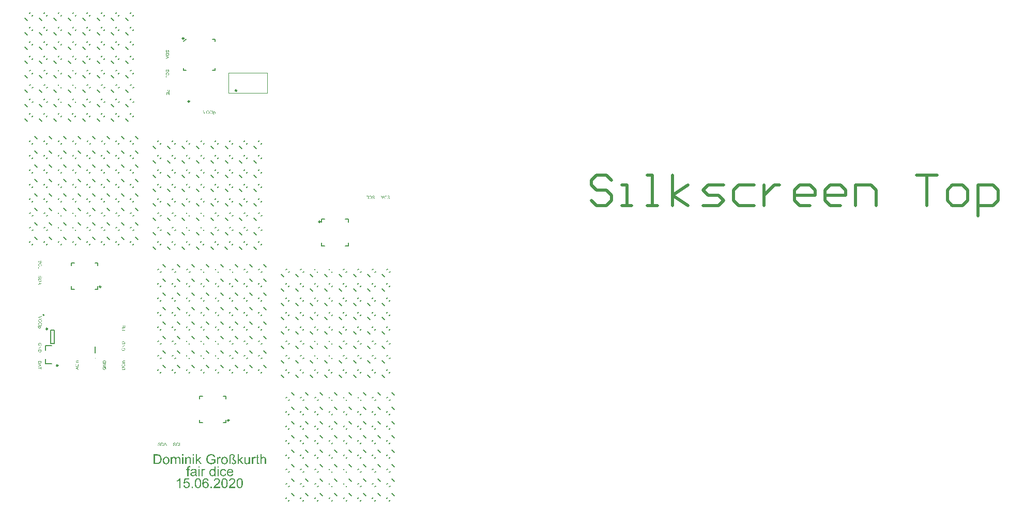
<source format=gto>
G04*
G04 #@! TF.GenerationSoftware,Altium Limited,Altium Designer,20.1.12 (249)*
G04*
G04 Layer_Color=65535*
%FSLAX25Y25*%
%MOIN*%
G70*
G04*
G04 #@! TF.SameCoordinates,10A71D64-1B4C-4714-A74F-2103D96C3F9B*
G04*
G04*
G04 #@! TF.FilePolarity,Positive*
G04*
G01*
G75*
%ADD11C,0.01968*%
%ADD55C,0.00984*%
%ADD56C,0.00787*%
%ADD57C,0.00394*%
%ADD58C,0.00591*%
G36*
X188641Y115835D02*
X187869D01*
Y116722D01*
X188641D01*
Y115835D01*
D02*
G37*
G36*
X181794D02*
X181022D01*
Y116722D01*
X181794D01*
Y115835D01*
D02*
G37*
G36*
X199823Y116826D02*
X199881Y116822D01*
X199954Y116818D01*
X200030Y116811D01*
X200119Y116803D01*
X200211Y116791D01*
X200307Y116776D01*
X200411Y116757D01*
X200514Y116738D01*
X200622Y116711D01*
X200729Y116680D01*
X200837Y116646D01*
X200940Y116607D01*
X200948Y116603D01*
X200963Y116596D01*
X200994Y116584D01*
X201033Y116569D01*
X201079Y116546D01*
X201132Y116519D01*
X201190Y116484D01*
X201255Y116450D01*
X201325Y116407D01*
X201394Y116361D01*
X201467Y116311D01*
X201539Y116254D01*
X201609Y116196D01*
X201678Y116131D01*
X201743Y116066D01*
X201804Y115993D01*
X201808Y115989D01*
X201820Y115973D01*
X201835Y115950D01*
X201858Y115920D01*
X201881Y115881D01*
X201912Y115835D01*
X201947Y115778D01*
X201981Y115716D01*
X202020Y115647D01*
X202062Y115566D01*
X202100Y115482D01*
X202139Y115394D01*
X202181Y115294D01*
X202215Y115190D01*
X202254Y115079D01*
X202285Y114964D01*
X201532Y114756D01*
Y114760D01*
X201524Y114779D01*
X201517Y114802D01*
X201505Y114837D01*
X201494Y114875D01*
X201474Y114921D01*
X201455Y114975D01*
X201436Y115033D01*
X201382Y115152D01*
X201325Y115278D01*
X201255Y115401D01*
X201217Y115459D01*
X201179Y115513D01*
X201175Y115516D01*
X201167Y115524D01*
X201155Y115540D01*
X201140Y115559D01*
X201117Y115582D01*
X201090Y115609D01*
X201060Y115639D01*
X201025Y115670D01*
X200983Y115705D01*
X200940Y115743D01*
X200891Y115778D01*
X200837Y115816D01*
X200775Y115851D01*
X200714Y115889D01*
X200649Y115924D01*
X200576Y115954D01*
X200572Y115958D01*
X200556Y115962D01*
X200537Y115970D01*
X200507Y115981D01*
X200472Y115993D01*
X200430Y116008D01*
X200380Y116023D01*
X200322Y116039D01*
X200261Y116054D01*
X200196Y116066D01*
X200123Y116081D01*
X200050Y116093D01*
X199884Y116112D01*
X199800Y116119D01*
X199658D01*
X199616Y116116D01*
X199566D01*
X199508Y116112D01*
X199443Y116104D01*
X199374Y116096D01*
X199297Y116089D01*
X199220Y116077D01*
X199051Y116046D01*
X198882Y116000D01*
X198802Y115973D01*
X198721Y115943D01*
X198717D01*
X198702Y115935D01*
X198683Y115924D01*
X198652Y115912D01*
X198617Y115893D01*
X198575Y115874D01*
X198529Y115851D01*
X198483Y115820D01*
X198375Y115755D01*
X198264Y115678D01*
X198153Y115586D01*
X198049Y115486D01*
X198045Y115482D01*
X198037Y115474D01*
X198026Y115459D01*
X198007Y115436D01*
X197987Y115409D01*
X197961Y115378D01*
X197934Y115344D01*
X197903Y115302D01*
X197872Y115255D01*
X197842Y115209D01*
X197776Y115102D01*
X197711Y114987D01*
X197653Y114864D01*
X197650Y114856D01*
X197642Y114837D01*
X197630Y114806D01*
X197615Y114764D01*
X197596Y114706D01*
X197577Y114645D01*
X197554Y114568D01*
X197534Y114487D01*
X197511Y114395D01*
X197488Y114299D01*
X197469Y114192D01*
X197450Y114084D01*
X197435Y113969D01*
X197423Y113846D01*
X197415Y113723D01*
X197412Y113596D01*
Y113593D01*
Y113589D01*
Y113574D01*
Y113558D01*
Y113539D01*
X197415Y113516D01*
Y113458D01*
X197419Y113385D01*
X197427Y113301D01*
X197435Y113209D01*
X197446Y113105D01*
X197461Y112997D01*
X197481Y112882D01*
X197504Y112767D01*
X197534Y112648D01*
X197565Y112529D01*
X197603Y112410D01*
X197650Y112299D01*
X197699Y112187D01*
X197703Y112180D01*
X197715Y112164D01*
X197730Y112134D01*
X197753Y112095D01*
X197784Y112049D01*
X197822Y111991D01*
X197865Y111934D01*
X197915Y111869D01*
X197972Y111799D01*
X198034Y111730D01*
X198103Y111661D01*
X198179Y111592D01*
X198260Y111523D01*
X198348Y111458D01*
X198444Y111396D01*
X198544Y111342D01*
X198552Y111339D01*
X198571Y111331D01*
X198598Y111316D01*
X198640Y111300D01*
X198694Y111281D01*
X198752Y111258D01*
X198825Y111231D01*
X198901Y111208D01*
X198986Y111181D01*
X199078Y111154D01*
X199174Y111131D01*
X199278Y111112D01*
X199385Y111097D01*
X199493Y111081D01*
X199608Y111074D01*
X199723Y111070D01*
X199777D01*
X199815Y111074D01*
X199865Y111077D01*
X199923Y111081D01*
X199988Y111089D01*
X200057Y111097D01*
X200138Y111108D01*
X200219Y111120D01*
X200307Y111139D01*
X200399Y111158D01*
X200491Y111181D01*
X200587Y111208D01*
X200683Y111243D01*
X200779Y111277D01*
X200787Y111281D01*
X200802Y111289D01*
X200829Y111300D01*
X200864Y111316D01*
X200906Y111335D01*
X200956Y111358D01*
X201010Y111385D01*
X201071Y111412D01*
X201198Y111481D01*
X201328Y111554D01*
X201451Y111638D01*
X201509Y111680D01*
X201563Y111723D01*
Y112898D01*
X199712D01*
Y113635D01*
X202377Y113639D01*
Y111304D01*
X202369Y111300D01*
X202350Y111281D01*
X202315Y111258D01*
X202269Y111223D01*
X202215Y111181D01*
X202146Y111135D01*
X202073Y111085D01*
X201989Y111028D01*
X201897Y110970D01*
X201797Y110908D01*
X201693Y110847D01*
X201582Y110786D01*
X201470Y110728D01*
X201351Y110670D01*
X201232Y110617D01*
X201109Y110567D01*
X201102Y110563D01*
X201079Y110555D01*
X201044Y110544D01*
X200998Y110528D01*
X200937Y110509D01*
X200868Y110490D01*
X200787Y110467D01*
X200699Y110448D01*
X200599Y110425D01*
X200495Y110402D01*
X200384Y110382D01*
X200269Y110363D01*
X200149Y110348D01*
X200023Y110336D01*
X199896Y110329D01*
X199769Y110325D01*
X199704D01*
X199677Y110329D01*
X199646D01*
X199612Y110333D01*
X199531Y110336D01*
X199435Y110344D01*
X199328Y110359D01*
X199213Y110375D01*
X199086Y110394D01*
X198951Y110421D01*
X198813Y110451D01*
X198667Y110490D01*
X198521Y110536D01*
X198375Y110586D01*
X198229Y110647D01*
X198083Y110716D01*
X198080D01*
X198076Y110720D01*
X198064Y110728D01*
X198049Y110736D01*
X198011Y110759D01*
X197961Y110790D01*
X197895Y110832D01*
X197822Y110882D01*
X197742Y110939D01*
X197657Y111008D01*
X197565Y111085D01*
X197473Y111170D01*
X197377Y111266D01*
X197281Y111369D01*
X197189Y111481D01*
X197100Y111600D01*
X197016Y111726D01*
X196939Y111865D01*
Y111869D01*
X196935Y111872D01*
X196932Y111884D01*
X196924Y111899D01*
X196912Y111918D01*
X196905Y111942D01*
X196878Y111995D01*
X196851Y112068D01*
X196816Y112153D01*
X196782Y112249D01*
X196747Y112356D01*
X196709Y112475D01*
X196674Y112606D01*
X196640Y112744D01*
X196613Y112894D01*
X196586Y113047D01*
X196567Y113209D01*
X196555Y113374D01*
X196551Y113547D01*
Y113550D01*
Y113558D01*
Y113570D01*
Y113589D01*
Y113612D01*
X196555Y113635D01*
Y113670D01*
X196559Y113704D01*
Y113742D01*
X196563Y113785D01*
X196571Y113881D01*
X196582Y113988D01*
X196601Y114103D01*
X196621Y114234D01*
X196643Y114368D01*
X196678Y114510D01*
X196713Y114656D01*
X196759Y114806D01*
X196809Y114956D01*
X196866Y115110D01*
X196935Y115259D01*
Y115263D01*
X196939Y115267D01*
X196947Y115278D01*
X196955Y115294D01*
X196978Y115336D01*
X197008Y115390D01*
X197047Y115455D01*
X197097Y115532D01*
X197154Y115616D01*
X197220Y115708D01*
X197292Y115801D01*
X197377Y115901D01*
X197469Y115997D01*
X197569Y116096D01*
X197677Y116189D01*
X197792Y116281D01*
X197915Y116365D01*
X198045Y116442D01*
X198049D01*
X198053Y116446D01*
X198064Y116454D01*
X198080Y116457D01*
X198095Y116469D01*
X198118Y116477D01*
X198172Y116503D01*
X198241Y116530D01*
X198322Y116565D01*
X198418Y116599D01*
X198525Y116638D01*
X198640Y116672D01*
X198767Y116707D01*
X198905Y116742D01*
X199051Y116768D01*
X199205Y116795D01*
X199366Y116814D01*
X199535Y116826D01*
X199708Y116830D01*
X199773D01*
X199823Y116826D01*
D02*
G37*
G36*
X185189Y115086D02*
X185227D01*
X185269Y115083D01*
X185316Y115079D01*
X185369Y115071D01*
X185427Y115063D01*
X185485Y115056D01*
X185611Y115029D01*
X185746Y114990D01*
X185876Y114941D01*
X185880D01*
X185891Y114933D01*
X185911Y114925D01*
X185934Y114914D01*
X185961Y114898D01*
X185995Y114883D01*
X186072Y114837D01*
X186156Y114783D01*
X186241Y114714D01*
X186322Y114637D01*
X186360Y114599D01*
X186395Y114553D01*
X186398Y114549D01*
X186402Y114541D01*
X186410Y114530D01*
X186422Y114510D01*
X186437Y114487D01*
X186452Y114461D01*
X186471Y114430D01*
X186491Y114391D01*
X186510Y114353D01*
X186529Y114311D01*
X186571Y114211D01*
X186606Y114103D01*
X186636Y113984D01*
Y113980D01*
X186640Y113973D01*
Y113961D01*
X186644Y113942D01*
X186648Y113919D01*
X186652Y113888D01*
X186656Y113854D01*
X186660Y113812D01*
X186663Y113762D01*
X186667Y113708D01*
Y113646D01*
X186671Y113577D01*
X186675Y113500D01*
X186679Y113420D01*
Y113328D01*
Y113232D01*
Y110429D01*
X185907D01*
Y113201D01*
Y113205D01*
Y113220D01*
Y113247D01*
Y113278D01*
X185903Y113316D01*
Y113362D01*
X185899Y113412D01*
X185895Y113466D01*
X185884Y113581D01*
X185869Y113700D01*
X185845Y113812D01*
X185830Y113862D01*
X185815Y113908D01*
Y113911D01*
X185811Y113919D01*
X185807Y113931D01*
X185799Y113946D01*
X185776Y113988D01*
X185742Y114042D01*
X185699Y114103D01*
X185642Y114165D01*
X185577Y114226D01*
X185496Y114280D01*
X185492D01*
X185485Y114288D01*
X185473Y114292D01*
X185454Y114303D01*
X185435Y114315D01*
X185408Y114326D01*
X185377Y114338D01*
X185342Y114353D01*
X185262Y114376D01*
X185170Y114399D01*
X185066Y114414D01*
X184955Y114422D01*
X184932D01*
X184908Y114418D01*
X184874D01*
X184828Y114414D01*
X184782Y114407D01*
X184724Y114395D01*
X184663Y114384D01*
X184598Y114365D01*
X184532Y114345D01*
X184459Y114318D01*
X184386Y114288D01*
X184313Y114253D01*
X184244Y114211D01*
X184171Y114161D01*
X184102Y114107D01*
X184098Y114103D01*
X184087Y114092D01*
X184067Y114073D01*
X184048Y114046D01*
X184018Y114007D01*
X183991Y113961D01*
X183956Y113908D01*
X183925Y113842D01*
X183891Y113766D01*
X183856Y113681D01*
X183829Y113581D01*
X183803Y113474D01*
X183780Y113355D01*
X183760Y113220D01*
X183749Y113074D01*
X183745Y112917D01*
Y110429D01*
X182973D01*
Y114990D01*
X183668D01*
Y114345D01*
X183676Y114349D01*
X183680Y114361D01*
X183691Y114372D01*
X183722Y114411D01*
X183760Y114461D01*
X183814Y114514D01*
X183879Y114579D01*
X183952Y114645D01*
X184037Y114718D01*
X184137Y114787D01*
X184244Y114852D01*
X184363Y114918D01*
X184494Y114975D01*
X184632Y115021D01*
X184786Y115059D01*
X184866Y115071D01*
X184947Y115083D01*
X185031Y115086D01*
X185120Y115090D01*
X185158D01*
X185189Y115086D01*
D02*
G37*
G36*
X227740Y115086D02*
X227774Y115083D01*
X227817Y115079D01*
X227863Y115071D01*
X227917Y115059D01*
X227974Y115044D01*
X228035Y115029D01*
X228101Y115010D01*
X228170Y114987D01*
X228243Y114956D01*
X228316Y114921D01*
X228389Y114883D01*
X228466Y114841D01*
X228197Y114126D01*
X228193Y114130D01*
X228185Y114134D01*
X228170Y114142D01*
X228147Y114153D01*
X228124Y114165D01*
X228093Y114180D01*
X228059Y114196D01*
X228020Y114211D01*
X227936Y114238D01*
X227840Y114265D01*
X227740Y114284D01*
X227686Y114292D01*
X227609D01*
X227590Y114288D01*
X227567D01*
X227540Y114284D01*
X227479Y114272D01*
X227410Y114253D01*
X227333Y114226D01*
X227252Y114188D01*
X227175Y114138D01*
X227171D01*
X227168Y114130D01*
X227145Y114111D01*
X227106Y114076D01*
X227064Y114030D01*
X227018Y113969D01*
X226968Y113896D01*
X226926Y113812D01*
X226887Y113716D01*
Y113712D01*
X226884Y113696D01*
X226876Y113673D01*
X226868Y113643D01*
X226857Y113604D01*
X226849Y113558D01*
X226837Y113508D01*
X226826Y113451D01*
X226811Y113385D01*
X226799Y113316D01*
X226791Y113239D01*
X226780Y113163D01*
X226764Y112994D01*
X226761Y112813D01*
Y110429D01*
X225985D01*
Y114990D01*
X226684D01*
Y114295D01*
X226688Y114299D01*
X226695Y114318D01*
X226711Y114341D01*
X226730Y114376D01*
X226753Y114414D01*
X226780Y114457D01*
X226811Y114507D01*
X226845Y114560D01*
X226918Y114668D01*
X227003Y114772D01*
X227045Y114822D01*
X227087Y114864D01*
X227129Y114906D01*
X227171Y114937D01*
X227175D01*
X227183Y114944D01*
X227195Y114952D01*
X227210Y114960D01*
X227233Y114971D01*
X227256Y114987D01*
X227318Y115014D01*
X227394Y115040D01*
X227479Y115067D01*
X227571Y115083D01*
X227671Y115090D01*
X227709D01*
X227740Y115086D01*
D02*
G37*
G36*
X205253D02*
X205287Y115083D01*
X205330Y115079D01*
X205376Y115071D01*
X205429Y115059D01*
X205487Y115044D01*
X205549Y115029D01*
X205614Y115010D01*
X205683Y114987D01*
X205756Y114956D01*
X205829Y114921D01*
X205902Y114883D01*
X205979Y114841D01*
X205710Y114126D01*
X205706Y114130D01*
X205698Y114134D01*
X205683Y114142D01*
X205660Y114153D01*
X205637Y114165D01*
X205606Y114180D01*
X205572Y114196D01*
X205533Y114211D01*
X205449Y114238D01*
X205353Y114265D01*
X205253Y114284D01*
X205199Y114292D01*
X205122D01*
X205103Y114288D01*
X205080D01*
X205053Y114284D01*
X204992Y114272D01*
X204923Y114253D01*
X204846Y114226D01*
X204765Y114188D01*
X204688Y114138D01*
X204684D01*
X204681Y114130D01*
X204658Y114111D01*
X204619Y114076D01*
X204577Y114030D01*
X204531Y113969D01*
X204481Y113896D01*
X204439Y113812D01*
X204400Y113716D01*
Y113712D01*
X204397Y113696D01*
X204389Y113673D01*
X204381Y113643D01*
X204370Y113604D01*
X204362Y113558D01*
X204350Y113508D01*
X204339Y113451D01*
X204324Y113385D01*
X204312Y113316D01*
X204304Y113239D01*
X204293Y113163D01*
X204277Y112994D01*
X204274Y112813D01*
Y110429D01*
X203498D01*
Y114990D01*
X204197D01*
Y114295D01*
X204201Y114299D01*
X204208Y114318D01*
X204224Y114341D01*
X204243Y114376D01*
X204266Y114414D01*
X204293Y114457D01*
X204324Y114507D01*
X204358Y114560D01*
X204431Y114668D01*
X204516Y114772D01*
X204558Y114822D01*
X204600Y114864D01*
X204642Y114906D01*
X204684Y114937D01*
X204688D01*
X204696Y114944D01*
X204708Y114952D01*
X204723Y114960D01*
X204746Y114971D01*
X204769Y114987D01*
X204830Y115014D01*
X204907Y115040D01*
X204992Y115067D01*
X205084Y115083D01*
X205184Y115090D01*
X205222D01*
X205253Y115086D01*
D02*
G37*
G36*
X178526Y115086D02*
X178572D01*
X178630Y115079D01*
X178695Y115071D01*
X178768Y115059D01*
X178845Y115044D01*
X178930Y115025D01*
X179014Y114998D01*
X179102Y114967D01*
X179187Y114933D01*
X179275Y114887D01*
X179356Y114837D01*
X179433Y114779D01*
X179506Y114714D01*
X179509Y114710D01*
X179521Y114695D01*
X179540Y114675D01*
X179563Y114645D01*
X179590Y114603D01*
X179621Y114557D01*
X179655Y114495D01*
X179690Y114430D01*
X179721Y114353D01*
X179755Y114269D01*
X179786Y114172D01*
X179813Y114069D01*
X179836Y113958D01*
X179855Y113835D01*
X179867Y113700D01*
X179870Y113558D01*
Y110429D01*
X179102D01*
Y113301D01*
Y113305D01*
Y113320D01*
Y113347D01*
Y113378D01*
X179099Y113416D01*
Y113458D01*
X179095Y113508D01*
Y113558D01*
X179083Y113670D01*
X179072Y113777D01*
X179060Y113831D01*
X179052Y113881D01*
X179041Y113927D01*
X179026Y113969D01*
Y113973D01*
X179022Y113977D01*
X179018Y113988D01*
X179010Y114004D01*
X178991Y114038D01*
X178964Y114088D01*
X178926Y114138D01*
X178880Y114192D01*
X178822Y114245D01*
X178753Y114295D01*
X178749D01*
X178745Y114299D01*
X178734Y114307D01*
X178718Y114315D01*
X178699Y114326D01*
X178676Y114334D01*
X178622Y114361D01*
X178553Y114384D01*
X178477Y114403D01*
X178388Y114418D01*
X178292Y114422D01*
X178269D01*
X178246Y114418D01*
X178211D01*
X178169Y114411D01*
X178123Y114407D01*
X178069Y114395D01*
X178012Y114384D01*
X177950Y114365D01*
X177885Y114345D01*
X177816Y114318D01*
X177751Y114288D01*
X177682Y114249D01*
X177616Y114207D01*
X177551Y114157D01*
X177490Y114100D01*
X177486Y114096D01*
X177478Y114084D01*
X177459Y114065D01*
X177440Y114038D01*
X177417Y114004D01*
X177390Y113961D01*
X177363Y113911D01*
X177332Y113854D01*
X177301Y113785D01*
X177275Y113712D01*
X177248Y113627D01*
X177225Y113535D01*
X177205Y113435D01*
X177190Y113324D01*
X177179Y113205D01*
X177175Y113078D01*
Y110429D01*
X176399D01*
Y113389D01*
Y113397D01*
Y113412D01*
Y113439D01*
X176395Y113474D01*
Y113516D01*
X176388Y113566D01*
X176384Y113623D01*
X176376Y113681D01*
X176353Y113808D01*
X176318Y113934D01*
X176299Y114000D01*
X176272Y114057D01*
X176245Y114115D01*
X176211Y114165D01*
X176207Y114169D01*
X176203Y114176D01*
X176192Y114188D01*
X176176Y114207D01*
X176153Y114226D01*
X176130Y114245D01*
X176100Y114269D01*
X176065Y114295D01*
X176023Y114318D01*
X175977Y114341D01*
X175927Y114361D01*
X175869Y114384D01*
X175808Y114399D01*
X175742Y114411D01*
X175670Y114418D01*
X175593Y114422D01*
X175562D01*
X175539Y114418D01*
X175508D01*
X175474Y114414D01*
X175435Y114407D01*
X175397Y114399D01*
X175301Y114380D01*
X175201Y114349D01*
X175093Y114307D01*
X175043Y114280D01*
X174990Y114249D01*
X174986D01*
X174978Y114242D01*
X174963Y114230D01*
X174944Y114219D01*
X174921Y114199D01*
X174898Y114176D01*
X174867Y114153D01*
X174836Y114123D01*
X174802Y114088D01*
X174771Y114050D01*
X174702Y113965D01*
X174640Y113862D01*
X174587Y113746D01*
Y113742D01*
X174583Y113731D01*
X174575Y113712D01*
X174567Y113685D01*
X174560Y113650D01*
X174548Y113608D01*
X174537Y113558D01*
X174525Y113504D01*
X174514Y113439D01*
X174502Y113370D01*
X174491Y113289D01*
X174483Y113205D01*
X174475Y113113D01*
X174468Y113013D01*
X174464Y112909D01*
Y112794D01*
Y110429D01*
X173692D01*
Y114990D01*
X174383D01*
Y114349D01*
X174387Y114353D01*
X174395Y114365D01*
X174406Y114380D01*
X174422Y114403D01*
X174444Y114434D01*
X174471Y114464D01*
X174502Y114503D01*
X174537Y114541D01*
X174575Y114583D01*
X174617Y114626D01*
X174663Y114672D01*
X174713Y114718D01*
X174825Y114806D01*
X174951Y114887D01*
X174955Y114891D01*
X174967Y114894D01*
X174986Y114906D01*
X175013Y114918D01*
X175047Y114933D01*
X175090Y114952D01*
X175136Y114971D01*
X175186Y114990D01*
X175243Y115006D01*
X175309Y115025D01*
X175374Y115044D01*
X175447Y115059D01*
X175520Y115071D01*
X175600Y115083D01*
X175681Y115086D01*
X175766Y115090D01*
X175815D01*
X175850Y115086D01*
X175892Y115083D01*
X175942Y115079D01*
X176000Y115071D01*
X176061Y115063D01*
X176192Y115040D01*
X176330Y115002D01*
X176399Y114979D01*
X176468Y114948D01*
X176533Y114918D01*
X176595Y114879D01*
X176599Y114875D01*
X176610Y114871D01*
X176626Y114856D01*
X176649Y114841D01*
X176675Y114818D01*
X176706Y114795D01*
X176737Y114764D01*
X176775Y114729D01*
X176814Y114687D01*
X176848Y114645D01*
X176887Y114595D01*
X176925Y114545D01*
X176960Y114487D01*
X176994Y114426D01*
X177025Y114361D01*
X177052Y114292D01*
Y114295D01*
X177059Y114299D01*
X177067Y114311D01*
X177079Y114326D01*
X177109Y114365D01*
X177152Y114418D01*
X177205Y114476D01*
X177271Y114545D01*
X177344Y114618D01*
X177432Y114691D01*
X177528Y114764D01*
X177636Y114837D01*
X177751Y114906D01*
X177874Y114967D01*
X178008Y115017D01*
X178150Y115056D01*
X178227Y115071D01*
X178304Y115083D01*
X178381Y115086D01*
X178461Y115090D01*
X178492D01*
X178526Y115086D01*
D02*
G37*
G36*
X224783Y110429D02*
X224092D01*
Y111093D01*
X224084Y111089D01*
X224077Y111077D01*
X224069Y111062D01*
X224038Y111028D01*
X223996Y110978D01*
X223942Y110920D01*
X223877Y110855D01*
X223800Y110786D01*
X223712Y110713D01*
X223612Y110640D01*
X223504Y110571D01*
X223385Y110505D01*
X223255Y110448D01*
X223116Y110398D01*
X222971Y110363D01*
X222890Y110348D01*
X222809Y110336D01*
X222729Y110333D01*
X222644Y110329D01*
X222606D01*
X222575Y110333D01*
X222540D01*
X222498Y110336D01*
X222452Y110340D01*
X222398Y110348D01*
X222345Y110355D01*
X222283Y110367D01*
X222157Y110390D01*
X222026Y110429D01*
X221891Y110478D01*
X221888D01*
X221876Y110486D01*
X221857Y110494D01*
X221834Y110505D01*
X221807Y110521D01*
X221773Y110540D01*
X221696Y110586D01*
X221611Y110640D01*
X221523Y110709D01*
X221442Y110782D01*
X221404Y110824D01*
X221369Y110866D01*
Y110870D01*
X221362Y110878D01*
X221354Y110889D01*
X221342Y110908D01*
X221327Y110932D01*
X221312Y110958D01*
X221296Y110989D01*
X221277Y111028D01*
X221258Y111066D01*
X221239Y111108D01*
X221197Y111208D01*
X221162Y111319D01*
X221131Y111442D01*
Y111446D01*
Y111454D01*
X221127Y111465D01*
X221124Y111485D01*
X221120Y111511D01*
X221116Y111538D01*
X221112Y111577D01*
X221108Y111619D01*
X221104Y111665D01*
X221100Y111719D01*
X221097Y111776D01*
X221093Y111842D01*
X221089Y111911D01*
Y111988D01*
X221085Y112072D01*
Y112160D01*
Y114990D01*
X221857D01*
Y112460D01*
Y112452D01*
Y112433D01*
Y112402D01*
Y112360D01*
Y112314D01*
X221861Y112256D01*
Y112195D01*
X221865Y112130D01*
X221868Y111995D01*
X221880Y111861D01*
X221884Y111796D01*
X221891Y111738D01*
X221899Y111684D01*
X221907Y111642D01*
Y111638D01*
X221911Y111630D01*
X221915Y111611D01*
X221922Y111592D01*
X221930Y111565D01*
X221941Y111538D01*
X221972Y111469D01*
X222014Y111392D01*
X222068Y111312D01*
X222133Y111235D01*
X222214Y111162D01*
X222218D01*
X222226Y111154D01*
X222237Y111147D01*
X222256Y111135D01*
X222279Y111124D01*
X222306Y111108D01*
X222341Y111093D01*
X222375Y111077D01*
X222418Y111058D01*
X222460Y111043D01*
X222560Y111016D01*
X222675Y110997D01*
X222732Y110993D01*
X222798Y110989D01*
X222832D01*
X222855Y110993D01*
X222890D01*
X222924Y110997D01*
X222967Y111004D01*
X223009Y111012D01*
X223113Y111031D01*
X223220Y111062D01*
X223335Y111108D01*
X223393Y111135D01*
X223451Y111166D01*
X223454Y111170D01*
X223466Y111173D01*
X223481Y111185D01*
X223500Y111200D01*
X223527Y111216D01*
X223554Y111239D01*
X223620Y111296D01*
X223692Y111365D01*
X223762Y111446D01*
X223831Y111546D01*
X223858Y111596D01*
X223885Y111653D01*
Y111657D01*
X223888Y111669D01*
X223896Y111684D01*
X223904Y111711D01*
X223915Y111742D01*
X223923Y111780D01*
X223934Y111826D01*
X223950Y111880D01*
X223961Y111942D01*
X223973Y112007D01*
X223980Y112080D01*
X223992Y112160D01*
X224000Y112245D01*
X224007Y112337D01*
X224011Y112437D01*
Y112544D01*
Y114990D01*
X224783D01*
Y110429D01*
D02*
G37*
G36*
X213313Y116826D02*
X213363D01*
X213424Y116818D01*
X213497Y116811D01*
X213578Y116799D01*
X213666Y116784D01*
X213758Y116764D01*
X213854Y116738D01*
X213950Y116711D01*
X214046Y116672D01*
X214142Y116630D01*
X214235Y116580D01*
X214323Y116523D01*
X214407Y116457D01*
X214411Y116454D01*
X214427Y116442D01*
X214446Y116419D01*
X214473Y116392D01*
X214507Y116358D01*
X214542Y116315D01*
X214580Y116265D01*
X214622Y116212D01*
X214661Y116150D01*
X214699Y116085D01*
X214734Y116016D01*
X214768Y115939D01*
X214795Y115858D01*
X214814Y115774D01*
X214830Y115689D01*
X214834Y115597D01*
Y115593D01*
Y115586D01*
Y115574D01*
Y115559D01*
X214830Y115540D01*
Y115516D01*
X214826Y115459D01*
X214814Y115390D01*
X214803Y115313D01*
X214784Y115232D01*
X214757Y115144D01*
Y115140D01*
X214753Y115132D01*
X214749Y115121D01*
X214741Y115102D01*
X214734Y115079D01*
X214722Y115052D01*
X214711Y115021D01*
X214695Y114987D01*
X214676Y114944D01*
X214657Y114902D01*
X214607Y114802D01*
X214549Y114691D01*
X214480Y114568D01*
X214476Y114564D01*
X214473Y114553D01*
X214461Y114533D01*
X214450Y114510D01*
X214434Y114483D01*
X214415Y114453D01*
X214377Y114380D01*
X214334Y114299D01*
X214292Y114219D01*
X214258Y114146D01*
X214242Y114115D01*
X214231Y114088D01*
X214227Y114080D01*
X214223Y114065D01*
X214215Y114042D01*
X214208Y114007D01*
X214196Y113973D01*
X214189Y113931D01*
X214185Y113888D01*
X214181Y113850D01*
Y113842D01*
Y113827D01*
X214185Y113800D01*
X214192Y113766D01*
X214204Y113723D01*
X214223Y113677D01*
X214246Y113631D01*
X214277Y113581D01*
X214281Y113574D01*
X214296Y113554D01*
X214311Y113539D01*
X214327Y113524D01*
X214350Y113500D01*
X214377Y113478D01*
X214407Y113451D01*
X214442Y113420D01*
X214484Y113385D01*
X214534Y113347D01*
X214588Y113305D01*
X214649Y113262D01*
X214718Y113213D01*
X214795Y113163D01*
X214803Y113159D01*
X214822Y113147D01*
X214849Y113124D01*
X214891Y113101D01*
X214937Y113067D01*
X214991Y113028D01*
X215049Y112990D01*
X215110Y112944D01*
X215241Y112844D01*
X215371Y112744D01*
X215429Y112690D01*
X215486Y112640D01*
X215532Y112594D01*
X215575Y112548D01*
X215579Y112544D01*
X215586Y112533D01*
X215602Y112514D01*
X215617Y112491D01*
X215636Y112460D01*
X215659Y112422D01*
X215686Y112375D01*
X215713Y112326D01*
X215736Y112272D01*
X215763Y112214D01*
X215786Y112149D01*
X215805Y112080D01*
X215821Y112007D01*
X215836Y111930D01*
X215844Y111853D01*
X215847Y111769D01*
Y111761D01*
Y111742D01*
X215844Y111711D01*
X215840Y111669D01*
X215836Y111615D01*
X215824Y111557D01*
X215809Y111488D01*
X215794Y111415D01*
X215771Y111339D01*
X215740Y111258D01*
X215705Y111170D01*
X215663Y111085D01*
X215609Y110997D01*
X215552Y110912D01*
X215483Y110828D01*
X215406Y110747D01*
X215402Y110743D01*
X215387Y110728D01*
X215360Y110709D01*
X215325Y110682D01*
X215283Y110651D01*
X215233Y110613D01*
X215172Y110574D01*
X215102Y110536D01*
X215026Y110498D01*
X214937Y110459D01*
X214845Y110425D01*
X214745Y110390D01*
X214642Y110363D01*
X214526Y110344D01*
X214407Y110329D01*
X214281Y110325D01*
X214258D01*
X214227Y110329D01*
X214189D01*
X214142Y110333D01*
X214089Y110340D01*
X214027Y110348D01*
X213958Y110359D01*
X213889Y110375D01*
X213812Y110394D01*
X213732Y110417D01*
X213651Y110448D01*
X213570Y110478D01*
X213490Y110517D01*
X213409Y110563D01*
X213332Y110613D01*
X213328Y110617D01*
X213313Y110624D01*
X213294Y110644D01*
X213267Y110667D01*
X213232Y110694D01*
X213194Y110728D01*
X213148Y110766D01*
X213102Y110812D01*
X213056Y110866D01*
X213006Y110920D01*
X212952Y110982D01*
X212902Y111047D01*
X212852Y111116D01*
X212806Y111193D01*
X212764Y111269D01*
X212722Y111354D01*
X213386Y111665D01*
X213390Y111661D01*
X213397Y111646D01*
X213409Y111627D01*
X213424Y111600D01*
X213443Y111569D01*
X213467Y111531D01*
X213520Y111446D01*
X213586Y111354D01*
X213659Y111262D01*
X213735Y111177D01*
X213778Y111139D01*
X213816Y111108D01*
X213820D01*
X213827Y111100D01*
X213839Y111093D01*
X213854Y111085D01*
X213874Y111074D01*
X213897Y111058D01*
X213954Y111031D01*
X214019Y111004D01*
X214096Y110978D01*
X214181Y110962D01*
X214269Y110955D01*
X214300D01*
X214323Y110958D01*
X214354Y110962D01*
X214384Y110966D01*
X214423Y110974D01*
X214461Y110982D01*
X214549Y111008D01*
X214596Y111028D01*
X214642Y111051D01*
X214688Y111074D01*
X214738Y111104D01*
X214784Y111139D01*
X214826Y111177D01*
X214830Y111181D01*
X214837Y111189D01*
X214849Y111200D01*
X214864Y111216D01*
X214880Y111239D01*
X214899Y111266D01*
X214922Y111293D01*
X214945Y111327D01*
X214987Y111404D01*
X215026Y111492D01*
X215037Y111542D01*
X215049Y111592D01*
X215056Y111646D01*
X215060Y111703D01*
Y111707D01*
Y111715D01*
Y111726D01*
X215056Y111742D01*
X215053Y111788D01*
X215045Y111846D01*
X215026Y111907D01*
X215003Y111976D01*
X214968Y112049D01*
X214922Y112114D01*
X214918Y112118D01*
X214903Y112137D01*
X214887Y112149D01*
X214872Y112164D01*
X214853Y112183D01*
X214826Y112203D01*
X214799Y112230D01*
X214764Y112256D01*
X214722Y112287D01*
X214680Y112322D01*
X214630Y112360D01*
X214573Y112402D01*
X214507Y112444D01*
X214438Y112494D01*
X214434D01*
X214430Y112498D01*
X214407Y112517D01*
X214373Y112540D01*
X214323Y112575D01*
X214269Y112613D01*
X214204Y112663D01*
X214135Y112713D01*
X214062Y112771D01*
X213912Y112886D01*
X213839Y112948D01*
X213766Y113009D01*
X213705Y113070D01*
X213647Y113124D01*
X213597Y113178D01*
X213559Y113228D01*
Y113232D01*
X213551Y113239D01*
X213543Y113251D01*
X213532Y113270D01*
X213520Y113293D01*
X213505Y113320D01*
X213474Y113382D01*
X213440Y113458D01*
X213413Y113543D01*
X213394Y113635D01*
X213390Y113685D01*
X213386Y113731D01*
Y113735D01*
Y113739D01*
Y113758D01*
X213390Y113792D01*
X213394Y113835D01*
X213401Y113884D01*
X213409Y113942D01*
X213424Y114004D01*
X213443Y114069D01*
Y114073D01*
X213447Y114076D01*
X213451Y114088D01*
X213455Y114103D01*
X213463Y114119D01*
X213474Y114142D01*
X213486Y114172D01*
X213501Y114203D01*
X213520Y114238D01*
X213540Y114280D01*
X213563Y114322D01*
X213589Y114372D01*
X213616Y114426D01*
X213651Y114487D01*
X213685Y114549D01*
X213724Y114618D01*
X213728Y114622D01*
X213735Y114633D01*
X213747Y114653D01*
X213758Y114679D01*
X213778Y114710D01*
X213797Y114749D01*
X213820Y114787D01*
X213843Y114833D01*
X213893Y114925D01*
X213943Y115017D01*
X213985Y115110D01*
X214000Y115148D01*
X214016Y115186D01*
Y115190D01*
X214019Y115194D01*
X214027Y115217D01*
X214039Y115255D01*
X214050Y115298D01*
X214062Y115351D01*
X214073Y115405D01*
X214081Y115463D01*
X214085Y115520D01*
Y115524D01*
Y115532D01*
Y115547D01*
X214081Y115566D01*
X214077Y115589D01*
X214073Y115616D01*
X214054Y115682D01*
X214027Y115755D01*
X214008Y115793D01*
X213985Y115831D01*
X213958Y115874D01*
X213927Y115916D01*
X213893Y115954D01*
X213851Y115993D01*
X213847Y115997D01*
X213839Y116000D01*
X213827Y116012D01*
X213808Y116023D01*
X213785Y116039D01*
X213755Y116058D01*
X213724Y116077D01*
X213685Y116096D01*
X213643Y116112D01*
X213593Y116131D01*
X213543Y116150D01*
X213490Y116165D01*
X213428Y116177D01*
X213363Y116189D01*
X213298Y116192D01*
X213225Y116196D01*
X213179D01*
X213148Y116192D01*
X213109Y116189D01*
X213063Y116181D01*
X213014Y116173D01*
X212960Y116162D01*
X212898Y116146D01*
X212837Y116127D01*
X212775Y116104D01*
X212714Y116077D01*
X212649Y116043D01*
X212587Y116004D01*
X212530Y115962D01*
X212472Y115912D01*
X212468Y115908D01*
X212460Y115897D01*
X212445Y115881D01*
X212426Y115854D01*
X212403Y115816D01*
X212380Y115774D01*
X212353Y115716D01*
X212326Y115651D01*
X212299Y115574D01*
X212272Y115486D01*
X212249Y115386D01*
X212226Y115275D01*
X212207Y115148D01*
X212192Y115006D01*
X212184Y114852D01*
X212180Y114772D01*
Y114683D01*
Y110429D01*
X211408D01*
Y114718D01*
Y114722D01*
Y114725D01*
Y114737D01*
Y114752D01*
Y114795D01*
X211412Y114848D01*
X211416Y114914D01*
X211420Y114990D01*
X211424Y115075D01*
X211431Y115163D01*
X211443Y115259D01*
X211454Y115359D01*
X211489Y115559D01*
X211508Y115659D01*
X211535Y115755D01*
X211562Y115843D01*
X211596Y115927D01*
X211600Y115931D01*
X211604Y115947D01*
X211616Y115970D01*
X211635Y115997D01*
X211654Y116031D01*
X211681Y116073D01*
X211712Y116119D01*
X211750Y116169D01*
X211789Y116219D01*
X211838Y116273D01*
X211888Y116331D01*
X211946Y116384D01*
X212011Y116438D01*
X212080Y116492D01*
X212153Y116542D01*
X212234Y116588D01*
X212238Y116592D01*
X212253Y116599D01*
X212280Y116611D01*
X212315Y116626D01*
X212357Y116646D01*
X212407Y116665D01*
X212464Y116688D01*
X212530Y116711D01*
X212599Y116730D01*
X212675Y116753D01*
X212760Y116772D01*
X212848Y116791D01*
X212941Y116807D01*
X213036Y116818D01*
X213136Y116826D01*
X213240Y116830D01*
X213275D01*
X213313Y116826D01*
D02*
G37*
G36*
X232144Y114464D02*
X232152Y114472D01*
X232171Y114491D01*
X232198Y114522D01*
X232240Y114564D01*
X232294Y114610D01*
X232359Y114664D01*
X232432Y114718D01*
X232517Y114779D01*
X232613Y114837D01*
X232716Y114891D01*
X232828Y114944D01*
X232951Y114994D01*
X233077Y115033D01*
X233216Y115063D01*
X233362Y115083D01*
X233511Y115090D01*
X233561D01*
X233596Y115086D01*
X233642Y115083D01*
X233692Y115079D01*
X233749Y115075D01*
X233811Y115067D01*
X233880Y115056D01*
X233949Y115040D01*
X234095Y115006D01*
X234172Y114983D01*
X234245Y114956D01*
X234318Y114925D01*
X234391Y114891D01*
X234395Y114887D01*
X234406Y114883D01*
X234425Y114871D01*
X234452Y114852D01*
X234483Y114833D01*
X234518Y114810D01*
X234556Y114779D01*
X234598Y114749D01*
X234640Y114710D01*
X234686Y114668D01*
X234729Y114622D01*
X234775Y114572D01*
X234817Y114518D01*
X234855Y114464D01*
X234894Y114403D01*
X234925Y114338D01*
X234928Y114334D01*
X234932Y114322D01*
X234940Y114299D01*
X234951Y114272D01*
X234963Y114238D01*
X234974Y114192D01*
X234990Y114138D01*
X235005Y114080D01*
X235020Y114011D01*
X235036Y113934D01*
X235047Y113850D01*
X235059Y113758D01*
X235070Y113662D01*
X235078Y113554D01*
X235086Y113439D01*
Y113316D01*
Y110429D01*
X234314D01*
Y113316D01*
Y113324D01*
Y113343D01*
Y113370D01*
X234310Y113412D01*
X234306Y113458D01*
X234302Y113512D01*
X234295Y113574D01*
X234283Y113639D01*
X234253Y113777D01*
X234233Y113846D01*
X234206Y113919D01*
X234179Y113984D01*
X234145Y114050D01*
X234107Y114107D01*
X234061Y114161D01*
X234057Y114165D01*
X234049Y114172D01*
X234034Y114184D01*
X234014Y114203D01*
X233987Y114222D01*
X233957Y114245D01*
X233922Y114269D01*
X233880Y114295D01*
X233830Y114318D01*
X233776Y114341D01*
X233719Y114365D01*
X233657Y114384D01*
X233588Y114403D01*
X233511Y114414D01*
X233435Y114422D01*
X233350Y114426D01*
X233315D01*
X233293Y114422D01*
X233262D01*
X233227Y114418D01*
X233185Y114411D01*
X233143Y114403D01*
X233043Y114384D01*
X232935Y114349D01*
X232820Y114307D01*
X232763Y114276D01*
X232705Y114245D01*
X232701Y114242D01*
X232693Y114238D01*
X232678Y114226D01*
X232655Y114215D01*
X232632Y114196D01*
X232601Y114172D01*
X232536Y114119D01*
X232467Y114050D01*
X232394Y113965D01*
X232329Y113869D01*
X232298Y113819D01*
X232271Y113762D01*
Y113758D01*
X232267Y113746D01*
X232259Y113731D01*
X232252Y113708D01*
X232240Y113673D01*
X232233Y113639D01*
X232221Y113593D01*
X232210Y113543D01*
X232194Y113485D01*
X232183Y113424D01*
X232175Y113355D01*
X232164Y113278D01*
X232156Y113197D01*
X232148Y113113D01*
X232144Y113021D01*
Y112921D01*
Y110429D01*
X231372D01*
Y116722D01*
X232144D01*
Y114464D01*
D02*
G37*
G36*
X217479Y113132D02*
X219311Y114990D01*
X220309D01*
X218566Y113297D01*
X220486Y110429D01*
X219534D01*
X218025Y112759D01*
X217479Y112233D01*
Y110429D01*
X216707D01*
Y116722D01*
X217479D01*
Y113132D01*
D02*
G37*
G36*
X190595Y113132D02*
X192427Y114990D01*
X193426D01*
X191682Y113297D01*
X193602Y110429D01*
X192650D01*
X191141Y112759D01*
X190595Y112233D01*
Y110429D01*
X189824D01*
Y116722D01*
X190595D01*
Y113132D01*
D02*
G37*
G36*
X188641Y110429D02*
X187869D01*
Y114990D01*
X188641D01*
Y110429D01*
D02*
G37*
G36*
X181794D02*
X181022D01*
Y114990D01*
X181794D01*
Y110429D01*
D02*
G37*
G36*
X164894Y116718D02*
X164967D01*
X165044Y116715D01*
X165129Y116711D01*
X165217Y116707D01*
X165309Y116699D01*
X165497Y116684D01*
X165589Y116676D01*
X165674Y116665D01*
X165758Y116649D01*
X165835Y116634D01*
X165843D01*
X165858Y116626D01*
X165889Y116622D01*
X165927Y116611D01*
X165973Y116595D01*
X166027Y116576D01*
X166089Y116557D01*
X166154Y116530D01*
X166223Y116503D01*
X166300Y116469D01*
X166377Y116434D01*
X166453Y116392D01*
X166534Y116346D01*
X166611Y116296D01*
X166688Y116242D01*
X166761Y116185D01*
X166764Y116181D01*
X166784Y116165D01*
X166807Y116142D01*
X166841Y116108D01*
X166884Y116066D01*
X166930Y116016D01*
X166983Y115958D01*
X167041Y115893D01*
X167099Y115816D01*
X167160Y115735D01*
X167221Y115647D01*
X167283Y115551D01*
X167341Y115447D01*
X167398Y115340D01*
X167452Y115225D01*
X167502Y115106D01*
X167506Y115098D01*
X167513Y115075D01*
X167525Y115040D01*
X167540Y114990D01*
X167559Y114929D01*
X167582Y114856D01*
X167602Y114768D01*
X167629Y114675D01*
X167651Y114568D01*
X167671Y114453D01*
X167694Y114330D01*
X167713Y114199D01*
X167728Y114061D01*
X167740Y113915D01*
X167747Y113766D01*
X167751Y113608D01*
Y113604D01*
Y113600D01*
Y113589D01*
Y113577D01*
Y113539D01*
X167747Y113489D01*
Y113424D01*
X167744Y113355D01*
X167736Y113270D01*
X167732Y113182D01*
X167721Y113086D01*
X167709Y112982D01*
X167698Y112878D01*
X167678Y112771D01*
X167640Y112552D01*
X167613Y112444D01*
X167582Y112337D01*
Y112329D01*
X167575Y112314D01*
X167567Y112283D01*
X167552Y112245D01*
X167536Y112199D01*
X167517Y112141D01*
X167494Y112083D01*
X167467Y112014D01*
X167437Y111945D01*
X167406Y111869D01*
X167333Y111715D01*
X167248Y111565D01*
X167202Y111488D01*
X167152Y111419D01*
X167148Y111415D01*
X167141Y111404D01*
X167125Y111385D01*
X167106Y111358D01*
X167083Y111331D01*
X167052Y111293D01*
X167022Y111254D01*
X166983Y111212D01*
X166899Y111120D01*
X166799Y111028D01*
X166695Y110932D01*
X166580Y110847D01*
X166576Y110843D01*
X166565Y110839D01*
X166550Y110828D01*
X166526Y110812D01*
X166496Y110797D01*
X166457Y110774D01*
X166415Y110755D01*
X166369Y110732D01*
X166319Y110705D01*
X166261Y110678D01*
X166196Y110651D01*
X166131Y110628D01*
X166062Y110601D01*
X165985Y110578D01*
X165828Y110532D01*
X165824D01*
X165808Y110528D01*
X165785Y110524D01*
X165751Y110517D01*
X165708Y110509D01*
X165659Y110498D01*
X165601Y110490D01*
X165536Y110482D01*
X165467Y110471D01*
X165390Y110463D01*
X165305Y110451D01*
X165217Y110444D01*
X165125Y110440D01*
X165025Y110432D01*
X164925Y110429D01*
X162544D01*
Y116722D01*
X164833D01*
X164894Y116718D01*
D02*
G37*
G36*
X229837Y114990D02*
X230612D01*
Y114388D01*
X229837D01*
Y111719D01*
Y111715D01*
Y111703D01*
Y111688D01*
Y111665D01*
Y111638D01*
X229840Y111611D01*
Y111542D01*
X229844Y111469D01*
X229852Y111400D01*
X229863Y111339D01*
X229867Y111312D01*
X229875Y111293D01*
X229879Y111289D01*
X229883Y111277D01*
X229894Y111262D01*
X229909Y111239D01*
X229925Y111216D01*
X229948Y111189D01*
X229979Y111166D01*
X230009Y111143D01*
X230013Y111139D01*
X230025Y111135D01*
X230048Y111127D01*
X230078Y111116D01*
X230113Y111104D01*
X230159Y111097D01*
X230213Y111093D01*
X230274Y111089D01*
X230324D01*
X230363Y111093D01*
X230413Y111097D01*
X230470Y111100D01*
X230535Y111108D01*
X230612Y111120D01*
X230724Y110436D01*
X230720D01*
X230708Y110432D01*
X230693Y110429D01*
X230670Y110425D01*
X230639Y110421D01*
X230608Y110417D01*
X230570Y110409D01*
X230528Y110406D01*
X230439Y110390D01*
X230340Y110382D01*
X230240Y110375D01*
X230140Y110371D01*
X230098D01*
X230071Y110375D01*
X230036D01*
X229994Y110379D01*
X229948Y110382D01*
X229902Y110386D01*
X229794Y110402D01*
X229687Y110425D01*
X229583Y110459D01*
X229533Y110478D01*
X229487Y110502D01*
X229483D01*
X229475Y110509D01*
X229464Y110517D01*
X229449Y110524D01*
X229410Y110555D01*
X229360Y110594D01*
X229307Y110644D01*
X229253Y110701D01*
X229203Y110770D01*
X229161Y110847D01*
Y110851D01*
X229157Y110859D01*
X229153Y110870D01*
X229145Y110893D01*
X229138Y110920D01*
X229130Y110955D01*
X229122Y110993D01*
X229115Y111043D01*
X229103Y111100D01*
X229095Y111166D01*
X229088Y111243D01*
X229080Y111323D01*
X229072Y111419D01*
X229068Y111523D01*
X229065Y111638D01*
Y111761D01*
Y114388D01*
X228500D01*
Y114990D01*
X229065D01*
Y116119D01*
X229837Y116584D01*
Y114990D01*
D02*
G37*
G36*
X208355Y115086D02*
X208382D01*
X208413Y115083D01*
X208448D01*
X208528Y115071D01*
X208621Y115059D01*
X208724Y115040D01*
X208836Y115014D01*
X208955Y114979D01*
X209077Y114941D01*
X209208Y114891D01*
X209335Y114829D01*
X209465Y114760D01*
X209588Y114675D01*
X209711Y114579D01*
X209826Y114472D01*
X209834Y114464D01*
X209853Y114445D01*
X209880Y114407D01*
X209918Y114361D01*
X209964Y114295D01*
X210014Y114219D01*
X210068Y114130D01*
X210126Y114030D01*
X210183Y113915D01*
X210237Y113788D01*
X210287Y113646D01*
X210333Y113497D01*
X210371Y113331D01*
X210398Y113155D01*
X210418Y112971D01*
X210425Y112771D01*
Y112767D01*
Y112759D01*
Y112748D01*
Y112733D01*
Y112713D01*
Y112686D01*
X210421Y112625D01*
X210418Y112552D01*
X210410Y112468D01*
X210402Y112372D01*
X210391Y112268D01*
X210379Y112160D01*
X210360Y112045D01*
X210341Y111930D01*
X210314Y111815D01*
X210283Y111699D01*
X210249Y111588D01*
X210206Y111485D01*
X210160Y111385D01*
X210156Y111381D01*
X210149Y111362D01*
X210133Y111335D01*
X210110Y111300D01*
X210084Y111258D01*
X210049Y111212D01*
X210011Y111158D01*
X209964Y111100D01*
X209915Y111035D01*
X209857Y110974D01*
X209792Y110908D01*
X209723Y110843D01*
X209650Y110782D01*
X209569Y110716D01*
X209481Y110659D01*
X209388Y110605D01*
X209385Y110601D01*
X209366Y110594D01*
X209339Y110578D01*
X209300Y110563D01*
X209254Y110540D01*
X209196Y110517D01*
X209135Y110494D01*
X209062Y110467D01*
X208985Y110440D01*
X208901Y110417D01*
X208809Y110394D01*
X208713Y110371D01*
X208613Y110355D01*
X208509Y110340D01*
X208402Y110333D01*
X208290Y110329D01*
X208248D01*
X208225Y110333D01*
X208198D01*
X208167Y110336D01*
X208133Y110340D01*
X208048Y110348D01*
X207956Y110359D01*
X207849Y110379D01*
X207737Y110406D01*
X207614Y110436D01*
X207491Y110478D01*
X207361Y110528D01*
X207230Y110586D01*
X207104Y110655D01*
X206977Y110740D01*
X206854Y110832D01*
X206739Y110939D01*
X206731Y110947D01*
X206712Y110966D01*
X206685Y111004D01*
X206647Y111054D01*
X206605Y111116D01*
X206555Y111196D01*
X206501Y111285D01*
X206447Y111392D01*
X206389Y111511D01*
X206336Y111642D01*
X206290Y111788D01*
X206243Y111945D01*
X206205Y112118D01*
X206178Y112302D01*
X206159Y112498D01*
X206151Y112709D01*
Y112713D01*
Y112725D01*
Y112740D01*
Y112767D01*
X206155Y112794D01*
Y112832D01*
X206159Y112871D01*
X206163Y112917D01*
X206167Y112967D01*
X206174Y113021D01*
X206178Y113082D01*
X206190Y113143D01*
X206209Y113274D01*
X206240Y113420D01*
X206278Y113570D01*
X206324Y113723D01*
X206378Y113881D01*
X206447Y114034D01*
X206528Y114184D01*
X206624Y114330D01*
X206674Y114395D01*
X206731Y114464D01*
X206789Y114526D01*
X206854Y114583D01*
X206862Y114591D01*
X206881Y114606D01*
X206915Y114629D01*
X206958Y114664D01*
X207015Y114702D01*
X207084Y114745D01*
X207165Y114791D01*
X207254Y114837D01*
X207353Y114883D01*
X207465Y114929D01*
X207580Y114971D01*
X207707Y115010D01*
X207841Y115044D01*
X207987Y115067D01*
X208133Y115086D01*
X208290Y115090D01*
X208332D01*
X208355Y115086D01*
D02*
G37*
G36*
X170716Y115086D02*
X170743D01*
X170773Y115083D01*
X170808D01*
X170889Y115071D01*
X170981Y115059D01*
X171084Y115040D01*
X171196Y115014D01*
X171315Y114979D01*
X171438Y114941D01*
X171568Y114891D01*
X171695Y114829D01*
X171826Y114760D01*
X171949Y114675D01*
X172071Y114579D01*
X172187Y114472D01*
X172194Y114464D01*
X172213Y114445D01*
X172240Y114407D01*
X172279Y114361D01*
X172325Y114295D01*
X172375Y114219D01*
X172429Y114130D01*
X172486Y114030D01*
X172544Y113915D01*
X172598Y113788D01*
X172647Y113646D01*
X172694Y113497D01*
X172732Y113331D01*
X172759Y113155D01*
X172778Y112971D01*
X172786Y112771D01*
Y112767D01*
Y112759D01*
Y112748D01*
Y112733D01*
Y112713D01*
Y112686D01*
X172782Y112625D01*
X172778Y112552D01*
X172770Y112468D01*
X172763Y112372D01*
X172751Y112268D01*
X172740Y112160D01*
X172720Y112045D01*
X172701Y111930D01*
X172674Y111815D01*
X172643Y111699D01*
X172609Y111588D01*
X172567Y111485D01*
X172521Y111385D01*
X172517Y111381D01*
X172509Y111362D01*
X172494Y111335D01*
X172471Y111300D01*
X172444Y111258D01*
X172409Y111212D01*
X172371Y111158D01*
X172325Y111100D01*
X172275Y111035D01*
X172217Y110974D01*
X172152Y110908D01*
X172083Y110843D01*
X172010Y110782D01*
X171929Y110716D01*
X171841Y110659D01*
X171749Y110605D01*
X171745Y110601D01*
X171726Y110594D01*
X171699Y110578D01*
X171660Y110563D01*
X171614Y110540D01*
X171557Y110517D01*
X171495Y110494D01*
X171422Y110467D01*
X171346Y110440D01*
X171261Y110417D01*
X171169Y110394D01*
X171073Y110371D01*
X170973Y110355D01*
X170870Y110340D01*
X170762Y110333D01*
X170651Y110329D01*
X170608D01*
X170585Y110333D01*
X170558D01*
X170528Y110336D01*
X170493Y110340D01*
X170409Y110348D01*
X170317Y110359D01*
X170209Y110379D01*
X170098Y110406D01*
X169975Y110436D01*
X169852Y110478D01*
X169721Y110528D01*
X169591Y110586D01*
X169464Y110655D01*
X169337Y110740D01*
X169214Y110832D01*
X169099Y110939D01*
X169091Y110947D01*
X169072Y110966D01*
X169045Y111004D01*
X169007Y111054D01*
X168965Y111116D01*
X168915Y111196D01*
X168861Y111285D01*
X168807Y111392D01*
X168750Y111511D01*
X168696Y111642D01*
X168650Y111788D01*
X168604Y111945D01*
X168565Y112118D01*
X168539Y112302D01*
X168519Y112498D01*
X168512Y112709D01*
Y112713D01*
Y112725D01*
Y112740D01*
Y112767D01*
X168516Y112794D01*
Y112832D01*
X168519Y112871D01*
X168523Y112917D01*
X168527Y112967D01*
X168535Y113021D01*
X168539Y113082D01*
X168550Y113143D01*
X168569Y113274D01*
X168600Y113420D01*
X168638Y113570D01*
X168684Y113723D01*
X168738Y113881D01*
X168807Y114034D01*
X168888Y114184D01*
X168984Y114330D01*
X169034Y114395D01*
X169091Y114464D01*
X169149Y114526D01*
X169214Y114583D01*
X169222Y114591D01*
X169241Y114606D01*
X169276Y114629D01*
X169318Y114664D01*
X169376Y114702D01*
X169445Y114745D01*
X169526Y114791D01*
X169614Y114837D01*
X169714Y114883D01*
X169825Y114929D01*
X169940Y114971D01*
X170067Y115010D01*
X170201Y115044D01*
X170347Y115067D01*
X170493Y115086D01*
X170651Y115090D01*
X170693D01*
X170716Y115086D01*
D02*
G37*
G36*
X185673Y109062D02*
X185707D01*
X185749Y109058D01*
X185795D01*
X185849Y109051D01*
X185903Y109047D01*
X186026Y109035D01*
X186160Y109016D01*
X186302Y108989D01*
X186187Y108317D01*
X186183D01*
X186176Y108321D01*
X186164D01*
X186145Y108325D01*
X186126Y108329D01*
X186099Y108333D01*
X186041Y108340D01*
X185972Y108348D01*
X185895Y108352D01*
X185815Y108360D01*
X185699D01*
X185677Y108356D01*
X185650D01*
X185615Y108352D01*
X185538Y108340D01*
X185458Y108325D01*
X185373Y108298D01*
X185300Y108260D01*
X185266Y108237D01*
X185235Y108210D01*
X185227Y108202D01*
X185223Y108194D01*
X185212Y108179D01*
X185200Y108164D01*
X185189Y108141D01*
X185177Y108114D01*
X185162Y108083D01*
X185147Y108048D01*
X185135Y108006D01*
X185124Y107960D01*
X185112Y107910D01*
X185104Y107853D01*
X185097Y107787D01*
X185089Y107718D01*
Y107645D01*
Y107227D01*
X185976D01*
Y106624D01*
X185089D01*
Y102665D01*
X184321D01*
Y106624D01*
X183637D01*
Y107227D01*
X184321D01*
Y107711D01*
Y107714D01*
Y107730D01*
Y107753D01*
Y107787D01*
X184325Y107826D01*
Y107868D01*
X184329Y107918D01*
X184333Y107968D01*
X184340Y108079D01*
X184355Y108194D01*
X184375Y108302D01*
X184386Y108348D01*
X184402Y108394D01*
Y108398D01*
X184405Y108406D01*
X184413Y108425D01*
X184425Y108444D01*
X184436Y108471D01*
X184451Y108498D01*
X184494Y108567D01*
X184547Y108644D01*
X184613Y108724D01*
X184697Y108805D01*
X184743Y108843D01*
X184793Y108878D01*
X184797Y108882D01*
X184805Y108886D01*
X184824Y108897D01*
X184847Y108909D01*
X184874Y108920D01*
X184908Y108939D01*
X184951Y108955D01*
X185001Y108974D01*
X185051Y108989D01*
X185112Y109009D01*
X185177Y109024D01*
X185246Y109035D01*
X185323Y109051D01*
X185404Y109058D01*
X185492Y109062D01*
X185584Y109066D01*
X185642D01*
X185673Y109062D01*
D02*
G37*
G36*
X204473Y108071D02*
X203701D01*
Y108959D01*
X204473D01*
Y108071D01*
D02*
G37*
G36*
X192251D02*
X191479D01*
Y108959D01*
X192251D01*
Y108071D01*
D02*
G37*
G36*
X202480Y102665D02*
X201762D01*
Y103237D01*
X201758Y103229D01*
X201743Y103210D01*
X201716Y103175D01*
X201682Y103133D01*
X201636Y103079D01*
X201582Y103026D01*
X201517Y102964D01*
X201440Y102903D01*
X201355Y102838D01*
X201259Y102776D01*
X201155Y102722D01*
X201040Y102669D01*
X200918Y102626D01*
X200783Y102596D01*
X200641Y102573D01*
X200564Y102569D01*
X200487Y102565D01*
X200464D01*
X200434Y102569D01*
X200395D01*
X200345Y102573D01*
X200291Y102580D01*
X200226Y102588D01*
X200157Y102603D01*
X200084Y102619D01*
X200004Y102638D01*
X199919Y102661D01*
X199835Y102692D01*
X199746Y102722D01*
X199658Y102765D01*
X199574Y102807D01*
X199485Y102861D01*
X199481Y102865D01*
X199466Y102876D01*
X199443Y102891D01*
X199408Y102914D01*
X199370Y102945D01*
X199328Y102983D01*
X199278Y103026D01*
X199224Y103079D01*
X199170Y103133D01*
X199113Y103199D01*
X199051Y103264D01*
X198994Y103341D01*
X198936Y103421D01*
X198878Y103506D01*
X198825Y103602D01*
X198775Y103698D01*
X198771Y103705D01*
X198763Y103721D01*
X198752Y103752D01*
X198736Y103794D01*
X198717Y103844D01*
X198694Y103905D01*
X198675Y103978D01*
X198652Y104055D01*
X198625Y104143D01*
X198606Y104239D01*
X198583Y104339D01*
X198564Y104450D01*
X198548Y104566D01*
X198537Y104685D01*
X198529Y104807D01*
X198525Y104938D01*
Y104942D01*
Y104946D01*
Y104969D01*
Y105003D01*
X198529Y105053D01*
X198533Y105115D01*
X198537Y105184D01*
X198544Y105264D01*
X198552Y105349D01*
X198567Y105441D01*
X198579Y105541D01*
X198598Y105645D01*
X198621Y105748D01*
X198648Y105856D01*
X198679Y105967D01*
X198713Y106075D01*
X198752Y106178D01*
X198756Y106186D01*
X198763Y106201D01*
X198775Y106232D01*
X198794Y106271D01*
X198817Y106317D01*
X198848Y106370D01*
X198882Y106428D01*
X198921Y106493D01*
X198967Y106562D01*
X199017Y106632D01*
X199074Y106701D01*
X199136Y106774D01*
X199201Y106843D01*
X199274Y106908D01*
X199351Y106973D01*
X199435Y107031D01*
X199439Y107035D01*
X199454Y107042D01*
X199481Y107058D01*
X199516Y107077D01*
X199558Y107100D01*
X199608Y107123D01*
X199670Y107150D01*
X199735Y107181D01*
X199808Y107208D01*
X199884Y107234D01*
X199969Y107257D01*
X200057Y107281D01*
X200149Y107300D01*
X200249Y107315D01*
X200349Y107323D01*
X200453Y107327D01*
X200491D01*
X200522Y107323D01*
X200556D01*
X200599Y107319D01*
X200649Y107311D01*
X200699Y107304D01*
X200814Y107284D01*
X200937Y107254D01*
X201063Y107211D01*
X201125Y107185D01*
X201186Y107154D01*
X201190D01*
X201202Y107146D01*
X201217Y107135D01*
X201240Y107123D01*
X201267Y107104D01*
X201298Y107085D01*
X201374Y107031D01*
X201455Y106966D01*
X201543Y106889D01*
X201632Y106800D01*
X201712Y106701D01*
Y108959D01*
X202480D01*
Y102665D01*
D02*
G37*
G36*
X195173Y107323D02*
X195207Y107319D01*
X195250Y107315D01*
X195296Y107307D01*
X195350Y107296D01*
X195407Y107281D01*
X195468Y107265D01*
X195534Y107246D01*
X195603Y107223D01*
X195676Y107192D01*
X195749Y107158D01*
X195822Y107119D01*
X195899Y107077D01*
X195630Y106363D01*
X195626Y106367D01*
X195618Y106370D01*
X195603Y106378D01*
X195580Y106390D01*
X195557Y106401D01*
X195526Y106416D01*
X195492Y106432D01*
X195453Y106447D01*
X195369Y106474D01*
X195273Y106501D01*
X195173Y106520D01*
X195119Y106528D01*
X195042D01*
X195023Y106524D01*
X195000D01*
X194973Y106520D01*
X194912Y106509D01*
X194843Y106489D01*
X194766Y106463D01*
X194685Y106424D01*
X194608Y106374D01*
X194605D01*
X194601Y106367D01*
X194578Y106347D01*
X194539Y106313D01*
X194497Y106267D01*
X194451Y106205D01*
X194401Y106132D01*
X194359Y106048D01*
X194320Y105952D01*
Y105948D01*
X194316Y105933D01*
X194309Y105910D01*
X194301Y105879D01*
X194290Y105841D01*
X194282Y105794D01*
X194270Y105745D01*
X194259Y105687D01*
X194244Y105622D01*
X194232Y105552D01*
X194224Y105476D01*
X194213Y105399D01*
X194197Y105230D01*
X194194Y105049D01*
Y102665D01*
X193418D01*
Y107227D01*
X194117D01*
Y106532D01*
X194121Y106535D01*
X194128Y106555D01*
X194144Y106578D01*
X194163Y106612D01*
X194186Y106651D01*
X194213Y106693D01*
X194244Y106743D01*
X194278Y106797D01*
X194351Y106904D01*
X194436Y107008D01*
X194478Y107058D01*
X194520Y107100D01*
X194562Y107142D01*
X194605Y107173D01*
X194608D01*
X194616Y107181D01*
X194627Y107188D01*
X194643Y107196D01*
X194666Y107208D01*
X194689Y107223D01*
X194750Y107250D01*
X194827Y107277D01*
X194912Y107304D01*
X195004Y107319D01*
X195104Y107327D01*
X195142D01*
X195173Y107323D01*
D02*
G37*
G36*
X207564D02*
X207614D01*
X207680Y107315D01*
X207753Y107307D01*
X207833Y107296D01*
X207922Y107281D01*
X208018Y107261D01*
X208118Y107234D01*
X208217Y107204D01*
X208321Y107169D01*
X208421Y107123D01*
X208521Y107073D01*
X208617Y107016D01*
X208709Y106950D01*
X208713Y106946D01*
X208728Y106935D01*
X208755Y106912D01*
X208786Y106881D01*
X208824Y106843D01*
X208866Y106797D01*
X208912Y106739D01*
X208962Y106678D01*
X209012Y106605D01*
X209066Y106528D01*
X209116Y106439D01*
X209166Y106343D01*
X209208Y106240D01*
X209250Y106129D01*
X209285Y106009D01*
X209315Y105883D01*
X208563Y105768D01*
Y105771D01*
X208559Y105787D01*
X208551Y105814D01*
X208544Y105844D01*
X208528Y105883D01*
X208513Y105925D01*
X208498Y105975D01*
X208475Y106029D01*
X208425Y106140D01*
X208355Y106255D01*
X208279Y106363D01*
X208233Y106413D01*
X208183Y106459D01*
X208179Y106463D01*
X208171Y106470D01*
X208156Y106482D01*
X208133Y106497D01*
X208106Y106512D01*
X208075Y106532D01*
X208041Y106555D01*
X207998Y106578D01*
X207952Y106597D01*
X207902Y106620D01*
X207849Y106639D01*
X207791Y106658D01*
X207726Y106670D01*
X207661Y106681D01*
X207595Y106689D01*
X207522Y106693D01*
X207495D01*
X207465Y106689D01*
X207426Y106685D01*
X207376Y106681D01*
X207319Y106670D01*
X207254Y106658D01*
X207184Y106639D01*
X207111Y106620D01*
X207035Y106589D01*
X206954Y106559D01*
X206877Y106516D01*
X206797Y106470D01*
X206720Y106413D01*
X206643Y106347D01*
X206574Y106274D01*
X206570Y106271D01*
X206558Y106255D01*
X206539Y106228D01*
X206516Y106194D01*
X206489Y106151D01*
X206459Y106094D01*
X206424Y106029D01*
X206393Y105952D01*
X206359Y105863D01*
X206324Y105768D01*
X206293Y105660D01*
X206267Y105541D01*
X206243Y105410D01*
X206224Y105268D01*
X206213Y105115D01*
X206209Y104950D01*
Y104946D01*
Y104938D01*
Y104927D01*
Y104911D01*
Y104888D01*
X206213Y104861D01*
Y104800D01*
X206221Y104723D01*
X206228Y104635D01*
X206240Y104539D01*
X206251Y104435D01*
X206270Y104327D01*
X206293Y104216D01*
X206324Y104105D01*
X206355Y103997D01*
X206397Y103890D01*
X206443Y103786D01*
X206497Y103694D01*
X206558Y103609D01*
X206562Y103606D01*
X206574Y103590D01*
X206593Y103571D01*
X206624Y103544D01*
X206658Y103513D01*
X206700Y103479D01*
X206750Y103440D01*
X206808Y103402D01*
X206870Y103364D01*
X206939Y103325D01*
X207015Y103291D01*
X207096Y103260D01*
X207184Y103233D01*
X207277Y103214D01*
X207376Y103199D01*
X207480Y103195D01*
X207499D01*
X207526Y103199D01*
X207557D01*
X207595Y103202D01*
X207641Y103210D01*
X207691Y103218D01*
X207745Y103229D01*
X207806Y103245D01*
X207868Y103264D01*
X207929Y103287D01*
X207995Y103314D01*
X208056Y103345D01*
X208121Y103383D01*
X208183Y103425D01*
X208240Y103475D01*
X208244Y103479D01*
X208252Y103487D01*
X208267Y103506D01*
X208290Y103529D01*
X208313Y103560D01*
X208340Y103594D01*
X208371Y103636D01*
X208402Y103686D01*
X208436Y103744D01*
X208467Y103809D01*
X208502Y103878D01*
X208532Y103955D01*
X208563Y104040D01*
X208586Y104132D01*
X208609Y104232D01*
X208628Y104335D01*
X209388Y104235D01*
Y104232D01*
Y104228D01*
X209385Y104216D01*
X209381Y104201D01*
X209373Y104159D01*
X209362Y104105D01*
X209342Y104040D01*
X209323Y103963D01*
X209293Y103878D01*
X209262Y103786D01*
X209223Y103690D01*
X209177Y103590D01*
X209123Y103487D01*
X209066Y103387D01*
X208997Y103283D01*
X208924Y103187D01*
X208839Y103095D01*
X208747Y103007D01*
X208739Y103003D01*
X208724Y102987D01*
X208693Y102964D01*
X208655Y102937D01*
X208605Y102903D01*
X208547Y102868D01*
X208478Y102826D01*
X208398Y102788D01*
X208310Y102745D01*
X208217Y102703D01*
X208114Y102669D01*
X208002Y102634D01*
X207883Y102607D01*
X207756Y102584D01*
X207626Y102569D01*
X207488Y102565D01*
X207445D01*
X207422Y102569D01*
X207399D01*
X207369Y102573D01*
X207334Y102576D01*
X207254Y102584D01*
X207161Y102596D01*
X207058Y102615D01*
X206950Y102642D01*
X206831Y102673D01*
X206708Y102715D01*
X206585Y102761D01*
X206459Y102822D01*
X206332Y102891D01*
X206209Y102972D01*
X206094Y103064D01*
X205982Y103172D01*
X205975Y103179D01*
X205959Y103199D01*
X205929Y103237D01*
X205894Y103287D01*
X205852Y103348D01*
X205802Y103425D01*
X205752Y103517D01*
X205698Y103621D01*
X205644Y103736D01*
X205595Y103867D01*
X205545Y104013D01*
X205502Y104170D01*
X205468Y104339D01*
X205437Y104523D01*
X205422Y104719D01*
X205414Y104927D01*
Y104930D01*
Y104934D01*
Y104946D01*
Y104961D01*
Y104999D01*
X205418Y105049D01*
X205422Y105115D01*
X205426Y105188D01*
X205433Y105272D01*
X205445Y105364D01*
X205456Y105464D01*
X205475Y105564D01*
X205495Y105672D01*
X205518Y105783D01*
X205545Y105894D01*
X205579Y106002D01*
X205618Y106113D01*
X205660Y106217D01*
X205664Y106225D01*
X205671Y106240D01*
X205687Y106271D01*
X205706Y106309D01*
X205733Y106355D01*
X205764Y106409D01*
X205802Y106466D01*
X205844Y106532D01*
X205894Y106597D01*
X205952Y106666D01*
X206009Y106735D01*
X206078Y106804D01*
X206151Y106870D01*
X206228Y106935D01*
X206313Y106996D01*
X206405Y107050D01*
X206413Y107054D01*
X206428Y107062D01*
X206455Y107077D01*
X206493Y107092D01*
X206539Y107115D01*
X206593Y107138D01*
X206658Y107161D01*
X206727Y107188D01*
X206804Y107215D01*
X206889Y107238D01*
X206981Y107261D01*
X207073Y107284D01*
X207173Y107300D01*
X207277Y107315D01*
X207384Y107323D01*
X207491Y107327D01*
X207526D01*
X207564Y107323D01*
D02*
G37*
G36*
X204473Y102665D02*
X203701D01*
Y107227D01*
X204473D01*
Y102665D01*
D02*
G37*
G36*
X192251D02*
X191479D01*
Y107227D01*
X192251D01*
Y102665D01*
D02*
G37*
G36*
X188606Y107323D02*
X188656D01*
X188714Y107319D01*
X188779Y107315D01*
X188848Y107311D01*
X188921Y107304D01*
X188998Y107292D01*
X189155Y107269D01*
X189313Y107234D01*
X189390Y107211D01*
X189459Y107188D01*
X189463D01*
X189474Y107181D01*
X189494Y107173D01*
X189520Y107165D01*
X189547Y107150D01*
X189582Y107134D01*
X189662Y107096D01*
X189751Y107046D01*
X189839Y106985D01*
X189924Y106920D01*
X189962Y106881D01*
X189997Y106843D01*
X190000Y106839D01*
X190004Y106835D01*
X190012Y106824D01*
X190023Y106804D01*
X190039Y106785D01*
X190054Y106762D01*
X190073Y106731D01*
X190093Y106701D01*
X190131Y106624D01*
X190169Y106532D01*
X190204Y106432D01*
X190235Y106317D01*
Y106313D01*
X190238Y106309D01*
Y106294D01*
X190242Y106278D01*
X190246Y106255D01*
X190250Y106228D01*
X190254Y106194D01*
X190258Y106155D01*
X190261Y106109D01*
X190265Y106055D01*
Y105998D01*
X190269Y105933D01*
X190273Y105863D01*
X190277Y105783D01*
Y105698D01*
Y105606D01*
Y104573D01*
Y104569D01*
Y104562D01*
Y104546D01*
Y104527D01*
Y104500D01*
Y104473D01*
Y104439D01*
Y104401D01*
Y104316D01*
X190281Y104216D01*
Y104113D01*
X190285Y104001D01*
X190288Y103767D01*
X190292Y103656D01*
X190296Y103544D01*
X190300Y103444D01*
X190307Y103352D01*
X190311Y103310D01*
X190315Y103271D01*
X190319Y103241D01*
X190323Y103210D01*
Y103206D01*
X190327Y103199D01*
Y103183D01*
X190334Y103160D01*
X190338Y103137D01*
X190346Y103106D01*
X190357Y103072D01*
X190365Y103037D01*
X190392Y102953D01*
X190427Y102861D01*
X190469Y102765D01*
X190519Y102665D01*
X189712D01*
Y102669D01*
X189708Y102676D01*
X189701Y102688D01*
X189693Y102707D01*
X189685Y102730D01*
X189674Y102757D01*
X189662Y102788D01*
X189647Y102826D01*
X189624Y102907D01*
X189597Y103003D01*
X189574Y103110D01*
X189559Y103225D01*
X189555Y103222D01*
X189540Y103210D01*
X189516Y103191D01*
X189486Y103168D01*
X189447Y103137D01*
X189401Y103103D01*
X189351Y103064D01*
X189294Y103026D01*
X189232Y102983D01*
X189167Y102941D01*
X189029Y102853D01*
X188879Y102776D01*
X188806Y102742D01*
X188729Y102711D01*
X188725D01*
X188710Y102703D01*
X188691Y102699D01*
X188660Y102688D01*
X188626Y102676D01*
X188579Y102665D01*
X188530Y102653D01*
X188476Y102638D01*
X188414Y102623D01*
X188349Y102611D01*
X188276Y102600D01*
X188203Y102588D01*
X188046Y102573D01*
X187877Y102565D01*
X187842D01*
X187804Y102569D01*
X187754Y102573D01*
X187692Y102576D01*
X187619Y102584D01*
X187539Y102596D01*
X187451Y102611D01*
X187358Y102630D01*
X187266Y102653D01*
X187170Y102684D01*
X187074Y102719D01*
X186978Y102761D01*
X186886Y102811D01*
X186802Y102865D01*
X186721Y102930D01*
X186717Y102934D01*
X186706Y102945D01*
X186683Y102968D01*
X186660Y102995D01*
X186629Y103033D01*
X186594Y103076D01*
X186556Y103126D01*
X186521Y103183D01*
X186483Y103249D01*
X186444Y103318D01*
X186410Y103394D01*
X186379Y103479D01*
X186356Y103567D01*
X186337Y103663D01*
X186322Y103763D01*
X186318Y103867D01*
Y103871D01*
Y103882D01*
Y103901D01*
X186322Y103924D01*
Y103951D01*
X186326Y103986D01*
X186329Y104024D01*
X186337Y104070D01*
X186356Y104162D01*
X186383Y104266D01*
X186422Y104374D01*
X186471Y104477D01*
Y104481D01*
X186479Y104489D01*
X186487Y104504D01*
X186498Y104523D01*
X186514Y104546D01*
X186533Y104573D01*
X186579Y104639D01*
X186636Y104708D01*
X186706Y104781D01*
X186782Y104854D01*
X186871Y104923D01*
X186875Y104927D01*
X186882Y104930D01*
X186894Y104938D01*
X186913Y104950D01*
X186936Y104965D01*
X186967Y104980D01*
X186997Y104999D01*
X187032Y105019D01*
X187117Y105057D01*
X187209Y105099D01*
X187316Y105142D01*
X187427Y105176D01*
X187431D01*
X187439Y105180D01*
X187451Y105184D01*
X187470Y105188D01*
X187493Y105192D01*
X187523Y105199D01*
X187558Y105207D01*
X187600Y105215D01*
X187643Y105222D01*
X187696Y105230D01*
X187750Y105241D01*
X187812Y105249D01*
X187881Y105261D01*
X187954Y105272D01*
X188030Y105280D01*
X188115Y105291D01*
X188126D01*
X188138Y105295D01*
X188157D01*
X188176Y105299D01*
X188203Y105303D01*
X188234Y105307D01*
X188268Y105310D01*
X188345Y105322D01*
X188434Y105334D01*
X188533Y105349D01*
X188637Y105368D01*
X188749Y105384D01*
X188864Y105406D01*
X189090Y105449D01*
X189202Y105476D01*
X189309Y105502D01*
X189405Y105529D01*
X189494Y105556D01*
Y105564D01*
Y105583D01*
Y105610D01*
X189497Y105641D01*
Y105675D01*
Y105710D01*
Y105741D01*
Y105760D01*
Y105764D01*
Y105779D01*
Y105806D01*
X189494Y105837D01*
X189490Y105875D01*
X189486Y105921D01*
X189478Y105967D01*
X189470Y106021D01*
X189444Y106129D01*
X189428Y106186D01*
X189405Y106240D01*
X189378Y106290D01*
X189351Y106340D01*
X189317Y106386D01*
X189278Y106424D01*
X189275Y106428D01*
X189263Y106436D01*
X189248Y106447D01*
X189225Y106466D01*
X189194Y106486D01*
X189155Y106509D01*
X189109Y106532D01*
X189059Y106559D01*
X188998Y106582D01*
X188933Y106605D01*
X188860Y106628D01*
X188783Y106647D01*
X188699Y106666D01*
X188606Y106678D01*
X188507Y106685D01*
X188399Y106689D01*
X188345D01*
X188311Y106685D01*
X188265D01*
X188215Y106678D01*
X188157Y106674D01*
X188096Y106666D01*
X187961Y106643D01*
X187831Y106608D01*
X187766Y106585D01*
X187704Y106562D01*
X187646Y106532D01*
X187593Y106497D01*
X187589Y106493D01*
X187581Y106489D01*
X187570Y106478D01*
X187550Y106459D01*
X187527Y106439D01*
X187504Y106413D01*
X187477Y106378D01*
X187447Y106340D01*
X187416Y106297D01*
X187385Y106247D01*
X187351Y106194D01*
X187320Y106132D01*
X187289Y106063D01*
X187262Y105990D01*
X187232Y105910D01*
X187209Y105821D01*
X186452Y105925D01*
Y105929D01*
X186456Y105948D01*
X186464Y105971D01*
X186471Y106006D01*
X186483Y106048D01*
X186498Y106094D01*
X186514Y106148D01*
X186533Y106205D01*
X186579Y106328D01*
X186640Y106459D01*
X186709Y106585D01*
X186748Y106647D01*
X186790Y106704D01*
X186794Y106708D01*
X186802Y106716D01*
X186817Y106735D01*
X186836Y106754D01*
X186859Y106777D01*
X186890Y106808D01*
X186925Y106839D01*
X186967Y106873D01*
X187009Y106912D01*
X187063Y106950D01*
X187117Y106989D01*
X187178Y107027D01*
X187247Y107062D01*
X187316Y107100D01*
X187393Y107134D01*
X187474Y107165D01*
X187477Y107169D01*
X187493Y107173D01*
X187520Y107181D01*
X187554Y107192D01*
X187596Y107204D01*
X187646Y107215D01*
X187704Y107230D01*
X187773Y107246D01*
X187846Y107261D01*
X187923Y107277D01*
X188011Y107288D01*
X188100Y107300D01*
X188196Y107311D01*
X188299Y107319D01*
X188403Y107326D01*
X188568D01*
X188606Y107323D01*
D02*
G37*
G36*
X211984Y107323D02*
X212011D01*
X212042Y107319D01*
X212076D01*
X212153Y107307D01*
X212245Y107292D01*
X212345Y107273D01*
X212453Y107250D01*
X212572Y107215D01*
X212691Y107173D01*
X212818Y107123D01*
X212941Y107065D01*
X213067Y106992D01*
X213190Y106912D01*
X213309Y106816D01*
X213421Y106704D01*
X213428Y106697D01*
X213447Y106674D01*
X213474Y106639D01*
X213513Y106589D01*
X213555Y106524D01*
X213605Y106447D01*
X213655Y106359D01*
X213712Y106251D01*
X213766Y106136D01*
X213816Y106006D01*
X213866Y105860D01*
X213908Y105702D01*
X213947Y105533D01*
X213977Y105353D01*
X213993Y105161D01*
X214000Y104953D01*
Y104950D01*
Y104942D01*
Y104923D01*
Y104903D01*
Y104873D01*
X213997Y104838D01*
Y104796D01*
X213993Y104746D01*
X210590D01*
Y104742D01*
Y104738D01*
Y104727D01*
X210594Y104711D01*
X210598Y104673D01*
X210602Y104623D01*
X210613Y104558D01*
X210625Y104489D01*
X210640Y104408D01*
X210660Y104320D01*
X210686Y104228D01*
X210713Y104136D01*
X210748Y104040D01*
X210790Y103944D01*
X210836Y103848D01*
X210890Y103759D01*
X210947Y103675D01*
X211017Y103594D01*
X211020Y103590D01*
X211036Y103579D01*
X211055Y103556D01*
X211086Y103533D01*
X211124Y103502D01*
X211170Y103467D01*
X211220Y103433D01*
X211282Y103394D01*
X211347Y103356D01*
X211420Y103321D01*
X211497Y103287D01*
X211581Y103256D01*
X211673Y103233D01*
X211769Y103214D01*
X211869Y103199D01*
X211973Y103195D01*
X212015D01*
X212042Y103199D01*
X212080Y103202D01*
X212123Y103206D01*
X212169Y103214D01*
X212222Y103222D01*
X212334Y103249D01*
X212395Y103268D01*
X212457Y103291D01*
X212518Y103314D01*
X212579Y103345D01*
X212637Y103379D01*
X212695Y103417D01*
X212699Y103421D01*
X212710Y103429D01*
X212725Y103440D01*
X212745Y103460D01*
X212772Y103487D01*
X212798Y103513D01*
X212833Y103552D01*
X212867Y103590D01*
X212906Y103640D01*
X212944Y103690D01*
X212987Y103752D01*
X213025Y103813D01*
X213063Y103886D01*
X213102Y103963D01*
X213140Y104043D01*
X213175Y104132D01*
X213973Y104032D01*
X213970Y104024D01*
X213966Y104001D01*
X213954Y103967D01*
X213935Y103917D01*
X213916Y103859D01*
X213885Y103790D01*
X213854Y103717D01*
X213816Y103636D01*
X213770Y103548D01*
X213720Y103460D01*
X213662Y103371D01*
X213597Y103279D01*
X213528Y103191D01*
X213447Y103106D01*
X213363Y103026D01*
X213271Y102949D01*
X213263Y102945D01*
X213248Y102934D01*
X213217Y102914D01*
X213179Y102887D01*
X213129Y102861D01*
X213067Y102826D01*
X212998Y102792D01*
X212917Y102757D01*
X212825Y102722D01*
X212729Y102688D01*
X212622Y102653D01*
X212503Y102626D01*
X212380Y102600D01*
X212249Y102580D01*
X212111Y102569D01*
X211965Y102565D01*
X211923D01*
X211896Y102569D01*
X211869D01*
X211838Y102573D01*
X211800Y102576D01*
X211716Y102584D01*
X211619Y102596D01*
X211508Y102615D01*
X211393Y102642D01*
X211270Y102676D01*
X211139Y102715D01*
X211009Y102765D01*
X210875Y102826D01*
X210744Y102895D01*
X210617Y102976D01*
X210494Y103072D01*
X210379Y103179D01*
X210371Y103187D01*
X210352Y103206D01*
X210326Y103245D01*
X210287Y103295D01*
X210245Y103356D01*
X210195Y103433D01*
X210141Y103521D01*
X210087Y103625D01*
X210030Y103740D01*
X209976Y103871D01*
X209930Y104013D01*
X209884Y104166D01*
X209845Y104331D01*
X209819Y104512D01*
X209799Y104700D01*
X209792Y104903D01*
Y104907D01*
Y104915D01*
Y104934D01*
Y104953D01*
X209795Y104980D01*
Y105015D01*
X209799Y105053D01*
Y105092D01*
X209803Y105142D01*
X209811Y105192D01*
X209822Y105303D01*
X209842Y105426D01*
X209865Y105560D01*
X209895Y105698D01*
X209938Y105844D01*
X209984Y105994D01*
X210041Y106144D01*
X210110Y106290D01*
X210187Y106432D01*
X210279Y106566D01*
X210383Y106689D01*
X210391Y106697D01*
X210410Y106716D01*
X210444Y106747D01*
X210491Y106789D01*
X210548Y106839D01*
X210621Y106893D01*
X210706Y106950D01*
X210798Y107008D01*
X210905Y107069D01*
X211020Y107127D01*
X211147Y107181D01*
X211285Y107227D01*
X211431Y107269D01*
X211585Y107300D01*
X211750Y107319D01*
X211923Y107327D01*
X211965D01*
X211984Y107323D01*
D02*
G37*
G36*
X196321Y101302D02*
X196371Y101298D01*
X196436Y101295D01*
X196509Y101283D01*
X196590Y101272D01*
X196678Y101252D01*
X196774Y101233D01*
X196874Y101202D01*
X196974Y101172D01*
X197077Y101130D01*
X197177Y101084D01*
X197277Y101026D01*
X197373Y100961D01*
X197465Y100888D01*
X197469Y100884D01*
X197485Y100868D01*
X197511Y100845D01*
X197542Y100811D01*
X197581Y100769D01*
X197623Y100719D01*
X197665Y100657D01*
X197715Y100588D01*
X197765Y100511D01*
X197815Y100427D01*
X197861Y100331D01*
X197907Y100227D01*
X197945Y100120D01*
X197984Y100001D01*
X198011Y99874D01*
X198034Y99739D01*
X197266Y99678D01*
Y99682D01*
X197262Y99697D01*
X197254Y99720D01*
X197246Y99751D01*
X197235Y99789D01*
X197223Y99832D01*
X197208Y99882D01*
X197189Y99932D01*
X197150Y100039D01*
X197100Y100150D01*
X197070Y100200D01*
X197039Y100250D01*
X197008Y100296D01*
X196974Y100338D01*
X196970Y100342D01*
X196958Y100354D01*
X196943Y100369D01*
X196916Y100392D01*
X196885Y100415D01*
X196851Y100446D01*
X196809Y100473D01*
X196759Y100507D01*
X196705Y100538D01*
X196647Y100569D01*
X196582Y100596D01*
X196517Y100619D01*
X196444Y100642D01*
X196367Y100657D01*
X196286Y100669D01*
X196202Y100673D01*
X196167D01*
X196141Y100669D01*
X196110Y100665D01*
X196071Y100661D01*
X196029Y100657D01*
X195983Y100646D01*
X195883Y100623D01*
X195772Y100584D01*
X195718Y100561D01*
X195660Y100534D01*
X195607Y100504D01*
X195553Y100465D01*
X195549Y100461D01*
X195538Y100454D01*
X195518Y100438D01*
X195492Y100415D01*
X195461Y100389D01*
X195426Y100354D01*
X195388Y100315D01*
X195346Y100269D01*
X195299Y100216D01*
X195253Y100158D01*
X195203Y100093D01*
X195157Y100024D01*
X195107Y99951D01*
X195061Y99866D01*
X195019Y99778D01*
X194977Y99686D01*
X194973Y99678D01*
X194969Y99663D01*
X194958Y99632D01*
X194942Y99590D01*
X194927Y99540D01*
X194912Y99475D01*
X194889Y99398D01*
X194869Y99313D01*
X194850Y99213D01*
X194831Y99106D01*
X194812Y98987D01*
X194797Y98856D01*
X194781Y98714D01*
X194770Y98564D01*
X194762Y98403D01*
X194758Y98230D01*
X194762Y98234D01*
X194770Y98250D01*
X194785Y98273D01*
X194808Y98299D01*
X194835Y98334D01*
X194869Y98376D01*
X194908Y98422D01*
X194950Y98468D01*
X194996Y98518D01*
X195050Y98572D01*
X195104Y98626D01*
X195165Y98676D01*
X195296Y98776D01*
X195369Y98818D01*
X195442Y98860D01*
X195446Y98864D01*
X195461Y98868D01*
X195480Y98879D01*
X195511Y98891D01*
X195549Y98910D01*
X195591Y98925D01*
X195641Y98945D01*
X195699Y98964D01*
X195760Y98983D01*
X195826Y99002D01*
X195895Y99021D01*
X195968Y99037D01*
X196125Y99060D01*
X196206Y99064D01*
X196286Y99067D01*
X196321D01*
X196363Y99064D01*
X196417Y99060D01*
X196482Y99052D01*
X196559Y99037D01*
X196647Y99021D01*
X196739Y98998D01*
X196839Y98968D01*
X196947Y98929D01*
X197054Y98883D01*
X197166Y98829D01*
X197277Y98764D01*
X197389Y98687D01*
X197496Y98599D01*
X197600Y98499D01*
X197607Y98492D01*
X197623Y98472D01*
X197650Y98442D01*
X197684Y98396D01*
X197726Y98342D01*
X197773Y98273D01*
X197822Y98192D01*
X197872Y98104D01*
X197922Y98000D01*
X197972Y97889D01*
X198018Y97770D01*
X198061Y97639D01*
X198095Y97501D01*
X198122Y97351D01*
X198137Y97194D01*
X198145Y97028D01*
Y97021D01*
Y97002D01*
Y96971D01*
X198141Y96929D01*
X198137Y96875D01*
X198130Y96813D01*
X198122Y96744D01*
X198114Y96667D01*
X198099Y96587D01*
X198083Y96499D01*
X198061Y96410D01*
X198037Y96314D01*
X198007Y96218D01*
X197972Y96122D01*
X197934Y96022D01*
X197888Y95926D01*
X197884Y95922D01*
X197876Y95903D01*
X197861Y95876D01*
X197842Y95842D01*
X197815Y95800D01*
X197784Y95750D01*
X197746Y95696D01*
X197707Y95638D01*
X197657Y95577D01*
X197607Y95512D01*
X197550Y95446D01*
X197485Y95381D01*
X197419Y95320D01*
X197346Y95258D01*
X197269Y95201D01*
X197189Y95147D01*
X197185Y95143D01*
X197170Y95135D01*
X197143Y95124D01*
X197112Y95105D01*
X197070Y95085D01*
X197020Y95062D01*
X196958Y95039D01*
X196897Y95016D01*
X196824Y94989D01*
X196747Y94966D01*
X196663Y94943D01*
X196574Y94924D01*
X196478Y94905D01*
X196382Y94893D01*
X196279Y94886D01*
X196175Y94882D01*
X196133D01*
X196110Y94886D01*
X196083D01*
X196048Y94890D01*
X196014Y94893D01*
X195933Y94905D01*
X195837Y94920D01*
X195730Y94940D01*
X195614Y94970D01*
X195492Y95009D01*
X195365Y95055D01*
X195234Y95112D01*
X195100Y95181D01*
X194969Y95262D01*
X194839Y95354D01*
X194777Y95408D01*
X194716Y95466D01*
X194654Y95523D01*
X194597Y95588D01*
Y95592D01*
X194589Y95596D01*
X194581Y95608D01*
X194570Y95623D01*
X194558Y95642D01*
X194539Y95665D01*
X194524Y95692D01*
X194501Y95727D01*
X194482Y95761D01*
X194455Y95803D01*
X194432Y95850D01*
X194405Y95899D01*
X194378Y95953D01*
X194351Y96015D01*
X194320Y96080D01*
X194293Y96149D01*
X194267Y96222D01*
X194236Y96299D01*
X194209Y96383D01*
X194182Y96472D01*
X194155Y96568D01*
X194132Y96664D01*
X194105Y96767D01*
X194086Y96875D01*
X194063Y96990D01*
X194048Y97109D01*
X194028Y97232D01*
X194017Y97363D01*
X194005Y97497D01*
X193998Y97635D01*
X193990Y97781D01*
Y97931D01*
Y97935D01*
Y97950D01*
Y97977D01*
Y98011D01*
X193994Y98054D01*
Y98104D01*
X193998Y98165D01*
X194002Y98230D01*
X194005Y98299D01*
X194009Y98380D01*
X194017Y98465D01*
X194025Y98553D01*
X194036Y98645D01*
X194048Y98741D01*
X194075Y98949D01*
X194109Y99160D01*
X194155Y99379D01*
X194209Y99601D01*
X194274Y99820D01*
X194351Y100031D01*
X194439Y100231D01*
X194489Y100327D01*
X194543Y100419D01*
X194601Y100504D01*
X194662Y100584D01*
Y100588D01*
X194670Y100592D01*
X194689Y100615D01*
X194723Y100650D01*
X194770Y100696D01*
X194831Y100753D01*
X194900Y100815D01*
X194985Y100876D01*
X195081Y100945D01*
X195188Y101014D01*
X195311Y101080D01*
X195438Y101137D01*
X195580Y101195D01*
X195733Y101241D01*
X195895Y101276D01*
X196068Y101298D01*
X196156Y101302D01*
X196248Y101306D01*
X196283D01*
X196321Y101302D01*
D02*
G37*
G36*
X185673Y100458D02*
X183157D01*
X182819Y98764D01*
X182827Y98768D01*
X182846Y98779D01*
X182877Y98803D01*
X182919Y98826D01*
X182969Y98856D01*
X183031Y98891D01*
X183104Y98925D01*
X183180Y98964D01*
X183269Y98998D01*
X183361Y99033D01*
X183457Y99067D01*
X183561Y99098D01*
X183668Y99125D01*
X183780Y99144D01*
X183895Y99156D01*
X184010Y99160D01*
X184048D01*
X184067Y99156D01*
X184091D01*
X184148Y99152D01*
X184217Y99140D01*
X184302Y99129D01*
X184394Y99114D01*
X184494Y99087D01*
X184601Y99060D01*
X184713Y99021D01*
X184828Y98975D01*
X184943Y98918D01*
X185062Y98852D01*
X185177Y98776D01*
X185292Y98687D01*
X185400Y98588D01*
X185408Y98580D01*
X185423Y98561D01*
X185454Y98530D01*
X185488Y98484D01*
X185531Y98426D01*
X185581Y98361D01*
X185630Y98280D01*
X185684Y98188D01*
X185738Y98088D01*
X185788Y97977D01*
X185838Y97858D01*
X185880Y97727D01*
X185915Y97585D01*
X185945Y97439D01*
X185961Y97282D01*
X185968Y97117D01*
Y97113D01*
Y97105D01*
Y97094D01*
Y97078D01*
Y97059D01*
X185965Y97032D01*
X185961Y96975D01*
X185953Y96902D01*
X185942Y96813D01*
X185926Y96717D01*
X185907Y96614D01*
X185880Y96499D01*
X185845Y96383D01*
X185807Y96260D01*
X185757Y96134D01*
X185699Y96011D01*
X185634Y95884D01*
X185557Y95761D01*
X185469Y95642D01*
Y95638D01*
X185461Y95635D01*
X185454Y95623D01*
X185442Y95612D01*
X185408Y95573D01*
X185358Y95523D01*
X185296Y95466D01*
X185223Y95400D01*
X185135Y95331D01*
X185035Y95262D01*
X184924Y95193D01*
X184797Y95124D01*
X184663Y95059D01*
X184517Y95001D01*
X184355Y94951D01*
X184187Y94916D01*
X184098Y94901D01*
X184006Y94890D01*
X183910Y94886D01*
X183814Y94882D01*
X183776D01*
X183756Y94886D01*
X183733D01*
X183672Y94890D01*
X183599Y94897D01*
X183515Y94909D01*
X183419Y94920D01*
X183319Y94943D01*
X183207Y94966D01*
X183096Y94997D01*
X182981Y95035D01*
X182862Y95082D01*
X182743Y95139D01*
X182627Y95201D01*
X182520Y95274D01*
X182413Y95358D01*
X182405Y95362D01*
X182389Y95381D01*
X182363Y95408D01*
X182328Y95446D01*
X182286Y95492D01*
X182236Y95550D01*
X182186Y95619D01*
X182132Y95696D01*
X182078Y95784D01*
X182025Y95880D01*
X181971Y95984D01*
X181925Y96099D01*
X181879Y96222D01*
X181844Y96349D01*
X181813Y96487D01*
X181794Y96633D01*
X182605Y96702D01*
Y96694D01*
X182608Y96675D01*
X182616Y96644D01*
X182624Y96606D01*
X182635Y96556D01*
X182651Y96499D01*
X182670Y96437D01*
X182693Y96368D01*
X182716Y96299D01*
X182747Y96226D01*
X182781Y96149D01*
X182819Y96076D01*
X182862Y96003D01*
X182912Y95934D01*
X182966Y95869D01*
X183023Y95811D01*
X183027Y95807D01*
X183038Y95800D01*
X183058Y95784D01*
X183081Y95765D01*
X183115Y95742D01*
X183154Y95715D01*
X183196Y95688D01*
X183246Y95661D01*
X183300Y95635D01*
X183361Y95608D01*
X183426Y95581D01*
X183495Y95558D01*
X183568Y95539D01*
X183649Y95523D01*
X183730Y95516D01*
X183814Y95512D01*
X183841D01*
X183868Y95516D01*
X183906Y95519D01*
X183956Y95523D01*
X184014Y95535D01*
X184075Y95546D01*
X184144Y95565D01*
X184213Y95585D01*
X184290Y95615D01*
X184371Y95646D01*
X184448Y95688D01*
X184528Y95734D01*
X184609Y95792D01*
X184686Y95857D01*
X184759Y95930D01*
X184763Y95934D01*
X184774Y95949D01*
X184793Y95972D01*
X184820Y96007D01*
X184847Y96049D01*
X184882Y96099D01*
X184916Y96161D01*
X184955Y96230D01*
X184989Y96307D01*
X185024Y96391D01*
X185058Y96483D01*
X185085Y96583D01*
X185112Y96690D01*
X185131Y96802D01*
X185143Y96925D01*
X185147Y97052D01*
Y97055D01*
Y97059D01*
Y97082D01*
X185143Y97117D01*
Y97159D01*
X185135Y97217D01*
X185127Y97282D01*
X185116Y97351D01*
X185100Y97428D01*
X185081Y97512D01*
X185054Y97597D01*
X185028Y97681D01*
X184989Y97770D01*
X184947Y97854D01*
X184897Y97939D01*
X184839Y98019D01*
X184774Y98092D01*
X184770Y98096D01*
X184759Y98107D01*
X184736Y98127D01*
X184709Y98154D01*
X184670Y98180D01*
X184624Y98215D01*
X184574Y98250D01*
X184513Y98284D01*
X184448Y98319D01*
X184375Y98353D01*
X184294Y98388D01*
X184210Y98415D01*
X184117Y98442D01*
X184018Y98461D01*
X183914Y98472D01*
X183803Y98476D01*
X183768D01*
X183741Y98472D01*
X183707D01*
X183668Y98468D01*
X183626Y98461D01*
X183580Y98457D01*
X183472Y98434D01*
X183361Y98403D01*
X183242Y98365D01*
X183184Y98338D01*
X183127Y98307D01*
X183123D01*
X183115Y98299D01*
X183100Y98292D01*
X183077Y98276D01*
X183054Y98261D01*
X183023Y98238D01*
X182954Y98188D01*
X182881Y98127D01*
X182800Y98050D01*
X182723Y97962D01*
X182654Y97866D01*
X181929Y97962D01*
X182539Y101195D01*
X185673D01*
Y100458D01*
D02*
G37*
G36*
X213324Y101302D02*
X213351D01*
X213386Y101298D01*
X213463Y101291D01*
X213551Y101279D01*
X213651Y101264D01*
X213755Y101245D01*
X213870Y101218D01*
X213985Y101183D01*
X214104Y101141D01*
X214223Y101095D01*
X214342Y101037D01*
X214457Y100968D01*
X214569Y100891D01*
X214672Y100803D01*
X214680Y100799D01*
X214695Y100780D01*
X214722Y100753D01*
X214757Y100715D01*
X214795Y100665D01*
X214841Y100603D01*
X214887Y100538D01*
X214937Y100458D01*
X214987Y100373D01*
X215033Y100277D01*
X215079Y100177D01*
X215118Y100066D01*
X215152Y99951D01*
X215179Y99824D01*
X215195Y99693D01*
X215202Y99559D01*
Y99555D01*
Y99544D01*
Y99521D01*
X215198Y99494D01*
Y99459D01*
X215195Y99421D01*
X215191Y99375D01*
X215183Y99325D01*
X215175Y99267D01*
X215164Y99210D01*
X215137Y99083D01*
X215099Y98952D01*
X215045Y98814D01*
Y98810D01*
X215037Y98799D01*
X215029Y98779D01*
X215014Y98753D01*
X214999Y98718D01*
X214976Y98676D01*
X214953Y98634D01*
X214922Y98580D01*
X214891Y98526D01*
X214853Y98465D01*
X214811Y98403D01*
X214764Y98338D01*
X214711Y98265D01*
X214657Y98196D01*
X214596Y98123D01*
X214530Y98046D01*
X214526Y98042D01*
X214515Y98027D01*
X214492Y98004D01*
X214461Y97973D01*
X214423Y97931D01*
X214373Y97881D01*
X214315Y97823D01*
X214246Y97758D01*
X214169Y97681D01*
X214081Y97597D01*
X213985Y97509D01*
X213877Y97409D01*
X213758Y97301D01*
X213632Y97186D01*
X213490Y97067D01*
X213340Y96936D01*
X213332Y96929D01*
X213309Y96909D01*
X213275Y96882D01*
X213229Y96840D01*
X213171Y96794D01*
X213109Y96740D01*
X213040Y96683D01*
X212967Y96618D01*
X212818Y96487D01*
X212741Y96422D01*
X212668Y96356D01*
X212603Y96295D01*
X212541Y96237D01*
X212487Y96188D01*
X212445Y96145D01*
X212441Y96141D01*
X212437Y96138D01*
X212426Y96126D01*
X212414Y96111D01*
X212376Y96068D01*
X212330Y96015D01*
X212280Y95953D01*
X212226Y95880D01*
X212173Y95807D01*
X212123Y95727D01*
X215210D01*
Y94986D01*
X211047D01*
Y94989D01*
Y94997D01*
Y95012D01*
Y95032D01*
Y95059D01*
X211051Y95085D01*
Y95120D01*
X211055Y95155D01*
X211067Y95239D01*
X211082Y95327D01*
X211105Y95423D01*
X211136Y95519D01*
X211139Y95523D01*
X211143Y95539D01*
X211155Y95562D01*
X211166Y95592D01*
X211186Y95631D01*
X211205Y95677D01*
X211232Y95727D01*
X211259Y95784D01*
X211293Y95846D01*
X211332Y95911D01*
X211374Y95980D01*
X211420Y96053D01*
X211470Y96126D01*
X211524Y96203D01*
X211585Y96280D01*
X211646Y96356D01*
X211650Y96360D01*
X211662Y96376D01*
X211685Y96399D01*
X211712Y96429D01*
X211746Y96468D01*
X211792Y96518D01*
X211842Y96571D01*
X211904Y96633D01*
X211973Y96698D01*
X212046Y96771D01*
X212130Y96852D01*
X212219Y96936D01*
X212318Y97025D01*
X212422Y97117D01*
X212537Y97213D01*
X212656Y97313D01*
X212660Y97316D01*
X212668Y97324D01*
X212683Y97336D01*
X212702Y97351D01*
X212725Y97370D01*
X212752Y97393D01*
X212787Y97420D01*
X212822Y97451D01*
X212906Y97524D01*
X213002Y97604D01*
X213106Y97697D01*
X213217Y97796D01*
X213332Y97900D01*
X213447Y98008D01*
X213563Y98119D01*
X213678Y98230D01*
X213785Y98338D01*
X213881Y98445D01*
X213970Y98549D01*
X214012Y98599D01*
X214046Y98645D01*
X214050Y98649D01*
X214062Y98668D01*
X214081Y98695D01*
X214104Y98730D01*
X214131Y98772D01*
X214162Y98826D01*
X214192Y98883D01*
X214227Y98945D01*
X214262Y99014D01*
X214292Y99087D01*
X214323Y99164D01*
X214350Y99244D01*
X214373Y99325D01*
X214392Y99409D01*
X214404Y99494D01*
X214407Y99574D01*
Y99578D01*
Y99594D01*
X214404Y99620D01*
Y99651D01*
X214396Y99690D01*
X214388Y99736D01*
X214381Y99789D01*
X214365Y99843D01*
X214350Y99905D01*
X214327Y99966D01*
X214300Y100031D01*
X214269Y100097D01*
X214231Y100162D01*
X214185Y100227D01*
X214135Y100289D01*
X214077Y100350D01*
X214073Y100354D01*
X214062Y100365D01*
X214043Y100381D01*
X214016Y100400D01*
X213985Y100423D01*
X213947Y100450D01*
X213900Y100477D01*
X213847Y100507D01*
X213789Y100538D01*
X213724Y100565D01*
X213651Y100592D01*
X213578Y100615D01*
X213493Y100634D01*
X213409Y100653D01*
X213317Y100661D01*
X213221Y100665D01*
X213198D01*
X213167Y100661D01*
X213129D01*
X213083Y100653D01*
X213025Y100646D01*
X212964Y100638D01*
X212898Y100623D01*
X212829Y100607D01*
X212756Y100584D01*
X212683Y100557D01*
X212606Y100523D01*
X212533Y100485D01*
X212460Y100442D01*
X212391Y100389D01*
X212326Y100331D01*
X212322Y100327D01*
X212311Y100315D01*
X212295Y100296D01*
X212272Y100269D01*
X212249Y100235D01*
X212219Y100193D01*
X212192Y100146D01*
X212157Y100089D01*
X212126Y100028D01*
X212096Y99958D01*
X212069Y99882D01*
X212042Y99801D01*
X212023Y99709D01*
X212003Y99617D01*
X211992Y99513D01*
X211988Y99405D01*
X211193Y99486D01*
Y99490D01*
Y99498D01*
X211197Y99509D01*
Y99524D01*
X211201Y99547D01*
X211205Y99571D01*
X211212Y99632D01*
X211228Y99705D01*
X211247Y99793D01*
X211270Y99885D01*
X211301Y99989D01*
X211335Y100097D01*
X211378Y100204D01*
X211427Y100319D01*
X211485Y100431D01*
X211554Y100542D01*
X211627Y100646D01*
X211712Y100746D01*
X211808Y100838D01*
X211815Y100842D01*
X211831Y100857D01*
X211861Y100880D01*
X211904Y100911D01*
X211958Y100945D01*
X212023Y100988D01*
X212100Y101030D01*
X212188Y101072D01*
X212284Y101114D01*
X212391Y101156D01*
X212510Y101199D01*
X212637Y101233D01*
X212772Y101264D01*
X212917Y101287D01*
X213071Y101302D01*
X213236Y101306D01*
X213298D01*
X213324Y101302D01*
D02*
G37*
G36*
X203540D02*
X203567D01*
X203602Y101298D01*
X203678Y101291D01*
X203767Y101279D01*
X203867Y101264D01*
X203970Y101245D01*
X204085Y101218D01*
X204201Y101183D01*
X204320Y101141D01*
X204439Y101095D01*
X204558Y101037D01*
X204673Y100968D01*
X204784Y100891D01*
X204888Y100803D01*
X204896Y100799D01*
X204911Y100780D01*
X204938Y100753D01*
X204973Y100715D01*
X205011Y100665D01*
X205057Y100603D01*
X205103Y100538D01*
X205153Y100458D01*
X205203Y100373D01*
X205249Y100277D01*
X205295Y100177D01*
X205333Y100066D01*
X205368Y99951D01*
X205395Y99824D01*
X205410Y99693D01*
X205418Y99559D01*
Y99555D01*
Y99544D01*
Y99521D01*
X205414Y99494D01*
Y99459D01*
X205410Y99421D01*
X205406Y99375D01*
X205399Y99325D01*
X205391Y99267D01*
X205380Y99210D01*
X205353Y99083D01*
X205314Y98952D01*
X205260Y98814D01*
Y98810D01*
X205253Y98799D01*
X205245Y98779D01*
X205230Y98753D01*
X205214Y98718D01*
X205191Y98676D01*
X205168Y98634D01*
X205138Y98580D01*
X205107Y98526D01*
X205068Y98465D01*
X205026Y98403D01*
X204980Y98338D01*
X204926Y98265D01*
X204873Y98196D01*
X204811Y98123D01*
X204746Y98046D01*
X204742Y98042D01*
X204731Y98027D01*
X204708Y98004D01*
X204677Y97973D01*
X204638Y97931D01*
X204589Y97881D01*
X204531Y97823D01*
X204462Y97758D01*
X204385Y97681D01*
X204297Y97597D01*
X204201Y97509D01*
X204093Y97409D01*
X203974Y97301D01*
X203847Y97186D01*
X203705Y97067D01*
X203555Y96936D01*
X203548Y96929D01*
X203525Y96909D01*
X203490Y96882D01*
X203444Y96840D01*
X203387Y96794D01*
X203325Y96740D01*
X203256Y96683D01*
X203183Y96618D01*
X203033Y96487D01*
X202957Y96422D01*
X202884Y96356D01*
X202818Y96295D01*
X202757Y96237D01*
X202703Y96188D01*
X202661Y96145D01*
X202657Y96141D01*
X202653Y96138D01*
X202642Y96126D01*
X202630Y96111D01*
X202592Y96068D01*
X202546Y96015D01*
X202496Y95953D01*
X202442Y95880D01*
X202388Y95807D01*
X202338Y95727D01*
X205426D01*
Y94986D01*
X201263D01*
Y94989D01*
Y94997D01*
Y95012D01*
Y95032D01*
Y95059D01*
X201267Y95085D01*
Y95120D01*
X201271Y95155D01*
X201282Y95239D01*
X201298Y95327D01*
X201321Y95423D01*
X201351Y95519D01*
X201355Y95523D01*
X201359Y95539D01*
X201371Y95562D01*
X201382Y95592D01*
X201401Y95631D01*
X201420Y95677D01*
X201447Y95727D01*
X201474Y95784D01*
X201509Y95846D01*
X201547Y95911D01*
X201589Y95980D01*
X201636Y96053D01*
X201685Y96126D01*
X201739Y96203D01*
X201801Y96280D01*
X201862Y96356D01*
X201866Y96360D01*
X201877Y96376D01*
X201901Y96399D01*
X201927Y96429D01*
X201962Y96468D01*
X202008Y96518D01*
X202058Y96571D01*
X202119Y96633D01*
X202188Y96698D01*
X202261Y96771D01*
X202346Y96852D01*
X202434Y96936D01*
X202534Y97025D01*
X202638Y97117D01*
X202753Y97213D01*
X202872Y97313D01*
X202876Y97316D01*
X202884Y97324D01*
X202899Y97336D01*
X202918Y97351D01*
X202941Y97370D01*
X202968Y97393D01*
X203003Y97420D01*
X203037Y97451D01*
X203122Y97524D01*
X203218Y97604D01*
X203321Y97697D01*
X203433Y97796D01*
X203548Y97900D01*
X203663Y98008D01*
X203778Y98119D01*
X203893Y98230D01*
X204001Y98338D01*
X204097Y98445D01*
X204185Y98549D01*
X204227Y98599D01*
X204262Y98645D01*
X204266Y98649D01*
X204277Y98668D01*
X204297Y98695D01*
X204320Y98730D01*
X204347Y98772D01*
X204377Y98826D01*
X204408Y98883D01*
X204443Y98945D01*
X204477Y99014D01*
X204508Y99087D01*
X204539Y99164D01*
X204566Y99244D01*
X204589Y99325D01*
X204608Y99409D01*
X204619Y99494D01*
X204623Y99574D01*
Y99578D01*
Y99594D01*
X204619Y99620D01*
Y99651D01*
X204611Y99690D01*
X204604Y99736D01*
X204596Y99789D01*
X204581Y99843D01*
X204566Y99905D01*
X204542Y99966D01*
X204516Y100031D01*
X204485Y100097D01*
X204446Y100162D01*
X204400Y100227D01*
X204350Y100289D01*
X204293Y100350D01*
X204289Y100354D01*
X204277Y100365D01*
X204258Y100381D01*
X204231Y100400D01*
X204201Y100423D01*
X204162Y100450D01*
X204116Y100477D01*
X204062Y100507D01*
X204005Y100538D01*
X203940Y100565D01*
X203867Y100592D01*
X203794Y100615D01*
X203709Y100634D01*
X203625Y100653D01*
X203533Y100661D01*
X203436Y100665D01*
X203413D01*
X203383Y100661D01*
X203344D01*
X203298Y100653D01*
X203241Y100646D01*
X203179Y100638D01*
X203114Y100623D01*
X203045Y100607D01*
X202972Y100584D01*
X202899Y100557D01*
X202822Y100523D01*
X202749Y100485D01*
X202676Y100442D01*
X202607Y100389D01*
X202542Y100331D01*
X202538Y100327D01*
X202526Y100315D01*
X202511Y100296D01*
X202488Y100269D01*
X202465Y100235D01*
X202434Y100193D01*
X202407Y100146D01*
X202373Y100089D01*
X202342Y100028D01*
X202311Y99958D01*
X202285Y99882D01*
X202258Y99801D01*
X202238Y99709D01*
X202219Y99617D01*
X202208Y99513D01*
X202204Y99405D01*
X201409Y99486D01*
Y99490D01*
Y99498D01*
X201413Y99509D01*
Y99524D01*
X201417Y99547D01*
X201420Y99571D01*
X201428Y99632D01*
X201444Y99705D01*
X201463Y99793D01*
X201486Y99885D01*
X201517Y99989D01*
X201551Y100097D01*
X201593Y100204D01*
X201643Y100319D01*
X201701Y100431D01*
X201770Y100542D01*
X201843Y100646D01*
X201927Y100746D01*
X202023Y100838D01*
X202031Y100842D01*
X202046Y100857D01*
X202077Y100880D01*
X202119Y100911D01*
X202173Y100945D01*
X202238Y100988D01*
X202315Y101030D01*
X202403Y101072D01*
X202500Y101114D01*
X202607Y101156D01*
X202726Y101199D01*
X202853Y101233D01*
X202987Y101264D01*
X203133Y101287D01*
X203287Y101302D01*
X203452Y101306D01*
X203513D01*
X203540Y101302D01*
D02*
G37*
G36*
X200230Y94986D02*
X199351D01*
Y95865D01*
X200230D01*
Y94986D01*
D02*
G37*
G36*
X188000Y94986D02*
X187120D01*
Y95865D01*
X188000D01*
Y94986D01*
D02*
G37*
G36*
X179813D02*
X179041D01*
Y99912D01*
X179037Y99908D01*
X179029Y99901D01*
X179014Y99885D01*
X178991Y99866D01*
X178960Y99843D01*
X178930Y99812D01*
X178887Y99782D01*
X178845Y99743D01*
X178795Y99705D01*
X178738Y99663D01*
X178680Y99620D01*
X178615Y99574D01*
X178542Y99524D01*
X178469Y99478D01*
X178392Y99428D01*
X178307Y99379D01*
X178304Y99375D01*
X178288Y99367D01*
X178265Y99352D01*
X178231Y99336D01*
X178192Y99313D01*
X178146Y99286D01*
X178093Y99260D01*
X178035Y99229D01*
X177973Y99198D01*
X177908Y99164D01*
X177774Y99098D01*
X177632Y99037D01*
X177494Y98979D01*
Y99728D01*
X177501Y99732D01*
X177524Y99743D01*
X177555Y99759D01*
X177601Y99782D01*
X177659Y99812D01*
X177724Y99847D01*
X177797Y99889D01*
X177877Y99935D01*
X177966Y99985D01*
X178054Y100043D01*
X178150Y100100D01*
X178246Y100166D01*
X178342Y100235D01*
X178438Y100308D01*
X178534Y100385D01*
X178626Y100465D01*
X178630Y100469D01*
X178649Y100484D01*
X178672Y100507D01*
X178707Y100538D01*
X178745Y100577D01*
X178791Y100623D01*
X178841Y100676D01*
X178895Y100734D01*
X178953Y100795D01*
X179010Y100861D01*
X179122Y101003D01*
X179175Y101076D01*
X179225Y101153D01*
X179271Y101229D01*
X179314Y101306D01*
X179813D01*
Y94986D01*
D02*
G37*
G36*
X218174Y101302D02*
X218220Y101298D01*
X218270Y101295D01*
X218328Y101291D01*
X218389Y101279D01*
X218459Y101272D01*
X218528Y101256D01*
X218677Y101222D01*
X218754Y101199D01*
X218831Y101172D01*
X218904Y101137D01*
X218977Y101103D01*
X218981Y101099D01*
X218992Y101095D01*
X219015Y101080D01*
X219042Y101064D01*
X219073Y101045D01*
X219111Y101018D01*
X219154Y100988D01*
X219200Y100953D01*
X219250Y100915D01*
X219300Y100868D01*
X219353Y100822D01*
X219407Y100769D01*
X219461Y100711D01*
X219511Y100650D01*
X219561Y100584D01*
X219611Y100515D01*
X219614Y100511D01*
X219622Y100496D01*
X219634Y100477D01*
X219653Y100446D01*
X219672Y100408D01*
X219699Y100365D01*
X219726Y100312D01*
X219753Y100254D01*
X219783Y100189D01*
X219814Y100120D01*
X219849Y100039D01*
X219879Y99958D01*
X219914Y99870D01*
X219945Y99778D01*
X219975Y99682D01*
X220002Y99578D01*
Y99571D01*
X220010Y99551D01*
X220014Y99521D01*
X220025Y99478D01*
X220037Y99421D01*
X220048Y99356D01*
X220060Y99275D01*
X220075Y99186D01*
X220087Y99083D01*
X220098Y98971D01*
X220110Y98849D01*
X220121Y98718D01*
X220133Y98572D01*
X220137Y98422D01*
X220144Y98261D01*
Y98088D01*
Y98084D01*
Y98077D01*
Y98061D01*
Y98038D01*
Y98011D01*
Y97981D01*
X220141Y97946D01*
Y97904D01*
Y97862D01*
X220137Y97812D01*
X220133Y97704D01*
X220125Y97581D01*
X220117Y97451D01*
X220102Y97309D01*
X220087Y97167D01*
X220071Y97017D01*
X220048Y96867D01*
X220022Y96717D01*
X219991Y96571D01*
X219956Y96433D01*
X219914Y96299D01*
X219910Y96291D01*
X219902Y96268D01*
X219891Y96234D01*
X219872Y96188D01*
X219849Y96130D01*
X219818Y96065D01*
X219783Y95992D01*
X219745Y95915D01*
X219699Y95830D01*
X219649Y95746D01*
X219591Y95658D01*
X219530Y95569D01*
X219465Y95485D01*
X219395Y95400D01*
X219315Y95323D01*
X219234Y95250D01*
X219230Y95247D01*
X219215Y95235D01*
X219188Y95216D01*
X219154Y95193D01*
X219108Y95166D01*
X219054Y95135D01*
X218992Y95101D01*
X218923Y95066D01*
X218843Y95032D01*
X218754Y94997D01*
X218662Y94966D01*
X218562Y94940D01*
X218451Y94916D01*
X218339Y94897D01*
X218217Y94886D01*
X218090Y94882D01*
X218052D01*
X218028Y94886D01*
X218002D01*
X217975Y94890D01*
X217940Y94893D01*
X217863Y94901D01*
X217775Y94916D01*
X217675Y94936D01*
X217571Y94963D01*
X217456Y94997D01*
X217341Y95039D01*
X217222Y95093D01*
X217103Y95155D01*
X216984Y95231D01*
X216873Y95316D01*
X216761Y95416D01*
X216662Y95531D01*
Y95535D01*
X216654Y95539D01*
X216646Y95550D01*
X216635Y95569D01*
X216619Y95588D01*
X216604Y95615D01*
X216585Y95646D01*
X216565Y95681D01*
X216542Y95723D01*
X216515Y95765D01*
X216493Y95819D01*
X216466Y95873D01*
X216439Y95934D01*
X216408Y95999D01*
X216381Y96068D01*
X216350Y96145D01*
X216320Y96226D01*
X216293Y96310D01*
X216266Y96403D01*
X216235Y96499D01*
X216208Y96602D01*
X216185Y96710D01*
X216158Y96821D01*
X216135Y96940D01*
X216116Y97063D01*
X216097Y97194D01*
X216082Y97328D01*
X216066Y97470D01*
X216055Y97616D01*
X216047Y97766D01*
X216039Y97923D01*
Y98088D01*
Y98092D01*
Y98100D01*
Y98115D01*
Y98138D01*
Y98165D01*
Y98196D01*
X216043Y98234D01*
Y98273D01*
Y98319D01*
X216047Y98369D01*
X216051Y98476D01*
X216059Y98599D01*
X216066Y98733D01*
X216082Y98872D01*
X216093Y99018D01*
X216112Y99167D01*
X216135Y99317D01*
X216162Y99467D01*
X216193Y99613D01*
X216228Y99755D01*
X216266Y99885D01*
Y99889D01*
X216270Y99893D01*
X216277Y99916D01*
X216289Y99951D01*
X216308Y99997D01*
X216335Y100054D01*
X216362Y100120D01*
X216396Y100193D01*
X216439Y100273D01*
X216485Y100358D01*
X216535Y100442D01*
X216588Y100531D01*
X216650Y100619D01*
X216719Y100703D01*
X216792Y100788D01*
X216869Y100865D01*
X216949Y100938D01*
X216953Y100941D01*
X216969Y100953D01*
X216996Y100972D01*
X217030Y100995D01*
X217076Y101022D01*
X217130Y101053D01*
X217191Y101087D01*
X217261Y101122D01*
X217341Y101156D01*
X217426Y101191D01*
X217522Y101222D01*
X217621Y101249D01*
X217729Y101272D01*
X217844Y101291D01*
X217963Y101302D01*
X218090Y101306D01*
X218140D01*
X218174Y101302D01*
D02*
G37*
G36*
X208390D02*
X208436Y101298D01*
X208486Y101295D01*
X208544Y101291D01*
X208605Y101279D01*
X208674Y101272D01*
X208743Y101256D01*
X208893Y101222D01*
X208970Y101199D01*
X209047Y101172D01*
X209120Y101137D01*
X209193Y101103D01*
X209196Y101099D01*
X209208Y101095D01*
X209231Y101080D01*
X209258Y101064D01*
X209289Y101045D01*
X209327Y101018D01*
X209369Y100988D01*
X209415Y100953D01*
X209465Y100915D01*
X209515Y100868D01*
X209569Y100822D01*
X209623Y100769D01*
X209677Y100711D01*
X209726Y100650D01*
X209776Y100584D01*
X209826Y100515D01*
X209830Y100511D01*
X209838Y100496D01*
X209849Y100477D01*
X209869Y100446D01*
X209888Y100408D01*
X209915Y100365D01*
X209941Y100312D01*
X209968Y100254D01*
X209999Y100189D01*
X210030Y100120D01*
X210064Y100039D01*
X210095Y99958D01*
X210130Y99870D01*
X210160Y99778D01*
X210191Y99682D01*
X210218Y99578D01*
Y99571D01*
X210226Y99551D01*
X210229Y99521D01*
X210241Y99478D01*
X210252Y99421D01*
X210264Y99356D01*
X210276Y99275D01*
X210291Y99186D01*
X210302Y99083D01*
X210314Y98971D01*
X210326Y98849D01*
X210337Y98718D01*
X210349Y98572D01*
X210352Y98422D01*
X210360Y98261D01*
Y98088D01*
Y98084D01*
Y98077D01*
Y98061D01*
Y98038D01*
Y98011D01*
Y97981D01*
X210356Y97946D01*
Y97904D01*
Y97862D01*
X210352Y97812D01*
X210349Y97704D01*
X210341Y97581D01*
X210333Y97451D01*
X210318Y97309D01*
X210302Y97167D01*
X210287Y97017D01*
X210264Y96867D01*
X210237Y96717D01*
X210206Y96571D01*
X210172Y96433D01*
X210130Y96299D01*
X210126Y96291D01*
X210118Y96268D01*
X210107Y96234D01*
X210087Y96188D01*
X210064Y96130D01*
X210034Y96065D01*
X209999Y95992D01*
X209961Y95915D01*
X209915Y95830D01*
X209865Y95746D01*
X209807Y95658D01*
X209746Y95569D01*
X209680Y95485D01*
X209611Y95400D01*
X209531Y95323D01*
X209450Y95250D01*
X209446Y95247D01*
X209431Y95235D01*
X209404Y95216D01*
X209369Y95193D01*
X209323Y95166D01*
X209269Y95135D01*
X209208Y95101D01*
X209139Y95066D01*
X209058Y95032D01*
X208970Y94997D01*
X208878Y94966D01*
X208778Y94940D01*
X208667Y94916D01*
X208555Y94897D01*
X208432Y94886D01*
X208306Y94882D01*
X208267D01*
X208244Y94886D01*
X208217D01*
X208190Y94890D01*
X208156Y94893D01*
X208079Y94901D01*
X207991Y94916D01*
X207891Y94936D01*
X207787Y94963D01*
X207672Y94997D01*
X207557Y95039D01*
X207438Y95093D01*
X207319Y95155D01*
X207200Y95231D01*
X207088Y95316D01*
X206977Y95416D01*
X206877Y95531D01*
Y95535D01*
X206870Y95539D01*
X206862Y95550D01*
X206850Y95569D01*
X206835Y95588D01*
X206820Y95615D01*
X206800Y95646D01*
X206781Y95681D01*
X206758Y95723D01*
X206731Y95765D01*
X206708Y95819D01*
X206681Y95873D01*
X206654Y95934D01*
X206624Y95999D01*
X206597Y96068D01*
X206566Y96145D01*
X206535Y96226D01*
X206508Y96310D01*
X206482Y96403D01*
X206451Y96499D01*
X206424Y96602D01*
X206401Y96710D01*
X206374Y96821D01*
X206351Y96940D01*
X206332Y97063D01*
X206313Y97194D01*
X206297Y97328D01*
X206282Y97470D01*
X206270Y97616D01*
X206263Y97766D01*
X206255Y97923D01*
Y98088D01*
Y98092D01*
Y98100D01*
Y98115D01*
Y98138D01*
Y98165D01*
Y98196D01*
X206259Y98234D01*
Y98273D01*
Y98319D01*
X206263Y98369D01*
X206267Y98476D01*
X206274Y98599D01*
X206282Y98733D01*
X206297Y98872D01*
X206309Y99018D01*
X206328Y99167D01*
X206351Y99317D01*
X206378Y99467D01*
X206409Y99613D01*
X206443Y99755D01*
X206482Y99885D01*
Y99889D01*
X206485Y99893D01*
X206493Y99916D01*
X206505Y99951D01*
X206524Y99997D01*
X206551Y100054D01*
X206578Y100120D01*
X206612Y100193D01*
X206654Y100273D01*
X206700Y100358D01*
X206750Y100442D01*
X206804Y100531D01*
X206866Y100619D01*
X206935Y100703D01*
X207008Y100788D01*
X207084Y100865D01*
X207165Y100938D01*
X207169Y100941D01*
X207184Y100953D01*
X207211Y100972D01*
X207246Y100995D01*
X207292Y101022D01*
X207346Y101053D01*
X207407Y101087D01*
X207476Y101122D01*
X207557Y101156D01*
X207641Y101191D01*
X207737Y101222D01*
X207837Y101249D01*
X207945Y101272D01*
X208060Y101291D01*
X208179Y101302D01*
X208306Y101306D01*
X208355D01*
X208390Y101302D01*
D02*
G37*
G36*
X191268D02*
X191314Y101298D01*
X191364Y101295D01*
X191421Y101291D01*
X191483Y101279D01*
X191552Y101272D01*
X191621Y101256D01*
X191771Y101222D01*
X191847Y101199D01*
X191924Y101172D01*
X191997Y101137D01*
X192070Y101103D01*
X192074Y101099D01*
X192085Y101095D01*
X192109Y101080D01*
X192135Y101064D01*
X192166Y101045D01*
X192204Y101018D01*
X192247Y100988D01*
X192293Y100953D01*
X192343Y100915D01*
X192393Y100868D01*
X192446Y100822D01*
X192500Y100769D01*
X192554Y100711D01*
X192604Y100650D01*
X192654Y100584D01*
X192704Y100515D01*
X192708Y100511D01*
X192715Y100496D01*
X192727Y100477D01*
X192746Y100446D01*
X192765Y100408D01*
X192792Y100365D01*
X192819Y100312D01*
X192846Y100254D01*
X192877Y100189D01*
X192907Y100120D01*
X192942Y100039D01*
X192973Y99958D01*
X193007Y99870D01*
X193038Y99778D01*
X193069Y99682D01*
X193095Y99578D01*
Y99571D01*
X193103Y99551D01*
X193107Y99521D01*
X193118Y99478D01*
X193130Y99421D01*
X193141Y99356D01*
X193153Y99275D01*
X193168Y99186D01*
X193180Y99083D01*
X193191Y98971D01*
X193203Y98849D01*
X193214Y98718D01*
X193226Y98572D01*
X193230Y98422D01*
X193237Y98261D01*
Y98088D01*
Y98084D01*
Y98077D01*
Y98061D01*
Y98038D01*
Y98011D01*
Y97981D01*
X193234Y97946D01*
Y97904D01*
Y97862D01*
X193230Y97812D01*
X193226Y97704D01*
X193218Y97581D01*
X193211Y97451D01*
X193195Y97309D01*
X193180Y97167D01*
X193165Y97017D01*
X193141Y96867D01*
X193115Y96717D01*
X193084Y96571D01*
X193049Y96433D01*
X193007Y96299D01*
X193003Y96291D01*
X192996Y96268D01*
X192984Y96234D01*
X192965Y96188D01*
X192942Y96130D01*
X192911Y96065D01*
X192877Y95992D01*
X192838Y95915D01*
X192792Y95830D01*
X192742Y95746D01*
X192684Y95658D01*
X192623Y95569D01*
X192558Y95485D01*
X192489Y95400D01*
X192408Y95323D01*
X192327Y95250D01*
X192324Y95247D01*
X192308Y95235D01*
X192281Y95216D01*
X192247Y95193D01*
X192201Y95166D01*
X192147Y95135D01*
X192085Y95101D01*
X192016Y95066D01*
X191936Y95032D01*
X191847Y94997D01*
X191755Y94966D01*
X191655Y94940D01*
X191544Y94916D01*
X191433Y94897D01*
X191310Y94886D01*
X191183Y94882D01*
X191145D01*
X191122Y94886D01*
X191095D01*
X191068Y94890D01*
X191033Y94893D01*
X190956Y94901D01*
X190868Y94916D01*
X190768Y94936D01*
X190665Y94963D01*
X190550Y94997D01*
X190434Y95039D01*
X190315Y95093D01*
X190196Y95155D01*
X190077Y95231D01*
X189966Y95316D01*
X189854Y95416D01*
X189755Y95531D01*
Y95535D01*
X189747Y95539D01*
X189739Y95550D01*
X189728Y95569D01*
X189712Y95588D01*
X189697Y95615D01*
X189678Y95646D01*
X189659Y95681D01*
X189636Y95723D01*
X189609Y95765D01*
X189586Y95819D01*
X189559Y95873D01*
X189532Y95934D01*
X189501Y95999D01*
X189474Y96068D01*
X189444Y96145D01*
X189413Y96226D01*
X189386Y96310D01*
X189359Y96403D01*
X189328Y96499D01*
X189301Y96602D01*
X189278Y96710D01*
X189251Y96821D01*
X189228Y96940D01*
X189209Y97063D01*
X189190Y97194D01*
X189175Y97328D01*
X189159Y97470D01*
X189148Y97616D01*
X189140Y97766D01*
X189132Y97923D01*
Y98088D01*
Y98092D01*
Y98100D01*
Y98115D01*
Y98138D01*
Y98165D01*
Y98196D01*
X189136Y98234D01*
Y98273D01*
Y98319D01*
X189140Y98369D01*
X189144Y98476D01*
X189152Y98599D01*
X189159Y98733D01*
X189175Y98872D01*
X189186Y99018D01*
X189205Y99167D01*
X189228Y99317D01*
X189255Y99467D01*
X189286Y99613D01*
X189321Y99755D01*
X189359Y99885D01*
Y99889D01*
X189363Y99893D01*
X189371Y99916D01*
X189382Y99951D01*
X189401Y99997D01*
X189428Y100054D01*
X189455Y100120D01*
X189490Y100193D01*
X189532Y100273D01*
X189578Y100358D01*
X189628Y100442D01*
X189682Y100531D01*
X189743Y100619D01*
X189812Y100703D01*
X189885Y100788D01*
X189962Y100865D01*
X190043Y100938D01*
X190046Y100941D01*
X190062Y100953D01*
X190089Y100972D01*
X190123Y100995D01*
X190169Y101022D01*
X190223Y101053D01*
X190285Y101087D01*
X190354Y101122D01*
X190434Y101156D01*
X190519Y101191D01*
X190615Y101222D01*
X190715Y101249D01*
X190822Y101272D01*
X190937Y101291D01*
X191056Y101302D01*
X191183Y101306D01*
X191233D01*
X191268Y101302D01*
D02*
G37*
G36*
X199512Y338436D02*
X199521D01*
X199532Y338434D01*
X199558Y338432D01*
X199589Y338428D01*
X199622Y338424D01*
X199659Y338417D01*
X199698Y338410D01*
X199739Y338400D01*
X199781Y338386D01*
X199824Y338372D01*
X199867Y338354D01*
X199909Y338334D01*
X199951Y338310D01*
X199990Y338283D01*
X199992Y338282D01*
X199999Y338276D01*
X200010Y338267D01*
X200023Y338255D01*
X200040Y338239D01*
X200060Y338220D01*
X200081Y338197D01*
X200103Y338171D01*
X200127Y338142D01*
X200151Y338110D01*
X200176Y338074D01*
X200199Y338036D01*
X200221Y337994D01*
X200242Y337948D01*
X200262Y337901D01*
X200278Y337850D01*
X200016Y337787D01*
Y337789D01*
X200015Y337790D01*
X200012Y337797D01*
X200008Y337808D01*
X200002Y337823D01*
X199995Y337842D01*
X199986Y337862D01*
X199976Y337886D01*
X199964Y337910D01*
X199951Y337936D01*
X199935Y337962D01*
X199919Y337989D01*
X199900Y338016D01*
X199881Y338041D01*
X199858Y338065D01*
X199836Y338089D01*
X199812Y338108D01*
X199810Y338110D01*
X199805Y338113D01*
X199798Y338118D01*
X199788Y338124D01*
X199775Y338132D01*
X199759Y338140D01*
X199740Y338149D01*
X199719Y338159D01*
X199697Y338169D01*
X199671Y338177D01*
X199643Y338186D01*
X199614Y338193D01*
X199582Y338199D01*
X199548Y338206D01*
X199513Y338208D01*
X199476Y338209D01*
X199466D01*
X199454Y338208D01*
X199438D01*
X199417Y338206D01*
X199395Y338203D01*
X199369Y338199D01*
X199340Y338196D01*
X199310Y338190D01*
X199279Y338182D01*
X199247Y338172D01*
X199214Y338162D01*
X199181Y338149D01*
X199149Y338134D01*
X199118Y338117D01*
X199087Y338097D01*
X199086Y338096D01*
X199080Y338092D01*
X199072Y338086D01*
X199061Y338078D01*
X199049Y338065D01*
X199034Y338052D01*
X199018Y338037D01*
X199001Y338019D01*
X198983Y337998D01*
X198965Y337976D01*
X198947Y337951D01*
X198928Y337925D01*
X198911Y337896D01*
X198895Y337865D01*
X198881Y337833D01*
X198867Y337799D01*
X198866Y337796D01*
X198864Y337790D01*
X198861Y337780D01*
X198857Y337767D01*
X198852Y337749D01*
X198847Y337728D01*
X198841Y337705D01*
X198836Y337679D01*
X198830Y337651D01*
X198824Y337621D01*
X198819Y337589D01*
X198814Y337556D01*
X198810Y337521D01*
X198807Y337485D01*
X198805Y337448D01*
X198804Y337411D01*
Y337410D01*
Y337409D01*
Y337405D01*
Y337400D01*
Y337394D01*
Y337386D01*
X198805Y337368D01*
X198807Y337346D01*
X198808Y337320D01*
X198810Y337291D01*
X198814Y337259D01*
X198818Y337224D01*
X198823Y337188D01*
X198829Y337152D01*
X198836Y337113D01*
X198845Y337075D01*
X198855Y337037D01*
X198866Y336999D01*
X198879Y336962D01*
X198881Y336960D01*
X198883Y336953D01*
X198888Y336944D01*
X198894Y336930D01*
X198901Y336914D01*
X198911Y336897D01*
X198924Y336876D01*
X198937Y336854D01*
X198952Y336832D01*
X198969Y336807D01*
X198989Y336784D01*
X199010Y336760D01*
X199033Y336737D01*
X199058Y336714D01*
X199085Y336694D01*
X199113Y336674D01*
X199115Y336673D01*
X199120Y336671D01*
X199129Y336666D01*
X199141Y336660D01*
X199155Y336652D01*
X199173Y336645D01*
X199193Y336636D01*
X199215Y336628D01*
X199240Y336618D01*
X199267Y336609D01*
X199295Y336602D01*
X199325Y336594D01*
X199355Y336588D01*
X199387Y336583D01*
X199420Y336581D01*
X199455Y336579D01*
X199465D01*
X199477Y336581D01*
X199493Y336582D01*
X199512Y336583D01*
X199535Y336587D01*
X199559Y336591D01*
X199586Y336596D01*
X199616Y336603D01*
X199647Y336612D01*
X199679Y336621D01*
X199711Y336634D01*
X199743Y336648D01*
X199775Y336666D01*
X199805Y336686D01*
X199835Y336709D01*
X199836Y336710D01*
X199842Y336715D01*
X199850Y336722D01*
X199861Y336733D01*
X199873Y336747D01*
X199888Y336763D01*
X199903Y336783D01*
X199920Y336806D01*
X199937Y336832D01*
X199955Y336860D01*
X199973Y336891D01*
X199990Y336925D01*
X200006Y336963D01*
X200021Y337003D01*
X200034Y337047D01*
X200045Y337092D01*
X200312Y337026D01*
Y337025D01*
X200311Y337022D01*
X200310Y337017D01*
X200308Y337011D01*
X200306Y337004D01*
X200304Y336994D01*
X200300Y336984D01*
X200296Y336972D01*
X200286Y336945D01*
X200274Y336913D01*
X200261Y336877D01*
X200243Y336840D01*
X200224Y336800D01*
X200202Y336759D01*
X200177Y336717D01*
X200150Y336676D01*
X200119Y336635D01*
X200086Y336596D01*
X200050Y336559D01*
X200011Y336524D01*
X200008Y336522D01*
X200005Y336521D01*
X200001Y336517D01*
X199989Y336508D01*
X199971Y336497D01*
X199951Y336485D01*
X199925Y336470D01*
X199897Y336454D01*
X199862Y336439D01*
X199825Y336423D01*
X199785Y336407D01*
X199741Y336393D01*
X199694Y336380D01*
X199644Y336369D01*
X199590Y336361D01*
X199535Y336356D01*
X199477Y336353D01*
X199455D01*
X199445Y336354D01*
X199435D01*
X199423Y336356D01*
X199409D01*
X199396Y336357D01*
X199363Y336361D01*
X199327Y336364D01*
X199289Y336369D01*
X199247Y336377D01*
X199204Y336385D01*
X199161Y336396D01*
X199115Y336409D01*
X199071Y336423D01*
X199028Y336442D01*
X198986Y336461D01*
X198947Y336485D01*
X198944Y336486D01*
X198938Y336491D01*
X198927Y336498D01*
X198914Y336509D01*
X198897Y336523D01*
X198877Y336540D01*
X198855Y336560D01*
X198831Y336582D01*
X198807Y336608D01*
X198781Y336636D01*
X198755Y336668D01*
X198729Y336702D01*
X198705Y336739D01*
X198680Y336780D01*
X198657Y336823D01*
X198636Y336869D01*
Y336870D01*
X198635Y336871D01*
X198633Y336875D01*
X198631Y336880D01*
X198628Y336886D01*
X198626Y336893D01*
X198622Y336903D01*
X198620Y336913D01*
X198611Y336936D01*
X198602Y336963D01*
X198593Y336995D01*
X198583Y337031D01*
X198573Y337069D01*
X198563Y337112D01*
X198555Y337156D01*
X198546Y337203D01*
X198540Y337252D01*
X198535Y337304D01*
X198531Y337356D01*
X198530Y337410D01*
Y337411D01*
Y337414D01*
Y337418D01*
Y337423D01*
Y337432D01*
X198531Y337440D01*
Y337450D01*
X198532Y337463D01*
Y337476D01*
X198534Y337490D01*
X198536Y337522D01*
X198540Y337557D01*
X198545Y337597D01*
X198551Y337639D01*
X198559Y337682D01*
X198569Y337727D01*
X198580Y337774D01*
X198594Y337821D01*
X198610Y337867D01*
X198628Y337914D01*
X198649Y337958D01*
Y337960D01*
X198651Y337961D01*
X198653Y337965D01*
X198655Y337968D01*
X198662Y337981D01*
X198671Y337997D01*
X198684Y338016D01*
X198700Y338039D01*
X198717Y338064D01*
X198738Y338091D01*
X198760Y338120D01*
X198786Y338149D01*
X198814Y338178D01*
X198845Y338208D01*
X198878Y338238D01*
X198914Y338265D01*
X198952Y338291D01*
X198992Y338315D01*
X198994D01*
X198995Y338316D01*
X198999Y338317D01*
X199002Y338320D01*
X199015Y338326D01*
X199032Y338335D01*
X199053Y338343D01*
X199077Y338353D01*
X199106Y338364D01*
X199138Y338377D01*
X199172Y338388D01*
X199210Y338399D01*
X199251Y338408D01*
X199293Y338418D01*
X199338Y338426D01*
X199385Y338432D01*
X199433Y338436D01*
X199482Y338437D01*
X199503D01*
X199512Y338436D01*
D02*
G37*
G36*
X197477D02*
X197487D01*
X197498Y338434D01*
X197524Y338432D01*
X197555Y338428D01*
X197588Y338424D01*
X197625Y338417D01*
X197664Y338410D01*
X197705Y338400D01*
X197747Y338386D01*
X197790Y338372D01*
X197833Y338354D01*
X197874Y338334D01*
X197916Y338310D01*
X197956Y338283D01*
X197958Y338282D01*
X197964Y338276D01*
X197975Y338267D01*
X197989Y338255D01*
X198006Y338239D01*
X198026Y338220D01*
X198047Y338197D01*
X198069Y338171D01*
X198092Y338142D01*
X198117Y338110D01*
X198141Y338074D01*
X198165Y338036D01*
X198187Y337994D01*
X198208Y337948D01*
X198227Y337901D01*
X198243Y337850D01*
X197981Y337787D01*
Y337789D01*
X197980Y337790D01*
X197978Y337797D01*
X197974Y337808D01*
X197968Y337823D01*
X197960Y337842D01*
X197952Y337862D01*
X197942Y337886D01*
X197930Y337910D01*
X197916Y337936D01*
X197900Y337962D01*
X197884Y337989D01*
X197866Y338016D01*
X197846Y338041D01*
X197824Y338065D01*
X197802Y338089D01*
X197777Y338108D01*
X197776Y338110D01*
X197771Y338113D01*
X197764Y338118D01*
X197754Y338124D01*
X197740Y338132D01*
X197724Y338140D01*
X197706Y338149D01*
X197685Y338159D01*
X197663Y338169D01*
X197637Y338177D01*
X197609Y338186D01*
X197579Y338193D01*
X197547Y338199D01*
X197514Y338206D01*
X197478Y338208D01*
X197441Y338209D01*
X197432D01*
X197419Y338208D01*
X197403D01*
X197382Y338206D01*
X197360Y338203D01*
X197334Y338199D01*
X197306Y338196D01*
X197275Y338190D01*
X197245Y338182D01*
X197213Y338172D01*
X197179Y338162D01*
X197146Y338149D01*
X197114Y338134D01*
X197083Y338117D01*
X197053Y338097D01*
X197052Y338096D01*
X197045Y338092D01*
X197038Y338086D01*
X197027Y338078D01*
X197015Y338065D01*
X197000Y338052D01*
X196984Y338037D01*
X196967Y338019D01*
X196948Y337998D01*
X196931Y337976D01*
X196913Y337951D01*
X196894Y337925D01*
X196877Y337896D01*
X196861Y337865D01*
X196846Y337833D01*
X196833Y337799D01*
X196831Y337796D01*
X196830Y337790D01*
X196826Y337780D01*
X196823Y337767D01*
X196818Y337749D01*
X196813Y337728D01*
X196807Y337705D01*
X196802Y337679D01*
X196796Y337651D01*
X196790Y337621D01*
X196785Y337589D01*
X196780Y337556D01*
X196776Y337521D01*
X196772Y337485D01*
X196771Y337448D01*
X196770Y337411D01*
Y337410D01*
Y337409D01*
Y337405D01*
Y337400D01*
Y337394D01*
Y337386D01*
X196771Y337368D01*
X196772Y337346D01*
X196774Y337320D01*
X196776Y337291D01*
X196780Y337259D01*
X196783Y337224D01*
X196788Y337188D01*
X196794Y337152D01*
X196802Y337113D01*
X196810Y337075D01*
X196820Y337037D01*
X196831Y336999D01*
X196845Y336962D01*
X196846Y336960D01*
X196849Y336953D01*
X196853Y336944D01*
X196860Y336930D01*
X196867Y336914D01*
X196877Y336897D01*
X196889Y336876D01*
X196903Y336854D01*
X196917Y336832D01*
X196935Y336807D01*
X196954Y336784D01*
X196975Y336760D01*
X196999Y336737D01*
X197023Y336714D01*
X197050Y336694D01*
X197079Y336674D01*
X197081Y336673D01*
X197086Y336671D01*
X197095Y336666D01*
X197107Y336660D01*
X197120Y336652D01*
X197139Y336645D01*
X197159Y336636D01*
X197181Y336628D01*
X197205Y336618D01*
X197232Y336609D01*
X197261Y336602D01*
X197290Y336594D01*
X197321Y336588D01*
X197353Y336583D01*
X197386Y336581D01*
X197421Y336579D01*
X197430D01*
X197443Y336581D01*
X197459Y336582D01*
X197477Y336583D01*
X197501Y336587D01*
X197525Y336591D01*
X197552Y336596D01*
X197582Y336603D01*
X197612Y336612D01*
X197644Y336621D01*
X197676Y336634D01*
X197708Y336648D01*
X197740Y336666D01*
X197771Y336686D01*
X197801Y336709D01*
X197802Y336710D01*
X197808Y336715D01*
X197815Y336722D01*
X197826Y336733D01*
X197839Y336747D01*
X197854Y336763D01*
X197868Y336783D01*
X197885Y336806D01*
X197903Y336832D01*
X197921Y336860D01*
X197938Y336891D01*
X197956Y336925D01*
X197971Y336963D01*
X197986Y337003D01*
X198000Y337047D01*
X198011Y337092D01*
X198278Y337026D01*
Y337025D01*
X198277Y337022D01*
X198275Y337017D01*
X198274Y337011D01*
X198272Y337004D01*
X198269Y336994D01*
X198266Y336984D01*
X198262Y336972D01*
X198252Y336945D01*
X198240Y336913D01*
X198226Y336877D01*
X198209Y336840D01*
X198189Y336800D01*
X198167Y336759D01*
X198143Y336717D01*
X198116Y336676D01*
X198085Y336635D01*
X198052Y336596D01*
X198016Y336559D01*
X197977Y336524D01*
X197974Y336522D01*
X197970Y336521D01*
X197967Y336517D01*
X197954Y336508D01*
X197937Y336497D01*
X197916Y336485D01*
X197890Y336470D01*
X197862Y336454D01*
X197828Y336439D01*
X197791Y336423D01*
X197750Y336407D01*
X197707Y336393D01*
X197659Y336380D01*
X197610Y336369D01*
X197556Y336361D01*
X197501Y336356D01*
X197443Y336353D01*
X197421D01*
X197411Y336354D01*
X197401D01*
X197389Y336356D01*
X197375D01*
X197362Y336357D01*
X197328Y336361D01*
X197293Y336364D01*
X197254Y336369D01*
X197213Y336377D01*
X197170Y336385D01*
X197126Y336396D01*
X197081Y336409D01*
X197037Y336423D01*
X196994Y336442D01*
X196952Y336461D01*
X196913Y336485D01*
X196910Y336486D01*
X196904Y336491D01*
X196893Y336498D01*
X196879Y336509D01*
X196862Y336523D01*
X196842Y336540D01*
X196820Y336560D01*
X196797Y336582D01*
X196772Y336608D01*
X196747Y336636D01*
X196721Y336668D01*
X196695Y336702D01*
X196670Y336739D01*
X196646Y336780D01*
X196622Y336823D01*
X196601Y336869D01*
Y336870D01*
X196600Y336871D01*
X196599Y336875D01*
X196596Y336880D01*
X196594Y336886D01*
X196591Y336893D01*
X196588Y336903D01*
X196585Y336913D01*
X196577Y336936D01*
X196568Y336963D01*
X196558Y336995D01*
X196548Y337031D01*
X196539Y337069D01*
X196529Y337112D01*
X196520Y337156D01*
X196511Y337203D01*
X196505Y337252D01*
X196501Y337304D01*
X196497Y337356D01*
X196495Y337410D01*
Y337411D01*
Y337414D01*
Y337418D01*
Y337423D01*
Y337432D01*
X196497Y337440D01*
Y337450D01*
X196498Y337463D01*
Y337476D01*
X196499Y337490D01*
X196502Y337522D01*
X196505Y337557D01*
X196510Y337597D01*
X196517Y337639D01*
X196525Y337682D01*
X196535Y337727D01*
X196546Y337774D01*
X196560Y337821D01*
X196575Y337867D01*
X196594Y337914D01*
X196615Y337958D01*
Y337960D01*
X196616Y337961D01*
X196618Y337965D01*
X196621Y337968D01*
X196627Y337981D01*
X196637Y337997D01*
X196649Y338016D01*
X196665Y338039D01*
X196683Y338064D01*
X196703Y338091D01*
X196725Y338120D01*
X196751Y338149D01*
X196780Y338178D01*
X196810Y338208D01*
X196844Y338238D01*
X196879Y338265D01*
X196917Y338291D01*
X196958Y338315D01*
X196959D01*
X196960Y338316D01*
X196964Y338317D01*
X196968Y338320D01*
X196980Y338326D01*
X196997Y338335D01*
X197018Y338343D01*
X197043Y338353D01*
X197071Y338364D01*
X197103Y338377D01*
X197138Y338388D01*
X197176Y338399D01*
X197216Y338408D01*
X197258Y338418D01*
X197304Y338426D01*
X197350Y338432D01*
X197398Y338436D01*
X197448Y338437D01*
X197468D01*
X197477Y338436D01*
D02*
G37*
G36*
X201917Y337878D02*
X201933Y337877D01*
X201952Y337875D01*
X201974Y337871D01*
X201997Y337867D01*
X202022Y337862D01*
X202048Y337856D01*
X202075Y337849D01*
X202103Y337839D01*
X202131Y337828D01*
X202160Y337816D01*
X202188Y337801D01*
X202215Y337784D01*
X202216Y337783D01*
X202221Y337779D01*
X202229Y337774D01*
X202238Y337767D01*
X202251Y337757D01*
X202264Y337744D01*
X202279Y337730D01*
X202295Y337714D01*
X202312Y337695D01*
X202331Y337675D01*
X202348Y337653D01*
X202366Y337629D01*
X202383Y337603D01*
X202401Y337575D01*
X202415Y337544D01*
X202430Y337512D01*
X202432Y337509D01*
X202434Y337505D01*
X202438Y337495D01*
X202441Y337481D01*
X202448Y337465D01*
X202454Y337445D01*
X202460Y337423D01*
X202467Y337398D01*
X202475Y337370D01*
X202481Y337341D01*
X202487Y337309D01*
X202493Y337276D01*
X202497Y337240D01*
X202500Y337203D01*
X202503Y337166D01*
X202504Y337127D01*
Y337124D01*
Y337117D01*
Y337105D01*
X202503Y337089D01*
X202502Y337069D01*
X202500Y337047D01*
X202498Y337021D01*
X202494Y336993D01*
X202489Y336962D01*
X202484Y336930D01*
X202478Y336897D01*
X202470Y336862D01*
X202461Y336828D01*
X202450Y336792D01*
X202438Y336758D01*
X202423Y336723D01*
X202422Y336721D01*
X202419Y336716D01*
X202414Y336706D01*
X202408Y336694D01*
X202399Y336679D01*
X202390Y336662D01*
X202377Y336642D01*
X202364Y336621D01*
X202348Y336600D01*
X202331Y336577D01*
X202311Y336555D01*
X202290Y336532D01*
X202268Y336509D01*
X202243Y336489D01*
X202218Y336468D01*
X202189Y336449D01*
X202188Y336448D01*
X202182Y336445D01*
X202174Y336440D01*
X202163Y336434D01*
X202149Y336427D01*
X202133Y336420D01*
X202113Y336411D01*
X202092Y336402D01*
X202069Y336393D01*
X202044Y336384D01*
X202017Y336377D01*
X201989Y336369D01*
X201959Y336363D01*
X201930Y336358D01*
X201899Y336356D01*
X201867Y336354D01*
X201855D01*
X201846Y336356D01*
X201835D01*
X201823Y336357D01*
X201808Y336359D01*
X201793Y336361D01*
X201758Y336367D01*
X201721Y336377D01*
X201682Y336389D01*
X201644Y336406D01*
X201643Y336407D01*
X201639Y336409D01*
X201635Y336411D01*
X201628Y336416D01*
X201620Y336421D01*
X201610Y336427D01*
X201588Y336442D01*
X201562Y336461D01*
X201535Y336484D01*
X201508Y336509D01*
X201483Y336538D01*
Y335827D01*
X201236D01*
Y337848D01*
X201461D01*
Y337657D01*
X201462Y337658D01*
X201465Y337662D01*
X201470Y337668D01*
X201475Y337675D01*
X201483Y337685D01*
X201492Y337695D01*
X201502Y337707D01*
X201514Y337720D01*
X201540Y337747D01*
X201571Y337775D01*
X201605Y337801D01*
X201622Y337813D01*
X201641Y337824D01*
X201642Y337825D01*
X201646Y337827D01*
X201651Y337829D01*
X201659Y337833D01*
X201669Y337837D01*
X201680Y337842D01*
X201694Y337846D01*
X201710Y337853D01*
X201727Y337858D01*
X201745Y337862D01*
X201765Y337867D01*
X201787Y337871D01*
X201809Y337875D01*
X201834Y337877D01*
X201860Y337880D01*
X201904D01*
X201917Y337878D01*
D02*
G37*
G36*
X195544Y336386D02*
X195269D01*
X194488Y338402D01*
X194776D01*
X195301Y336937D01*
X195302Y336935D01*
X195304Y336930D01*
X195307Y336920D01*
X195312Y336908D01*
X195317Y336892D01*
X195323Y336874D01*
X195331Y336853D01*
X195338Y336830D01*
X195347Y336806D01*
X195354Y336780D01*
X195373Y336725D01*
X195390Y336666D01*
X195407Y336608D01*
Y336610D01*
X195409Y336615D01*
X195412Y336624D01*
X195416Y336636D01*
X195419Y336651D01*
X195425Y336668D01*
X195432Y336689D01*
X195438Y336711D01*
X195445Y336735D01*
X195454Y336760D01*
X195462Y336787D01*
X195472Y336817D01*
X195493Y336876D01*
X195515Y336937D01*
X196060Y338402D01*
X196333D01*
X195544Y336386D01*
D02*
G37*
G36*
X200851D02*
X200604D01*
Y338402D01*
X200851D01*
Y336386D01*
D02*
G37*
G36*
X172882Y351158D02*
X172881Y351138D01*
Y351116D01*
X172880Y351094D01*
X172878Y351069D01*
X172877Y351045D01*
X172875Y350993D01*
X172872Y350969D01*
X172870Y350944D01*
X172867Y350922D01*
X172864Y350901D01*
Y350900D01*
X172862Y350895D01*
X172861Y350886D01*
X172859Y350876D01*
X172856Y350863D01*
X172853Y350848D01*
X172848Y350832D01*
X172843Y350814D01*
X172829Y350774D01*
X172813Y350734D01*
X172793Y350692D01*
X172769Y350652D01*
X172768Y350651D01*
X172765Y350647D01*
X172762Y350643D01*
X172757Y350635D01*
X172749Y350627D01*
X172741Y350617D01*
X172731Y350606D01*
X172719Y350595D01*
X172706Y350581D01*
X172692Y350569D01*
X172676Y350555D01*
X172658Y350542D01*
X172639Y350528D01*
X172619Y350515D01*
X172598Y350502D01*
X172575Y350490D01*
X172573Y350489D01*
X172569Y350488D01*
X172562Y350484D01*
X172553Y350480D01*
X172541Y350475D01*
X172527Y350470D01*
X172511Y350465D01*
X172493Y350459D01*
X172474Y350453D01*
X172453Y350448D01*
X172430Y350443D01*
X172406Y350438D01*
X172354Y350431D01*
X172327Y350430D01*
X172299Y350429D01*
X172298D01*
X172297D01*
X172293D01*
X172288D01*
X172282D01*
X172274Y350430D01*
X172256Y350431D01*
X172234Y350433D01*
X172208Y350437D01*
X172180Y350442D01*
X172148Y350449D01*
X172115Y350458D01*
X172080Y350468D01*
X172043Y350481D01*
X172008Y350497D01*
X171971Y350516D01*
X171934Y350538D01*
X171898Y350564D01*
X171864Y350592D01*
X171861Y350595D01*
X171856Y350600D01*
X171848Y350611D01*
X171835Y350624D01*
X171822Y350643D01*
X171807Y350666D01*
X171791Y350694D01*
X171783Y350710D01*
X171775Y350727D01*
X171766Y350746D01*
X171758Y350766D01*
X171749Y350786D01*
X171742Y350809D01*
X171734Y350832D01*
X171727Y350857D01*
X171720Y350884D01*
X171714Y350911D01*
X171707Y350940D01*
X171701Y350970D01*
X171698Y351002D01*
X171693Y351035D01*
X171690Y351071D01*
X171688Y351106D01*
X171685Y351144D01*
Y351702D01*
X170866D01*
Y351969D01*
X172882D01*
Y351158D01*
D02*
G37*
G36*
Y348624D02*
X172645D01*
Y349816D01*
X172027D01*
Y348700D01*
X171790D01*
Y349816D01*
X171104D01*
Y348577D01*
X170866D01*
Y350083D01*
X172882D01*
Y348624D01*
D02*
G37*
G36*
X144095Y198342D02*
X142078D01*
Y199801D01*
X142316D01*
Y198609D01*
X142933D01*
Y199725D01*
X143171D01*
Y198609D01*
X143857D01*
Y199848D01*
X144095D01*
Y198342D01*
D02*
G37*
G36*
X142686Y197995D02*
X142705Y197994D01*
X142727Y197992D01*
X142753Y197988D01*
X142781Y197983D01*
X142813Y197976D01*
X142846Y197967D01*
X142880Y197957D01*
X142917Y197944D01*
X142953Y197928D01*
X142990Y197909D01*
X143027Y197887D01*
X143062Y197861D01*
X143097Y197833D01*
X143099Y197831D01*
X143104Y197826D01*
X143113Y197815D01*
X143125Y197801D01*
X143139Y197783D01*
X143154Y197759D01*
X143169Y197731D01*
X143178Y197715D01*
X143185Y197698D01*
X143194Y197679D01*
X143203Y197660D01*
X143211Y197639D01*
X143219Y197617D01*
X143226Y197593D01*
X143234Y197569D01*
X143241Y197542D01*
X143247Y197514D01*
X143253Y197485D01*
X143259Y197455D01*
X143263Y197424D01*
X143268Y197390D01*
X143270Y197355D01*
X143273Y197319D01*
X143275Y197281D01*
Y196724D01*
X144095D01*
Y196457D01*
X142078D01*
Y197267D01*
X142080Y197287D01*
Y197309D01*
X142081Y197331D01*
X142082Y197356D01*
X142083Y197380D01*
X142086Y197432D01*
X142088Y197457D01*
X142091Y197481D01*
X142093Y197503D01*
X142097Y197524D01*
Y197526D01*
X142098Y197530D01*
X142099Y197539D01*
X142102Y197549D01*
X142104Y197563D01*
X142108Y197577D01*
X142113Y197593D01*
X142118Y197612D01*
X142131Y197651D01*
X142147Y197692D01*
X142167Y197733D01*
X142192Y197773D01*
X142193Y197774D01*
X142195Y197778D01*
X142199Y197783D01*
X142204Y197790D01*
X142211Y197799D01*
X142220Y197809D01*
X142230Y197819D01*
X142242Y197831D01*
X142254Y197844D01*
X142269Y197856D01*
X142285Y197870D01*
X142302Y197883D01*
X142322Y197897D01*
X142342Y197910D01*
X142363Y197923D01*
X142386Y197935D01*
X142387Y197936D01*
X142392Y197938D01*
X142398Y197941D01*
X142408Y197945D01*
X142419Y197950D01*
X142434Y197955D01*
X142450Y197960D01*
X142467Y197966D01*
X142487Y197972D01*
X142508Y197977D01*
X142531Y197982D01*
X142554Y197987D01*
X142606Y197994D01*
X142633Y197995D01*
X142661Y197997D01*
X142663D01*
X142664D01*
X142668D01*
X142673D01*
X142679D01*
X142686Y197995D01*
D02*
G37*
G36*
X90371Y205618D02*
X88906Y205093D01*
X88903Y205091D01*
X88899Y205090D01*
X88889Y205086D01*
X88876Y205081D01*
X88860Y205077D01*
X88842Y205070D01*
X88821Y205063D01*
X88799Y205056D01*
X88774Y205047D01*
X88749Y205040D01*
X88693Y205021D01*
X88634Y205004D01*
X88576Y204987D01*
X88579D01*
X88584Y204984D01*
X88592Y204982D01*
X88605Y204978D01*
X88619Y204974D01*
X88637Y204968D01*
X88657Y204962D01*
X88680Y204956D01*
X88703Y204949D01*
X88729Y204940D01*
X88756Y204931D01*
X88785Y204922D01*
X88845Y204901D01*
X88906Y204878D01*
X90371Y204334D01*
Y204061D01*
X88355Y204850D01*
Y205124D01*
X90371Y205906D01*
Y205618D01*
D02*
G37*
G36*
X89409Y203897D02*
X89419D01*
X89431Y203896D01*
X89445D01*
X89458Y203894D01*
X89490Y203892D01*
X89526Y203888D01*
X89565Y203883D01*
X89607Y203877D01*
X89650Y203869D01*
X89696Y203859D01*
X89742Y203848D01*
X89789Y203834D01*
X89836Y203818D01*
X89883Y203800D01*
X89927Y203779D01*
X89928D01*
X89929Y203778D01*
X89933Y203775D01*
X89937Y203773D01*
X89949Y203766D01*
X89965Y203757D01*
X89985Y203744D01*
X90008Y203728D01*
X90033Y203711D01*
X90060Y203690D01*
X90088Y203668D01*
X90118Y203642D01*
X90147Y203614D01*
X90177Y203583D01*
X90206Y203550D01*
X90233Y203514D01*
X90259Y203476D01*
X90284Y203436D01*
Y203434D01*
X90285Y203433D01*
X90286Y203430D01*
X90289Y203426D01*
X90295Y203414D01*
X90303Y203396D01*
X90312Y203375D01*
X90322Y203351D01*
X90333Y203323D01*
X90345Y203291D01*
X90356Y203256D01*
X90367Y203218D01*
X90377Y203177D01*
X90387Y203135D01*
X90394Y203090D01*
X90400Y203043D01*
X90404Y202995D01*
X90405Y202946D01*
Y202925D01*
X90404Y202917D01*
Y202907D01*
X90403Y202896D01*
X90400Y202870D01*
X90397Y202839D01*
X90393Y202806D01*
X90386Y202769D01*
X90378Y202730D01*
X90368Y202689D01*
X90355Y202647D01*
X90340Y202604D01*
X90323Y202561D01*
X90302Y202519D01*
X90279Y202478D01*
X90252Y202438D01*
X90250Y202436D01*
X90244Y202430D01*
X90236Y202418D01*
X90223Y202405D01*
X90207Y202388D01*
X90189Y202368D01*
X90166Y202347D01*
X90140Y202325D01*
X90110Y202302D01*
X90078Y202277D01*
X90043Y202252D01*
X90004Y202229D01*
X89963Y202207D01*
X89917Y202186D01*
X89869Y202166D01*
X89819Y202150D01*
X89756Y202412D01*
X89757D01*
X89758Y202414D01*
X89766Y202416D01*
X89777Y202420D01*
X89792Y202426D01*
X89810Y202433D01*
X89831Y202442D01*
X89854Y202452D01*
X89879Y202464D01*
X89905Y202478D01*
X89931Y202494D01*
X89958Y202509D01*
X89985Y202528D01*
X90009Y202548D01*
X90034Y202570D01*
X90057Y202592D01*
X90077Y202617D01*
X90078Y202618D01*
X90082Y202623D01*
X90087Y202630D01*
X90093Y202640D01*
X90100Y202653D01*
X90109Y202669D01*
X90118Y202688D01*
X90127Y202709D01*
X90137Y202731D01*
X90146Y202757D01*
X90154Y202785D01*
X90162Y202815D01*
X90168Y202847D01*
X90174Y202880D01*
X90177Y202915D01*
X90178Y202952D01*
Y202962D01*
X90177Y202974D01*
Y202990D01*
X90174Y203011D01*
X90172Y203033D01*
X90168Y203059D01*
X90164Y203088D01*
X90158Y203118D01*
X90151Y203149D01*
X90141Y203181D01*
X90131Y203214D01*
X90118Y203247D01*
X90103Y203279D01*
X90086Y203310D01*
X90066Y203341D01*
X90065Y203342D01*
X90061Y203348D01*
X90055Y203356D01*
X90046Y203367D01*
X90034Y203379D01*
X90020Y203394D01*
X90006Y203410D01*
X89987Y203427D01*
X89966Y203446D01*
X89944Y203463D01*
X89920Y203481D01*
X89894Y203500D01*
X89864Y203517D01*
X89833Y203533D01*
X89801Y203548D01*
X89767Y203561D01*
X89764Y203562D01*
X89758Y203564D01*
X89749Y203567D01*
X89735Y203571D01*
X89718Y203576D01*
X89697Y203581D01*
X89674Y203587D01*
X89648Y203592D01*
X89619Y203598D01*
X89590Y203604D01*
X89558Y203609D01*
X89525Y203614D01*
X89489Y203618D01*
X89453Y203621D01*
X89416Y203623D01*
X89380Y203624D01*
X89378D01*
X89377D01*
X89373D01*
X89368D01*
X89362D01*
X89355D01*
X89337Y203623D01*
X89314Y203621D01*
X89289Y203620D01*
X89259Y203618D01*
X89227Y203614D01*
X89193Y203610D01*
X89157Y203605D01*
X89120Y203599D01*
X89082Y203592D01*
X89044Y203583D01*
X89006Y203573D01*
X88968Y203562D01*
X88931Y203549D01*
X88928Y203548D01*
X88922Y203545D01*
X88912Y203540D01*
X88899Y203534D01*
X88883Y203527D01*
X88865Y203517D01*
X88845Y203504D01*
X88822Y203491D01*
X88800Y203476D01*
X88776Y203459D01*
X88752Y203439D01*
X88729Y203418D01*
X88705Y203395D01*
X88682Y203370D01*
X88662Y203343D01*
X88643Y203315D01*
X88642Y203313D01*
X88639Y203308D01*
X88634Y203299D01*
X88628Y203287D01*
X88621Y203273D01*
X88613Y203255D01*
X88605Y203235D01*
X88596Y203213D01*
X88586Y203188D01*
X88578Y203161D01*
X88570Y203133D01*
X88563Y203104D01*
X88557Y203073D01*
X88552Y203041D01*
X88549Y203008D01*
X88548Y202973D01*
Y202963D01*
X88549Y202951D01*
X88551Y202935D01*
X88552Y202917D01*
X88555Y202893D01*
X88559Y202869D01*
X88564Y202842D01*
X88571Y202812D01*
X88580Y202781D01*
X88590Y202749D01*
X88602Y202717D01*
X88617Y202685D01*
X88634Y202653D01*
X88655Y202623D01*
X88677Y202593D01*
X88678Y202592D01*
X88683Y202586D01*
X88691Y202578D01*
X88702Y202567D01*
X88715Y202555D01*
X88731Y202540D01*
X88751Y202525D01*
X88774Y202508D01*
X88800Y202491D01*
X88828Y202473D01*
X88859Y202455D01*
X88894Y202438D01*
X88932Y202422D01*
X88971Y202407D01*
X89015Y202394D01*
X89061Y202383D01*
X88994Y202116D01*
X88993D01*
X88991Y202117D01*
X88986Y202118D01*
X88980Y202120D01*
X88972Y202122D01*
X88963Y202125D01*
X88953Y202128D01*
X88940Y202132D01*
X88913Y202142D01*
X88881Y202154D01*
X88846Y202168D01*
X88809Y202185D01*
X88768Y202204D01*
X88728Y202227D01*
X88686Y202251D01*
X88644Y202278D01*
X88603Y202309D01*
X88564Y202342D01*
X88527Y202378D01*
X88493Y202417D01*
X88490Y202420D01*
X88489Y202423D01*
X88485Y202427D01*
X88477Y202439D01*
X88466Y202457D01*
X88453Y202478D01*
X88439Y202503D01*
X88423Y202532D01*
X88408Y202566D01*
X88392Y202603D01*
X88376Y202643D01*
X88361Y202687D01*
X88349Y202735D01*
X88338Y202784D01*
X88329Y202838D01*
X88324Y202893D01*
X88322Y202951D01*
Y202973D01*
X88323Y202983D01*
Y202993D01*
X88324Y203005D01*
Y203019D01*
X88325Y203032D01*
X88329Y203065D01*
X88333Y203101D01*
X88338Y203139D01*
X88345Y203181D01*
X88354Y203224D01*
X88365Y203267D01*
X88377Y203313D01*
X88392Y203357D01*
X88410Y203400D01*
X88430Y203442D01*
X88453Y203481D01*
X88455Y203484D01*
X88459Y203490D01*
X88467Y203501D01*
X88478Y203514D01*
X88491Y203532D01*
X88509Y203551D01*
X88528Y203573D01*
X88551Y203597D01*
X88576Y203621D01*
X88605Y203647D01*
X88637Y203673D01*
X88671Y203699D01*
X88708Y203724D01*
X88749Y203748D01*
X88792Y203771D01*
X88837Y203792D01*
X88838D01*
X88840Y203794D01*
X88843Y203795D01*
X88848Y203797D01*
X88854Y203800D01*
X88862Y203802D01*
X88872Y203806D01*
X88881Y203808D01*
X88905Y203817D01*
X88932Y203826D01*
X88964Y203835D01*
X88999Y203845D01*
X89038Y203855D01*
X89081Y203865D01*
X89125Y203873D01*
X89172Y203882D01*
X89221Y203888D01*
X89272Y203893D01*
X89324Y203897D01*
X89378Y203898D01*
X89380D01*
X89382D01*
X89387D01*
X89392D01*
X89400D01*
X89409Y203897D01*
D02*
G37*
G36*
Y201863D02*
X89419D01*
X89431Y201861D01*
X89445D01*
X89458Y201860D01*
X89490Y201858D01*
X89526Y201854D01*
X89565Y201849D01*
X89607Y201843D01*
X89650Y201834D01*
X89696Y201824D01*
X89742Y201813D01*
X89789Y201800D01*
X89836Y201784D01*
X89883Y201765D01*
X89927Y201744D01*
X89928D01*
X89929Y201743D01*
X89933Y201741D01*
X89937Y201738D01*
X89949Y201732D01*
X89965Y201722D01*
X89985Y201710D01*
X90008Y201694D01*
X90033Y201677D01*
X90060Y201656D01*
X90088Y201634D01*
X90118Y201608D01*
X90147Y201580D01*
X90177Y201549D01*
X90206Y201516D01*
X90233Y201480D01*
X90259Y201442D01*
X90284Y201401D01*
Y201400D01*
X90285Y201399D01*
X90286Y201395D01*
X90289Y201391D01*
X90295Y201379D01*
X90303Y201362D01*
X90312Y201341D01*
X90322Y201316D01*
X90333Y201288D01*
X90345Y201256D01*
X90356Y201222D01*
X90367Y201184D01*
X90377Y201143D01*
X90387Y201101D01*
X90394Y201056D01*
X90400Y201009D01*
X90404Y200961D01*
X90405Y200912D01*
Y200891D01*
X90404Y200882D01*
Y200872D01*
X90403Y200861D01*
X90400Y200835D01*
X90397Y200805D01*
X90393Y200771D01*
X90386Y200735D01*
X90378Y200695D01*
X90368Y200655D01*
X90355Y200613D01*
X90340Y200570D01*
X90323Y200527D01*
X90302Y200485D01*
X90279Y200443D01*
X90252Y200404D01*
X90250Y200401D01*
X90244Y200395D01*
X90236Y200384D01*
X90223Y200371D01*
X90207Y200353D01*
X90189Y200334D01*
X90166Y200313D01*
X90140Y200291D01*
X90110Y200267D01*
X90078Y200243D01*
X90043Y200218D01*
X90004Y200195D01*
X89963Y200172D01*
X89917Y200152D01*
X89869Y200132D01*
X89819Y200116D01*
X89756Y200378D01*
X89757D01*
X89758Y200379D01*
X89766Y200382D01*
X89777Y200385D01*
X89792Y200391D01*
X89810Y200399D01*
X89831Y200407D01*
X89854Y200417D01*
X89879Y200430D01*
X89905Y200443D01*
X89931Y200459D01*
X89958Y200475D01*
X89985Y200494D01*
X90009Y200513D01*
X90034Y200535D01*
X90057Y200557D01*
X90077Y200582D01*
X90078Y200583D01*
X90082Y200588D01*
X90087Y200596D01*
X90093Y200605D01*
X90100Y200619D01*
X90109Y200635D01*
X90118Y200653D01*
X90127Y200674D01*
X90137Y200696D01*
X90146Y200722D01*
X90154Y200751D01*
X90162Y200780D01*
X90168Y200812D01*
X90174Y200845D01*
X90177Y200881D01*
X90178Y200918D01*
Y200928D01*
X90177Y200940D01*
Y200956D01*
X90174Y200977D01*
X90172Y200999D01*
X90168Y201025D01*
X90164Y201053D01*
X90158Y201084D01*
X90151Y201115D01*
X90141Y201147D01*
X90131Y201180D01*
X90118Y201213D01*
X90103Y201245D01*
X90086Y201276D01*
X90066Y201307D01*
X90065Y201308D01*
X90061Y201314D01*
X90055Y201321D01*
X90046Y201332D01*
X90034Y201345D01*
X90020Y201359D01*
X90006Y201375D01*
X89987Y201393D01*
X89966Y201411D01*
X89944Y201428D01*
X89920Y201447D01*
X89894Y201465D01*
X89864Y201482D01*
X89833Y201498D01*
X89801Y201513D01*
X89767Y201527D01*
X89764Y201528D01*
X89758Y201529D01*
X89749Y201533D01*
X89735Y201536D01*
X89718Y201541D01*
X89697Y201546D01*
X89674Y201553D01*
X89648Y201557D01*
X89619Y201564D01*
X89590Y201570D01*
X89558Y201575D01*
X89525Y201580D01*
X89489Y201583D01*
X89453Y201587D01*
X89416Y201588D01*
X89380Y201589D01*
X89378D01*
X89377D01*
X89373D01*
X89368D01*
X89362D01*
X89355D01*
X89337Y201588D01*
X89314Y201587D01*
X89289Y201586D01*
X89259Y201583D01*
X89227Y201580D01*
X89193Y201576D01*
X89157Y201571D01*
X89120Y201565D01*
X89082Y201557D01*
X89044Y201549D01*
X89006Y201539D01*
X88968Y201528D01*
X88931Y201514D01*
X88928Y201513D01*
X88922Y201511D01*
X88912Y201506D01*
X88899Y201500D01*
X88883Y201492D01*
X88865Y201482D01*
X88845Y201470D01*
X88822Y201457D01*
X88800Y201442D01*
X88776Y201425D01*
X88752Y201405D01*
X88729Y201384D01*
X88705Y201361D01*
X88682Y201336D01*
X88662Y201309D01*
X88643Y201281D01*
X88642Y201278D01*
X88639Y201273D01*
X88634Y201265D01*
X88628Y201252D01*
X88621Y201239D01*
X88613Y201220D01*
X88605Y201201D01*
X88596Y201179D01*
X88586Y201154D01*
X88578Y201127D01*
X88570Y201099D01*
X88563Y201069D01*
X88557Y201038D01*
X88552Y201006D01*
X88549Y200973D01*
X88548Y200939D01*
Y200929D01*
X88549Y200917D01*
X88551Y200901D01*
X88552Y200882D01*
X88555Y200859D01*
X88559Y200834D01*
X88564Y200807D01*
X88571Y200778D01*
X88580Y200747D01*
X88590Y200715D01*
X88602Y200683D01*
X88617Y200651D01*
X88634Y200619D01*
X88655Y200588D01*
X88677Y200559D01*
X88678Y200557D01*
X88683Y200551D01*
X88691Y200544D01*
X88702Y200533D01*
X88715Y200521D01*
X88731Y200506D01*
X88751Y200491D01*
X88774Y200474D01*
X88800Y200457D01*
X88828Y200438D01*
X88859Y200421D01*
X88894Y200404D01*
X88932Y200388D01*
X88971Y200373D01*
X89015Y200359D01*
X89061Y200348D01*
X88994Y200081D01*
X88993D01*
X88991Y200083D01*
X88986Y200084D01*
X88980Y200085D01*
X88972Y200088D01*
X88963Y200090D01*
X88953Y200094D01*
X88940Y200097D01*
X88913Y200107D01*
X88881Y200120D01*
X88846Y200133D01*
X88809Y200150D01*
X88768Y200170D01*
X88728Y200192D01*
X88686Y200217D01*
X88644Y200244D01*
X88603Y200275D01*
X88564Y200308D01*
X88527Y200343D01*
X88493Y200383D01*
X88490Y200385D01*
X88489Y200389D01*
X88485Y200393D01*
X88477Y200405D01*
X88466Y200422D01*
X88453Y200443D01*
X88439Y200469D01*
X88423Y200497D01*
X88408Y200532D01*
X88392Y200569D01*
X88376Y200609D01*
X88361Y200652D01*
X88349Y200700D01*
X88338Y200749D01*
X88329Y200803D01*
X88324Y200859D01*
X88322Y200917D01*
Y200939D01*
X88323Y200949D01*
Y200958D01*
X88324Y200971D01*
Y200984D01*
X88325Y200998D01*
X88329Y201031D01*
X88333Y201067D01*
X88338Y201105D01*
X88345Y201147D01*
X88354Y201190D01*
X88365Y201233D01*
X88377Y201278D01*
X88392Y201323D01*
X88410Y201366D01*
X88430Y201407D01*
X88453Y201447D01*
X88455Y201449D01*
X88459Y201455D01*
X88467Y201466D01*
X88478Y201480D01*
X88491Y201497D01*
X88509Y201517D01*
X88528Y201539D01*
X88551Y201562D01*
X88576Y201587D01*
X88605Y201613D01*
X88637Y201639D01*
X88671Y201664D01*
X88708Y201689D01*
X88749Y201714D01*
X88792Y201737D01*
X88837Y201758D01*
X88838D01*
X88840Y201759D01*
X88843Y201760D01*
X88848Y201763D01*
X88854Y201765D01*
X88862Y201768D01*
X88872Y201771D01*
X88881Y201774D01*
X88905Y201782D01*
X88932Y201791D01*
X88964Y201801D01*
X88999Y201811D01*
X89038Y201821D01*
X89081Y201831D01*
X89125Y201839D01*
X89172Y201848D01*
X89221Y201854D01*
X89272Y201859D01*
X89324Y201863D01*
X89378Y201864D01*
X89380D01*
X89382D01*
X89387D01*
X89392D01*
X89400D01*
X89409Y201863D01*
D02*
G37*
G36*
X90371Y199543D02*
X88355D01*
Y199790D01*
X90371D01*
Y199543D01*
D02*
G37*
G36*
X89816Y198933D02*
X89626D01*
X89627Y198931D01*
X89630Y198929D01*
X89637Y198924D01*
X89644Y198919D01*
X89654Y198910D01*
X89664Y198902D01*
X89676Y198892D01*
X89688Y198880D01*
X89715Y198854D01*
X89744Y198823D01*
X89769Y198789D01*
X89782Y198772D01*
X89793Y198753D01*
X89794Y198752D01*
X89795Y198748D01*
X89798Y198743D01*
X89801Y198735D01*
X89805Y198725D01*
X89810Y198714D01*
X89815Y198700D01*
X89821Y198684D01*
X89826Y198667D01*
X89831Y198649D01*
X89836Y198629D01*
X89840Y198607D01*
X89843Y198584D01*
X89846Y198560D01*
X89848Y198534D01*
Y198490D01*
X89847Y198476D01*
X89846Y198460D01*
X89843Y198442D01*
X89840Y198420D01*
X89836Y198396D01*
X89831Y198372D01*
X89825Y198346D01*
X89817Y198319D01*
X89808Y198291D01*
X89797Y198262D01*
X89784Y198234D01*
X89769Y198206D01*
X89752Y198179D01*
X89751Y198177D01*
X89747Y198172D01*
X89742Y198165D01*
X89735Y198155D01*
X89725Y198143D01*
X89713Y198129D01*
X89698Y198115D01*
X89682Y198099D01*
X89664Y198082D01*
X89644Y198063D01*
X89622Y198046D01*
X89597Y198027D01*
X89571Y198010D01*
X89543Y197993D01*
X89512Y197978D01*
X89480Y197963D01*
X89478Y197962D01*
X89473Y197960D01*
X89463Y197956D01*
X89450Y197952D01*
X89434Y197946D01*
X89414Y197940D01*
X89392Y197934D01*
X89366Y197926D01*
X89339Y197919D01*
X89309Y197913D01*
X89277Y197907D01*
X89244Y197901D01*
X89209Y197897D01*
X89172Y197893D01*
X89135Y197891D01*
X89095Y197890D01*
X89093D01*
X89086D01*
X89073D01*
X89057Y197891D01*
X89038Y197892D01*
X89015Y197893D01*
X88990Y197896D01*
X88961Y197899D01*
X88931Y197904D01*
X88899Y197909D01*
X88865Y197915D01*
X88831Y197924D01*
X88797Y197933D01*
X88761Y197944D01*
X88726Y197956D01*
X88692Y197971D01*
X88690Y197972D01*
X88685Y197975D01*
X88675Y197979D01*
X88662Y197985D01*
X88648Y197994D01*
X88630Y198004D01*
X88611Y198016D01*
X88590Y198030D01*
X88569Y198046D01*
X88546Y198063D01*
X88523Y198083D01*
X88500Y198104D01*
X88478Y198126D01*
X88457Y198150D01*
X88436Y198176D01*
X88418Y198205D01*
X88416Y198206D01*
X88414Y198212D01*
X88409Y198219D01*
X88403Y198230D01*
X88396Y198245D01*
X88388Y198261D01*
X88380Y198281D01*
X88371Y198302D01*
X88361Y198325D01*
X88353Y198350D01*
X88345Y198377D01*
X88338Y198405D01*
X88332Y198434D01*
X88327Y198464D01*
X88324Y198495D01*
X88323Y198527D01*
Y198539D01*
X88324Y198548D01*
Y198559D01*
X88325Y198571D01*
X88328Y198586D01*
X88329Y198600D01*
X88335Y198636D01*
X88345Y198673D01*
X88357Y198711D01*
X88375Y198749D01*
X88376Y198751D01*
X88377Y198754D01*
X88380Y198759D01*
X88384Y198765D01*
X88389Y198774D01*
X88396Y198784D01*
X88410Y198806D01*
X88430Y198832D01*
X88452Y198859D01*
X88478Y198886D01*
X88506Y198910D01*
X87795D01*
Y199158D01*
X89816D01*
Y198933D01*
D02*
G37*
G36*
X143081Y189425D02*
X143102D01*
X143124Y189424D01*
X143151Y189421D01*
X143179Y189420D01*
X143210Y189417D01*
X143243Y189413D01*
X143277Y189409D01*
X143311Y189403D01*
X143381Y189391D01*
X143415Y189382D01*
X143450Y189372D01*
X143452D01*
X143457Y189370D01*
X143467Y189367D01*
X143480Y189362D01*
X143494Y189357D01*
X143513Y189351D01*
X143531Y189344D01*
X143553Y189335D01*
X143575Y189325D01*
X143600Y189316D01*
X143649Y189292D01*
X143697Y189265D01*
X143722Y189251D01*
X143744Y189234D01*
X143745Y189233D01*
X143749Y189231D01*
X143755Y189226D01*
X143764Y189220D01*
X143772Y189212D01*
X143784Y189202D01*
X143797Y189193D01*
X143810Y189180D01*
X143840Y189153D01*
X143869Y189121D01*
X143900Y189088D01*
X143927Y189051D01*
X143928Y189050D01*
X143930Y189046D01*
X143933Y189041D01*
X143938Y189034D01*
X143943Y189024D01*
X143951Y189012D01*
X143957Y188998D01*
X143964Y188984D01*
X143973Y188968D01*
X143981Y188949D01*
X143990Y188928D01*
X143997Y188907D01*
X144006Y188885D01*
X144013Y188861D01*
X144028Y188810D01*
Y188809D01*
X144029Y188804D01*
X144030Y188797D01*
X144033Y188786D01*
X144035Y188772D01*
X144039Y188756D01*
X144042Y188738D01*
X144044Y188717D01*
X144048Y188695D01*
X144050Y188670D01*
X144054Y188643D01*
X144056Y188615D01*
X144058Y188585D01*
X144060Y188553D01*
X144061Y188521D01*
Y187759D01*
X142045D01*
Y188492D01*
X142046Y188511D01*
Y188535D01*
X142048Y188559D01*
X142049Y188586D01*
X142050Y188615D01*
X142053Y188644D01*
X142058Y188704D01*
X142060Y188734D01*
X142064Y188761D01*
X142069Y188788D01*
X142074Y188813D01*
Y188815D01*
X142076Y188820D01*
X142077Y188830D01*
X142081Y188842D01*
X142086Y188857D01*
X142092Y188874D01*
X142098Y188894D01*
X142107Y188915D01*
X142115Y188937D01*
X142127Y188961D01*
X142138Y188986D01*
X142151Y189011D01*
X142166Y189036D01*
X142182Y189061D01*
X142199Y189086D01*
X142218Y189109D01*
X142219Y189110D01*
X142224Y189116D01*
X142231Y189124D01*
X142242Y189135D01*
X142256Y189148D01*
X142272Y189163D01*
X142290Y189180D01*
X142311Y189199D01*
X142336Y189217D01*
X142361Y189237D01*
X142390Y189257D01*
X142420Y189276D01*
X142454Y189295D01*
X142488Y189313D01*
X142525Y189330D01*
X142563Y189346D01*
X142566Y189348D01*
X142573Y189350D01*
X142584Y189354D01*
X142600Y189359D01*
X142620Y189365D01*
X142643Y189372D01*
X142671Y189378D01*
X142701Y189387D01*
X142735Y189394D01*
X142772Y189400D01*
X142812Y189408D01*
X142853Y189414D01*
X142898Y189419D01*
X142944Y189423D01*
X142992Y189425D01*
X143043Y189426D01*
X143044D01*
X143045D01*
X143049D01*
X143053D01*
X143065D01*
X143081Y189425D01*
D02*
G37*
G36*
X144061Y187037D02*
X142477Y185977D01*
X144061D01*
Y185722D01*
X142045D01*
Y185996D01*
X143628Y187055D01*
X142045D01*
Y187311D01*
X144061D01*
Y187037D01*
D02*
G37*
G36*
X143782Y185328D02*
X143788Y185322D01*
X143796Y185311D01*
X143807Y185296D01*
X143820Y185279D01*
X143835Y185257D01*
X143851Y185233D01*
X143869Y185206D01*
X143888Y185177D01*
X143907Y185145D01*
X143927Y185111D01*
X143947Y185076D01*
X143965Y185040D01*
X143984Y185002D01*
X144001Y184964D01*
X144017Y184925D01*
X144018Y184922D01*
X144021Y184915D01*
X144024Y184904D01*
X144029Y184889D01*
X144035Y184869D01*
X144042Y184847D01*
X144049Y184821D01*
X144055Y184793D01*
X144062Y184761D01*
X144070Y184728D01*
X144076Y184692D01*
X144082Y184655D01*
X144087Y184617D01*
X144091Y184576D01*
X144093Y184536D01*
X144095Y184495D01*
Y184474D01*
X144093Y184466D01*
Y184456D01*
X144092Y184445D01*
X144091Y184419D01*
X144088Y184388D01*
X144083Y184354D01*
X144079Y184317D01*
X144072Y184276D01*
X144064Y184233D01*
X144054Y184189D01*
X144042Y184142D01*
X144027Y184096D01*
X144011Y184049D01*
X143991Y184002D01*
X143969Y183955D01*
Y183954D01*
X143968Y183953D01*
X143965Y183949D01*
X143963Y183944D01*
X143956Y183932D01*
X143946Y183916D01*
X143932Y183895D01*
X143916Y183872D01*
X143898Y183846D01*
X143876Y183819D01*
X143851Y183789D01*
X143824Y183760D01*
X143793Y183729D01*
X143760Y183698D01*
X143724Y183669D01*
X143686Y183640D01*
X143646Y183613D01*
X143601Y183589D01*
X143600D01*
X143599Y183588D01*
X143595Y183586D01*
X143590Y183584D01*
X143584Y183580D01*
X143577Y183578D01*
X143559Y183569D01*
X143536Y183561D01*
X143509Y183549D01*
X143478Y183538D01*
X143444Y183527D01*
X143406Y183515D01*
X143364Y183504D01*
X143320Y183493D01*
X143272Y183484D01*
X143222Y183476D01*
X143171Y183469D01*
X143118Y183466D01*
X143062Y183465D01*
X143061D01*
X143059D01*
X143055D01*
X143049D01*
X143042D01*
X143034Y183466D01*
X143023D01*
X143012Y183467D01*
X143000D01*
X142986Y183468D01*
X142956Y183471D01*
X142921Y183474D01*
X142884Y183481D01*
X142842Y183487D01*
X142799Y183494D01*
X142754Y183505D01*
X142707Y183516D01*
X142659Y183531D01*
X142611Y183547D01*
X142562Y183565D01*
X142514Y183588D01*
X142513D01*
X142511Y183589D01*
X142508Y183591D01*
X142503Y183594D01*
X142489Y183601D01*
X142472Y183611D01*
X142451Y183623D01*
X142427Y183639D01*
X142400Y183658D01*
X142370Y183679D01*
X142341Y183702D01*
X142308Y183729D01*
X142278Y183758D01*
X142246Y183791D01*
X142216Y183825D01*
X142187Y183862D01*
X142160Y183901D01*
X142135Y183943D01*
Y183944D01*
X142134Y183946D01*
X142131Y183949D01*
X142130Y183954D01*
X142127Y183959D01*
X142124Y183966D01*
X142115Y183984D01*
X142107Y184006D01*
X142096Y184032D01*
X142085Y184062D01*
X142072Y184097D01*
X142061Y184134D01*
X142050Y184174D01*
X142039Y184219D01*
X142031Y184265D01*
X142022Y184315D01*
X142016Y184366D01*
X142012Y184420D01*
X142011Y184476D01*
Y184496D01*
X142012Y184512D01*
X142013Y184531D01*
X142015Y184554D01*
X142017Y184579D01*
X142019Y184607D01*
X142023Y184637D01*
X142028Y184668D01*
X142034Y184701D01*
X142040Y184734D01*
X142049Y184768D01*
X142059Y184803D01*
X142070Y184837D01*
X142082Y184870D01*
X142083Y184873D01*
X142086Y184878D01*
X142090Y184888D01*
X142095Y184900D01*
X142102Y184915D01*
X142111Y184932D01*
X142122Y184950D01*
X142133Y184971D01*
X142146Y184993D01*
X142161Y185016D01*
X142177Y185039D01*
X142195Y185062D01*
X142214Y185084D01*
X142235Y185107D01*
X142256Y185127D01*
X142279Y185147D01*
X142280Y185148D01*
X142285Y185152D01*
X142292Y185157D01*
X142302Y185164D01*
X142315Y185172D01*
X142329Y185182D01*
X142348Y185193D01*
X142368Y185204D01*
X142390Y185216D01*
X142415Y185230D01*
X142443Y185242D01*
X142471Y185254D01*
X142503Y185268D01*
X142536Y185279D01*
X142572Y185291D01*
X142609Y185301D01*
X142675Y185060D01*
X142674D01*
X142668Y185057D01*
X142660Y185055D01*
X142649Y185051D01*
X142637Y185048D01*
X142622Y185041D01*
X142605Y185035D01*
X142587Y185029D01*
X142548Y185012D01*
X142508Y184993D01*
X142468Y184971D01*
X142450Y184959D01*
X142433Y184947D01*
X142431Y184945D01*
X142429Y184943D01*
X142424Y184939D01*
X142418Y184934D01*
X142411Y184927D01*
X142402Y184918D01*
X142392Y184909D01*
X142382Y184897D01*
X142371Y184884D01*
X142359Y184870D01*
X142348Y184854D01*
X142336Y184837D01*
X142324Y184818D01*
X142312Y184798D01*
X142301Y184777D01*
X142291Y184754D01*
X142290Y184752D01*
X142289Y184747D01*
X142286Y184741D01*
X142283Y184731D01*
X142279Y184720D01*
X142274Y184707D01*
X142269Y184691D01*
X142264Y184672D01*
X142259Y184653D01*
X142256Y184632D01*
X142251Y184608D01*
X142247Y184585D01*
X142241Y184532D01*
X142238Y184505D01*
Y184460D01*
X142240Y184446D01*
Y184430D01*
X142241Y184412D01*
X142243Y184391D01*
X142246Y184369D01*
X142248Y184344D01*
X142252Y184319D01*
X142262Y184265D01*
X142277Y184211D01*
X142285Y184185D01*
X142295Y184160D01*
Y184158D01*
X142297Y184153D01*
X142301Y184147D01*
X142305Y184137D01*
X142311Y184126D01*
X142317Y184113D01*
X142324Y184098D01*
X142334Y184083D01*
X142355Y184049D01*
X142380Y184013D01*
X142409Y183977D01*
X142441Y183944D01*
X142443Y183943D01*
X142445Y183941D01*
X142450Y183937D01*
X142457Y183931D01*
X142466Y183925D01*
X142476Y183916D01*
X142487Y183907D01*
X142500Y183897D01*
X142515Y183888D01*
X142530Y183878D01*
X142564Y183857D01*
X142601Y183836D01*
X142641Y183818D01*
X142643Y183816D01*
X142649Y183814D01*
X142659Y183810D01*
X142673Y183805D01*
X142691Y183799D01*
X142711Y183793D01*
X142735Y183786D01*
X142761Y183779D01*
X142791Y183772D01*
X142821Y183765D01*
X142856Y183758D01*
X142890Y183752D01*
X142927Y183747D01*
X142967Y183744D01*
X143006Y183741D01*
X143046Y183740D01*
X143048D01*
X143049D01*
X143054D01*
X143059D01*
X143065D01*
X143072Y183741D01*
X143091D01*
X143114Y183742D01*
X143141Y183745D01*
X143171Y183747D01*
X143204Y183751D01*
X143238Y183756D01*
X143275Y183762D01*
X143312Y183770D01*
X143350Y183779D01*
X143388Y183789D01*
X143427Y183802D01*
X143462Y183816D01*
X143498Y183832D01*
X143500Y183834D01*
X143505Y183837D01*
X143515Y183842D01*
X143527Y183850D01*
X143542Y183859D01*
X143561Y183872D01*
X143579Y183885D01*
X143600Y183901D01*
X143622Y183920D01*
X143644Y183939D01*
X143666Y183961D01*
X143689Y183986D01*
X143711Y184012D01*
X143732Y184040D01*
X143751Y184071D01*
X143769Y184103D01*
X143770Y184105D01*
X143772Y184111D01*
X143777Y184120D01*
X143782Y184134D01*
X143788Y184151D01*
X143796Y184169D01*
X143804Y184193D01*
X143812Y184217D01*
X143820Y184244D01*
X143829Y184274D01*
X143836Y184305D01*
X143842Y184338D01*
X143847Y184372D01*
X143852Y184407D01*
X143855Y184444D01*
X143856Y184481D01*
Y184498D01*
X143855Y184510D01*
X143853Y184526D01*
X143852Y184545D01*
X143850Y184565D01*
X143847Y184588D01*
X143844Y184613D01*
X143840Y184639D01*
X143834Y184668D01*
X143828Y184697D01*
X143820Y184727D01*
X143812Y184757D01*
X143800Y184788D01*
X143789Y184819D01*
X143788Y184821D01*
X143786Y184826D01*
X143782Y184835D01*
X143777Y184846D01*
X143771Y184859D01*
X143764Y184875D01*
X143755Y184893D01*
X143746Y184912D01*
X143724Y184953D01*
X143701Y184995D01*
X143674Y185034D01*
X143660Y185053D01*
X143647Y185070D01*
X143270D01*
Y184477D01*
X143034D01*
X143033Y185330D01*
X143781D01*
X143782Y185328D01*
D02*
G37*
G36*
X144061Y176864D02*
X143173D01*
X143172D01*
X143167D01*
X143158D01*
X143149D01*
X143136Y176863D01*
X143122D01*
X143105Y176861D01*
X143088Y176860D01*
X143051Y176856D01*
X143013Y176851D01*
X142978Y176844D01*
X142962Y176839D01*
X142947Y176834D01*
X142946D01*
X142943Y176833D01*
X142939Y176832D01*
X142935Y176829D01*
X142921Y176822D01*
X142904Y176811D01*
X142884Y176797D01*
X142865Y176779D01*
X142845Y176758D01*
X142828Y176732D01*
Y176731D01*
X142825Y176728D01*
X142824Y176725D01*
X142820Y176719D01*
X142816Y176712D01*
X142813Y176704D01*
X142809Y176694D01*
X142804Y176683D01*
X142797Y176657D01*
X142789Y176628D01*
X142785Y176594D01*
X142782Y176559D01*
Y176551D01*
X142783Y176544D01*
Y176533D01*
X142785Y176518D01*
X142787Y176503D01*
X142791Y176485D01*
X142794Y176465D01*
X142800Y176444D01*
X142807Y176423D01*
X142815Y176400D01*
X142825Y176377D01*
X142836Y176353D01*
X142850Y176331D01*
X142866Y176308D01*
X142883Y176286D01*
X142884Y176284D01*
X142888Y176281D01*
X142894Y176275D01*
X142903Y176268D01*
X142915Y176259D01*
X142930Y176250D01*
X142947Y176239D01*
X142968Y176229D01*
X142992Y176218D01*
X143019Y176207D01*
X143051Y176198D01*
X143086Y176190D01*
X143124Y176182D01*
X143167Y176176D01*
X143214Y176172D01*
X143264Y176171D01*
X144061D01*
Y175924D01*
X142600D01*
Y176147D01*
X142807D01*
X142805Y176149D01*
X142802Y176150D01*
X142798Y176154D01*
X142786Y176164D01*
X142770Y176176D01*
X142753Y176193D01*
X142732Y176214D01*
X142711Y176238D01*
X142687Y176265D01*
X142665Y176297D01*
X142644Y176331D01*
X142623Y176369D01*
X142605Y176411D01*
X142590Y176455D01*
X142578Y176505D01*
X142574Y176530D01*
X142570Y176556D01*
X142569Y176583D01*
X142568Y176612D01*
Y176624D01*
X142569Y176634D01*
Y176646D01*
X142570Y176660D01*
X142572Y176674D01*
X142574Y176691D01*
X142577Y176710D01*
X142579Y176728D01*
X142588Y176769D01*
X142600Y176812D01*
X142616Y176854D01*
Y176855D01*
X142619Y176859D01*
X142621Y176865D01*
X142625Y176872D01*
X142630Y176881D01*
X142634Y176892D01*
X142649Y176917D01*
X142666Y176944D01*
X142689Y176971D01*
X142713Y176997D01*
X142726Y177009D01*
X142740Y177020D01*
X142742Y177021D01*
X142744Y177022D01*
X142748Y177025D01*
X142754Y177029D01*
X142761Y177033D01*
X142770Y177038D01*
X142780Y177044D01*
X142792Y177051D01*
X142804Y177057D01*
X142818Y177063D01*
X142850Y177076D01*
X142884Y177088D01*
X142922Y177097D01*
X142923D01*
X142926Y177099D01*
X142930D01*
X142936Y177100D01*
X142943Y177101D01*
X142953Y177102D01*
X142964Y177104D01*
X142978Y177105D01*
X142994Y177106D01*
X143011Y177107D01*
X143031D01*
X143053Y177109D01*
X143077Y177110D01*
X143103Y177111D01*
X143133D01*
X143163D01*
X144061D01*
Y176864D01*
D02*
G37*
G36*
Y175299D02*
X142600D01*
Y175546D01*
X144061D01*
Y175299D01*
D02*
G37*
G36*
X142329D02*
X142045D01*
Y175546D01*
X142329D01*
Y175299D01*
D02*
G37*
G36*
X143425Y174999D02*
X143430Y174998D01*
X143436Y174997D01*
X143444Y174994D01*
X143454Y174992D01*
X143464Y174988D01*
X143476Y174984D01*
X143503Y174974D01*
X143535Y174962D01*
X143570Y174949D01*
X143607Y174931D01*
X143648Y174912D01*
X143689Y174890D01*
X143730Y174865D01*
X143772Y174838D01*
X143813Y174807D01*
X143852Y174774D01*
X143889Y174738D01*
X143923Y174699D01*
X143926Y174697D01*
X143927Y174693D01*
X143931Y174689D01*
X143939Y174677D01*
X143951Y174660D01*
X143963Y174639D01*
X143978Y174613D01*
X143994Y174584D01*
X144008Y174550D01*
X144024Y174513D01*
X144040Y174473D01*
X144055Y174430D01*
X144067Y174382D01*
X144079Y174332D01*
X144087Y174278D01*
X144092Y174223D01*
X144095Y174165D01*
Y174143D01*
X144093Y174133D01*
Y174123D01*
X144092Y174111D01*
Y174097D01*
X144091Y174084D01*
X144087Y174051D01*
X144083Y174015D01*
X144079Y173977D01*
X144071Y173935D01*
X144062Y173892D01*
X144051Y173849D01*
X144039Y173803D01*
X144024Y173759D01*
X144006Y173716D01*
X143986Y173674D01*
X143963Y173635D01*
X143962Y173633D01*
X143957Y173626D01*
X143949Y173615D01*
X143938Y173602D01*
X143925Y173584D01*
X143907Y173565D01*
X143888Y173543D01*
X143866Y173519D01*
X143840Y173495D01*
X143812Y173469D01*
X143780Y173443D01*
X143745Y173417D01*
X143708Y173393D01*
X143668Y173368D01*
X143625Y173345D01*
X143579Y173324D01*
X143578D01*
X143577Y173322D01*
X143573Y173321D01*
X143568Y173319D01*
X143562Y173316D01*
X143554Y173314D01*
X143545Y173310D01*
X143535Y173308D01*
X143511Y173299D01*
X143484Y173291D01*
X143452Y173281D01*
X143417Y173271D01*
X143379Y173261D01*
X143336Y173251D01*
X143291Y173243D01*
X143245Y173234D01*
X143195Y173228D01*
X143144Y173223D01*
X143092Y173219D01*
X143038Y173218D01*
X143037D01*
X143034D01*
X143029D01*
X143024D01*
X143016D01*
X143007Y173219D01*
X142997D01*
X142985Y173221D01*
X142972D01*
X142958Y173222D01*
X142926Y173224D01*
X142890Y173228D01*
X142851Y173233D01*
X142809Y173239D01*
X142766Y173248D01*
X142721Y173257D01*
X142674Y173268D01*
X142627Y173282D01*
X142580Y173298D01*
X142534Y173316D01*
X142489Y173337D01*
X142488D01*
X142487Y173338D01*
X142483Y173341D01*
X142480Y173344D01*
X142467Y173350D01*
X142451Y173359D01*
X142431Y173372D01*
X142408Y173388D01*
X142384Y173405D01*
X142357Y173426D01*
X142328Y173448D01*
X142299Y173474D01*
X142269Y173502D01*
X142240Y173533D01*
X142210Y173566D01*
X142183Y173602D01*
X142157Y173640D01*
X142133Y173680D01*
Y173682D01*
X142131Y173683D01*
X142130Y173687D01*
X142128Y173690D01*
X142122Y173703D01*
X142113Y173720D01*
X142104Y173741D01*
X142095Y173765D01*
X142083Y173794D01*
X142071Y173826D01*
X142060Y173860D01*
X142049Y173898D01*
X142039Y173939D01*
X142029Y173981D01*
X142022Y174026D01*
X142016Y174073D01*
X142012Y174121D01*
X142011Y174170D01*
Y174191D01*
X142012Y174199D01*
Y174209D01*
X142013Y174220D01*
X142016Y174246D01*
X142019Y174277D01*
X142023Y174310D01*
X142031Y174347D01*
X142038Y174387D01*
X142048Y174427D01*
X142061Y174469D01*
X142076Y174512D01*
X142093Y174555D01*
X142114Y174597D01*
X142138Y174639D01*
X142165Y174678D01*
X142166Y174680D01*
X142172Y174687D01*
X142181Y174698D01*
X142193Y174711D01*
X142209Y174728D01*
X142227Y174748D01*
X142251Y174769D01*
X142277Y174791D01*
X142306Y174814D01*
X142338Y174839D01*
X142374Y174864D01*
X142412Y174887D01*
X142454Y174909D01*
X142499Y174930D01*
X142547Y174950D01*
X142598Y174966D01*
X142660Y174704D01*
X142659D01*
X142658Y174703D01*
X142650Y174700D01*
X142639Y174697D01*
X142625Y174690D01*
X142606Y174683D01*
X142585Y174674D01*
X142562Y174664D01*
X142537Y174652D01*
X142511Y174639D01*
X142486Y174623D01*
X142459Y174607D01*
X142431Y174588D01*
X142407Y174568D01*
X142382Y174546D01*
X142359Y174524D01*
X142339Y174500D01*
X142338Y174498D01*
X142334Y174494D01*
X142329Y174486D01*
X142323Y174476D01*
X142316Y174463D01*
X142307Y174447D01*
X142299Y174428D01*
X142289Y174407D01*
X142279Y174385D01*
X142270Y174359D01*
X142262Y174331D01*
X142254Y174302D01*
X142248Y174270D01*
X142242Y174236D01*
X142240Y174201D01*
X142238Y174164D01*
Y174154D01*
X142240Y174142D01*
Y174126D01*
X142242Y174105D01*
X142245Y174083D01*
X142248Y174057D01*
X142252Y174029D01*
X142258Y173998D01*
X142265Y173967D01*
X142275Y173935D01*
X142285Y173902D01*
X142299Y173869D01*
X142313Y173837D01*
X142331Y173806D01*
X142350Y173775D01*
X142352Y173774D01*
X142355Y173768D01*
X142361Y173760D01*
X142370Y173749D01*
X142382Y173737D01*
X142396Y173722D01*
X142411Y173706D01*
X142429Y173689D01*
X142450Y173671D01*
X142472Y173653D01*
X142497Y173635D01*
X142523Y173617D01*
X142552Y173599D01*
X142583Y173583D01*
X142615Y173568D01*
X142649Y173555D01*
X142652Y173554D01*
X142658Y173553D01*
X142668Y173549D01*
X142681Y173545D01*
X142698Y173540D01*
X142719Y173535D01*
X142743Y173529D01*
X142769Y173524D01*
X142797Y173518D01*
X142826Y173512D01*
X142858Y173507D01*
X142892Y173502D01*
X142927Y173498D01*
X142963Y173495D01*
X143000Y173494D01*
X143037Y173492D01*
X143038D01*
X143039D01*
X143043D01*
X143048D01*
X143054D01*
X143061D01*
X143080Y173494D01*
X143102Y173495D01*
X143128Y173496D01*
X143157Y173498D01*
X143189Y173502D01*
X143224Y173506D01*
X143259Y173511D01*
X143296Y173517D01*
X143334Y173524D01*
X143372Y173533D01*
X143411Y173543D01*
X143449Y173554D01*
X143486Y173567D01*
X143488Y173568D01*
X143494Y173571D01*
X143504Y173576D01*
X143518Y173582D01*
X143534Y173590D01*
X143551Y173599D01*
X143572Y173612D01*
X143594Y173625D01*
X143616Y173640D01*
X143641Y173657D01*
X143664Y173677D01*
X143687Y173698D01*
X143711Y173721D01*
X143734Y173746D01*
X143754Y173773D01*
X143773Y173801D01*
X143775Y173803D01*
X143777Y173808D01*
X143782Y173817D01*
X143788Y173829D01*
X143796Y173843D01*
X143803Y173861D01*
X143812Y173881D01*
X143820Y173903D01*
X143830Y173928D01*
X143839Y173955D01*
X143846Y173983D01*
X143853Y174013D01*
X143860Y174043D01*
X143865Y174075D01*
X143867Y174109D01*
X143868Y174143D01*
Y174153D01*
X143867Y174165D01*
X143866Y174181D01*
X143865Y174199D01*
X143861Y174223D01*
X143857Y174248D01*
X143852Y174275D01*
X143845Y174304D01*
X143836Y174335D01*
X143826Y174367D01*
X143814Y174399D01*
X143799Y174431D01*
X143782Y174463D01*
X143761Y174494D01*
X143739Y174523D01*
X143738Y174524D01*
X143733Y174530D01*
X143726Y174538D01*
X143714Y174549D01*
X143701Y174561D01*
X143685Y174576D01*
X143665Y174591D01*
X143642Y174608D01*
X143616Y174625D01*
X143588Y174644D01*
X143557Y174661D01*
X143523Y174678D01*
X143484Y174694D01*
X143445Y174709D01*
X143401Y174722D01*
X143355Y174733D01*
X143422Y175000D01*
X143423D01*
X143425Y174999D01*
D02*
G37*
G36*
X143081Y172926D02*
X143102D01*
X143124Y172925D01*
X143151Y172923D01*
X143179Y172922D01*
X143210Y172918D01*
X143243Y172914D01*
X143277Y172910D01*
X143311Y172904D01*
X143381Y172892D01*
X143415Y172883D01*
X143450Y172874D01*
X143452D01*
X143457Y172871D01*
X143467Y172869D01*
X143480Y172864D01*
X143494Y172859D01*
X143513Y172853D01*
X143531Y172845D01*
X143553Y172837D01*
X143575Y172827D01*
X143600Y172817D01*
X143649Y172794D01*
X143697Y172767D01*
X143722Y172752D01*
X143744Y172736D01*
X143745Y172735D01*
X143749Y172732D01*
X143755Y172727D01*
X143764Y172721D01*
X143772Y172714D01*
X143784Y172704D01*
X143797Y172694D01*
X143810Y172682D01*
X143840Y172655D01*
X143869Y172623D01*
X143900Y172590D01*
X143927Y172553D01*
X143928Y172551D01*
X143930Y172548D01*
X143933Y172543D01*
X143938Y172535D01*
X143943Y172526D01*
X143951Y172513D01*
X143957Y172500D01*
X143964Y172485D01*
X143973Y172469D01*
X143981Y172450D01*
X143990Y172430D01*
X143997Y172409D01*
X144006Y172387D01*
X144013Y172362D01*
X144028Y172311D01*
Y172310D01*
X144029Y172305D01*
X144030Y172298D01*
X144033Y172287D01*
X144035Y172273D01*
X144039Y172257D01*
X144042Y172239D01*
X144044Y172218D01*
X144048Y172196D01*
X144050Y172171D01*
X144054Y172144D01*
X144056Y172116D01*
X144058Y172086D01*
X144060Y172054D01*
X144061Y172022D01*
Y171260D01*
X142045D01*
Y171993D01*
X142046Y172013D01*
Y172036D01*
X142048Y172061D01*
X142049Y172088D01*
X142050Y172116D01*
X142053Y172145D01*
X142058Y172206D01*
X142060Y172235D01*
X142064Y172262D01*
X142069Y172289D01*
X142074Y172314D01*
Y172316D01*
X142076Y172321D01*
X142077Y172331D01*
X142081Y172344D01*
X142086Y172358D01*
X142092Y172375D01*
X142098Y172395D01*
X142107Y172416D01*
X142115Y172438D01*
X142127Y172463D01*
X142138Y172487D01*
X142151Y172512D01*
X142166Y172538D01*
X142182Y172562D01*
X142199Y172587D01*
X142218Y172610D01*
X142219Y172612D01*
X142224Y172618D01*
X142231Y172625D01*
X142242Y172636D01*
X142256Y172650D01*
X142272Y172664D01*
X142290Y172682D01*
X142311Y172700D01*
X142336Y172719D01*
X142361Y172738D01*
X142390Y172758D01*
X142420Y172778D01*
X142454Y172796D01*
X142488Y172815D01*
X142525Y172832D01*
X142563Y172848D01*
X142566Y172849D01*
X142573Y172851D01*
X142584Y172855D01*
X142600Y172860D01*
X142620Y172866D01*
X142643Y172874D01*
X142671Y172880D01*
X142701Y172888D01*
X142735Y172896D01*
X142772Y172902D01*
X142812Y172909D01*
X142853Y172915D01*
X142898Y172920D01*
X142944Y172924D01*
X142992Y172926D01*
X143043Y172928D01*
X143044D01*
X143045D01*
X143049D01*
X143053D01*
X143065D01*
X143081Y172926D01*
D02*
G37*
G36*
X130876Y177220D02*
X130897D01*
X130919Y177219D01*
X130946Y177217D01*
X130975Y177216D01*
X131005Y177212D01*
X131039Y177208D01*
X131072Y177204D01*
X131106Y177198D01*
X131176Y177186D01*
X131211Y177177D01*
X131245Y177167D01*
X131248D01*
X131253Y177165D01*
X131262Y177163D01*
X131275Y177158D01*
X131290Y177153D01*
X131308Y177147D01*
X131326Y177139D01*
X131349Y177131D01*
X131371Y177121D01*
X131395Y177111D01*
X131445Y177088D01*
X131492Y177060D01*
X131517Y177046D01*
X131539Y177030D01*
X131540Y177029D01*
X131544Y177026D01*
X131550Y177021D01*
X131559Y177015D01*
X131568Y177008D01*
X131580Y176998D01*
X131592Y176988D01*
X131606Y176976D01*
X131635Y176949D01*
X131665Y176917D01*
X131695Y176883D01*
X131722Y176847D01*
X131724Y176845D01*
X131725Y176842D01*
X131729Y176837D01*
X131734Y176829D01*
X131738Y176819D01*
X131746Y176807D01*
X131752Y176794D01*
X131759Y176779D01*
X131768Y176763D01*
X131777Y176744D01*
X131785Y176724D01*
X131793Y176703D01*
X131801Y176680D01*
X131809Y176656D01*
X131823Y176605D01*
Y176604D01*
X131825Y176599D01*
X131826Y176592D01*
X131828Y176581D01*
X131831Y176567D01*
X131834Y176551D01*
X131837Y176533D01*
X131839Y176512D01*
X131843Y176490D01*
X131845Y176465D01*
X131849Y176438D01*
X131852Y176410D01*
X131853Y176380D01*
X131855Y176348D01*
X131857Y176316D01*
Y175554D01*
X129841D01*
Y176287D01*
X129842Y176306D01*
Y176330D01*
X129843Y176355D01*
X129844Y176382D01*
X129845Y176410D01*
X129848Y176439D01*
X129853Y176500D01*
X129855Y176529D01*
X129859Y176556D01*
X129864Y176583D01*
X129869Y176608D01*
Y176610D01*
X129871Y176615D01*
X129873Y176625D01*
X129876Y176637D01*
X129881Y176652D01*
X129887Y176669D01*
X129894Y176689D01*
X129902Y176710D01*
X129911Y176732D01*
X129922Y176757D01*
X129933Y176781D01*
X129946Y176806D01*
X129961Y176832D01*
X129977Y176856D01*
X129994Y176881D01*
X130013Y176904D01*
X130014Y176906D01*
X130019Y176912D01*
X130026Y176919D01*
X130037Y176930D01*
X130051Y176944D01*
X130067Y176958D01*
X130085Y176976D01*
X130106Y176994D01*
X130131Y177013D01*
X130157Y177032D01*
X130185Y177052D01*
X130216Y177072D01*
X130249Y177090D01*
X130283Y177109D01*
X130320Y177126D01*
X130358Y177142D01*
X130361Y177143D01*
X130368Y177145D01*
X130379Y177149D01*
X130395Y177154D01*
X130415Y177160D01*
X130438Y177167D01*
X130467Y177174D01*
X130496Y177182D01*
X130531Y177190D01*
X130568Y177196D01*
X130607Y177203D01*
X130649Y177209D01*
X130693Y177214D01*
X130740Y177218D01*
X130788Y177220D01*
X130838Y177222D01*
X130839D01*
X130841D01*
X130844D01*
X130848D01*
X130860D01*
X130876Y177220D01*
D02*
G37*
G36*
X131857Y174832D02*
X130272Y173773D01*
X131857D01*
Y173517D01*
X129841D01*
Y173791D01*
X131424Y174850D01*
X129841D01*
Y175106D01*
X131857D01*
Y174832D01*
D02*
G37*
G36*
X131577Y173123D02*
X131583Y173117D01*
X131591Y173106D01*
X131602Y173091D01*
X131615Y173074D01*
X131630Y173052D01*
X131646Y173029D01*
X131665Y173002D01*
X131683Y172972D01*
X131703Y172940D01*
X131722Y172907D01*
X131742Y172871D01*
X131761Y172836D01*
X131779Y172797D01*
X131796Y172759D01*
X131812Y172720D01*
X131814Y172717D01*
X131816Y172710D01*
X131820Y172699D01*
X131825Y172684D01*
X131831Y172664D01*
X131837Y172642D01*
X131844Y172617D01*
X131850Y172588D01*
X131858Y172556D01*
X131865Y172523D01*
X131871Y172487D01*
X131877Y172450D01*
X131882Y172412D01*
X131886Y172372D01*
X131888Y172331D01*
X131890Y172291D01*
Y172270D01*
X131888Y172261D01*
Y172251D01*
X131887Y172240D01*
X131886Y172214D01*
X131884Y172184D01*
X131879Y172149D01*
X131874Y172112D01*
X131868Y172072D01*
X131859Y172029D01*
X131849Y171984D01*
X131837Y171938D01*
X131822Y171891D01*
X131806Y171844D01*
X131786Y171797D01*
X131764Y171751D01*
Y171749D01*
X131763Y171748D01*
X131761Y171745D01*
X131758Y171739D01*
X131751Y171727D01*
X131741Y171711D01*
X131727Y171690D01*
X131711Y171667D01*
X131693Y171641D01*
X131671Y171614D01*
X131646Y171584D01*
X131619Y171555D01*
X131588Y171524D01*
X131555Y171493D01*
X131519Y171464D01*
X131481Y171436D01*
X131441Y171409D01*
X131396Y171384D01*
X131395D01*
X131394Y171383D01*
X131390Y171382D01*
X131385Y171379D01*
X131379Y171376D01*
X131372Y171373D01*
X131355Y171364D01*
X131331Y171356D01*
X131304Y171345D01*
X131273Y171334D01*
X131239Y171323D01*
X131201Y171310D01*
X131159Y171299D01*
X131115Y171288D01*
X131067Y171280D01*
X131018Y171271D01*
X130966Y171265D01*
X130913Y171261D01*
X130858Y171260D01*
X130857D01*
X130854D01*
X130850D01*
X130844D01*
X130837D01*
X130830Y171261D01*
X130818D01*
X130807Y171262D01*
X130795D01*
X130781Y171264D01*
X130751Y171266D01*
X130716Y171270D01*
X130679Y171276D01*
X130638Y171282D01*
X130595Y171289D01*
X130549Y171300D01*
X130502Y171311D01*
X130454Y171326D01*
X130406Y171342D01*
X130357Y171361D01*
X130309Y171383D01*
X130308D01*
X130307Y171384D01*
X130303Y171387D01*
X130298Y171389D01*
X130285Y171396D01*
X130267Y171406D01*
X130246Y171418D01*
X130222Y171434D01*
X130195Y171453D01*
X130165Y171474D01*
X130136Y171497D01*
X130104Y171524D01*
X130073Y171554D01*
X130041Y171586D01*
X130011Y171620D01*
X129982Y171657D01*
X129955Y171696D01*
X129930Y171738D01*
Y171739D01*
X129929Y171741D01*
X129927Y171745D01*
X129925Y171749D01*
X129922Y171754D01*
X129919Y171762D01*
X129911Y171779D01*
X129902Y171801D01*
X129891Y171827D01*
X129880Y171858D01*
X129868Y171892D01*
X129857Y171929D01*
X129845Y171969D01*
X129834Y172014D01*
X129826Y172061D01*
X129817Y172110D01*
X129811Y172161D01*
X129807Y172215D01*
X129806Y172271D01*
Y172292D01*
X129807Y172308D01*
X129809Y172326D01*
X129810Y172350D01*
X129812Y172374D01*
X129815Y172403D01*
X129818Y172432D01*
X129823Y172463D01*
X129830Y172496D01*
X129836Y172529D01*
X129844Y172564D01*
X129854Y172598D01*
X129865Y172633D01*
X129877Y172666D01*
X129879Y172668D01*
X129881Y172673D01*
X129885Y172683D01*
X129890Y172695D01*
X129897Y172710D01*
X129906Y172727D01*
X129917Y172746D01*
X129928Y172767D01*
X129941Y172789D01*
X129956Y172811D01*
X129972Y172834D01*
X129991Y172858D01*
X130009Y172880D01*
X130030Y172902D01*
X130051Y172923D01*
X130074Y172942D01*
X130076Y172944D01*
X130080Y172947D01*
X130088Y172952D01*
X130098Y172960D01*
X130110Y172967D01*
X130125Y172977D01*
X130143Y172988D01*
X130163Y172999D01*
X130185Y173011D01*
X130211Y173025D01*
X130238Y173037D01*
X130266Y173049D01*
X130298Y173063D01*
X130331Y173074D01*
X130367Y173086D01*
X130404Y173096D01*
X130470Y172855D01*
X130469D01*
X130463Y172853D01*
X130456Y172850D01*
X130445Y172846D01*
X130432Y172843D01*
X130417Y172837D01*
X130400Y172830D01*
X130382Y172824D01*
X130344Y172807D01*
X130303Y172789D01*
X130264Y172767D01*
X130245Y172754D01*
X130228Y172742D01*
X130227Y172741D01*
X130224Y172738D01*
X130219Y172735D01*
X130213Y172730D01*
X130206Y172722D01*
X130197Y172714D01*
X130187Y172704D01*
X130178Y172693D01*
X130166Y172679D01*
X130154Y172666D01*
X130143Y172650D01*
X130131Y172633D01*
X130120Y172613D01*
X130107Y172593D01*
X130096Y172572D01*
X130087Y172549D01*
X130085Y172548D01*
X130084Y172543D01*
X130082Y172537D01*
X130078Y172527D01*
X130074Y172516D01*
X130069Y172502D01*
X130064Y172486D01*
X130060Y172468D01*
X130055Y172448D01*
X130051Y172427D01*
X130046Y172404D01*
X130042Y172380D01*
X130036Y172327D01*
X130034Y172300D01*
Y172255D01*
X130035Y172241D01*
Y172225D01*
X130036Y172207D01*
X130039Y172186D01*
X130041Y172164D01*
X130043Y172139D01*
X130047Y172115D01*
X130057Y172061D01*
X130072Y172006D01*
X130080Y171981D01*
X130090Y171955D01*
Y171953D01*
X130093Y171949D01*
X130096Y171942D01*
X130100Y171933D01*
X130106Y171922D01*
X130112Y171908D01*
X130120Y171893D01*
X130130Y171879D01*
X130150Y171844D01*
X130175Y171808D01*
X130205Y171773D01*
X130237Y171739D01*
X130238Y171738D01*
X130240Y171736D01*
X130245Y171732D01*
X130253Y171726D01*
X130261Y171720D01*
X130271Y171711D01*
X130282Y171703D01*
X130296Y171693D01*
X130310Y171683D01*
X130325Y171673D01*
X130360Y171652D01*
X130396Y171631D01*
X130436Y171613D01*
X130438Y171612D01*
X130445Y171609D01*
X130454Y171606D01*
X130468Y171600D01*
X130486Y171594D01*
X130506Y171588D01*
X130531Y171581D01*
X130556Y171575D01*
X130586Y171567D01*
X130617Y171560D01*
X130651Y171554D01*
X130686Y171548D01*
X130722Y171543D01*
X130762Y171539D01*
X130801Y171537D01*
X130842Y171535D01*
X130843D01*
X130844D01*
X130849D01*
X130854D01*
X130860D01*
X130868Y171537D01*
X130886D01*
X130909Y171538D01*
X130937Y171540D01*
X130966Y171543D01*
X130999Y171546D01*
X131034Y171551D01*
X131071Y171557D01*
X131107Y171565D01*
X131146Y171575D01*
X131184Y171584D01*
X131222Y171597D01*
X131257Y171612D01*
X131293Y171628D01*
X131296Y171629D01*
X131301Y171633D01*
X131310Y171637D01*
X131323Y171645D01*
X131337Y171655D01*
X131356Y171667D01*
X131374Y171680D01*
X131395Y171696D01*
X131417Y171715D01*
X131440Y171735D01*
X131462Y171757D01*
X131484Y171781D01*
X131506Y171807D01*
X131527Y171835D01*
X131547Y171866D01*
X131564Y171898D01*
X131565Y171901D01*
X131568Y171907D01*
X131572Y171915D01*
X131577Y171929D01*
X131583Y171946D01*
X131591Y171965D01*
X131599Y171988D01*
X131607Y172013D01*
X131615Y172040D01*
X131624Y172069D01*
X131631Y172100D01*
X131638Y172133D01*
X131642Y172168D01*
X131647Y172202D01*
X131650Y172239D01*
X131651Y172276D01*
Y172293D01*
X131650Y172305D01*
X131649Y172321D01*
X131647Y172340D01*
X131645Y172361D01*
X131642Y172383D01*
X131639Y172409D01*
X131635Y172434D01*
X131629Y172463D01*
X131623Y172492D01*
X131615Y172522D01*
X131607Y172553D01*
X131596Y172583D01*
X131585Y172614D01*
X131583Y172617D01*
X131581Y172621D01*
X131577Y172630D01*
X131572Y172641D01*
X131566Y172655D01*
X131559Y172671D01*
X131550Y172688D01*
X131542Y172707D01*
X131519Y172748D01*
X131496Y172790D01*
X131469Y172829D01*
X131456Y172848D01*
X131442Y172865D01*
X131066D01*
Y172272D01*
X130830D01*
X130828Y173126D01*
X131576D01*
X131577Y173123D01*
D02*
G37*
G36*
X114140Y176929D02*
X113252D01*
X113251D01*
X113246D01*
X113237D01*
X113227D01*
X113215Y176928D01*
X113200D01*
X113184Y176926D01*
X113167Y176925D01*
X113130Y176921D01*
X113092Y176917D01*
X113056Y176909D01*
X113040Y176904D01*
X113026Y176899D01*
X113024D01*
X113022Y176898D01*
X113018Y176897D01*
X113013Y176894D01*
X113000Y176887D01*
X112983Y176876D01*
X112963Y176863D01*
X112943Y176844D01*
X112924Y176823D01*
X112906Y176797D01*
Y176796D01*
X112904Y176794D01*
X112903Y176790D01*
X112899Y176784D01*
X112895Y176778D01*
X112891Y176769D01*
X112888Y176759D01*
X112883Y176748D01*
X112875Y176722D01*
X112868Y176693D01*
X112863Y176660D01*
X112861Y176624D01*
Y176617D01*
X112862Y176609D01*
Y176598D01*
X112863Y176583D01*
X112866Y176568D01*
X112869Y176550D01*
X112873Y176530D01*
X112879Y176509D01*
X112885Y176489D01*
X112894Y176465D01*
X112904Y176442D01*
X112915Y176418D01*
X112928Y176396D01*
X112944Y176373D01*
X112962Y176351D01*
X112963Y176350D01*
X112967Y176346D01*
X112973Y176340D01*
X112981Y176334D01*
X112994Y176324D01*
X113008Y176315D01*
X113026Y176304D01*
X113047Y176294D01*
X113071Y176283D01*
X113098Y176272D01*
X113130Y176263D01*
X113165Y176255D01*
X113203Y176248D01*
X113246Y176241D01*
X113293Y176238D01*
X113343Y176236D01*
X114140D01*
Y175989D01*
X112679D01*
Y176212D01*
X112885D01*
X112884Y176214D01*
X112881Y176216D01*
X112877Y176219D01*
X112864Y176229D01*
X112848Y176241D01*
X112831Y176259D01*
X112810Y176279D01*
X112789Y176303D01*
X112766Y176330D01*
X112744Y176362D01*
X112723Y176396D01*
X112702Y176434D01*
X112684Y176476D01*
X112669Y176521D01*
X112657Y176570D01*
X112653Y176596D01*
X112649Y176621D01*
X112648Y176648D01*
X112647Y176677D01*
Y176689D01*
X112648Y176699D01*
Y176711D01*
X112649Y176725D01*
X112651Y176740D01*
X112653Y176757D01*
X112655Y176775D01*
X112658Y176794D01*
X112666Y176834D01*
X112679Y176877D01*
X112695Y176919D01*
Y176920D01*
X112697Y176924D01*
X112700Y176930D01*
X112703Y176937D01*
X112708Y176946D01*
X112713Y176957D01*
X112728Y176982D01*
X112745Y177009D01*
X112767Y177036D01*
X112792Y177062D01*
X112804Y177074D01*
X112819Y177085D01*
X112820Y177086D01*
X112823Y177088D01*
X112826Y177090D01*
X112832Y177094D01*
X112840Y177099D01*
X112848Y177104D01*
X112858Y177110D01*
X112871Y177116D01*
X112883Y177122D01*
X112897Y177128D01*
X112928Y177142D01*
X112963Y177153D01*
X113001Y177163D01*
X113002D01*
X113005Y177164D01*
X113008D01*
X113014Y177165D01*
X113022Y177166D01*
X113032Y177167D01*
X113043Y177169D01*
X113056Y177170D01*
X113072Y177171D01*
X113090Y177173D01*
X113109D01*
X113131Y177174D01*
X113156Y177175D01*
X113182Y177176D01*
X113211D01*
X113242D01*
X114140D01*
Y176929D01*
D02*
G37*
G36*
Y175364D02*
X112679D01*
Y175612D01*
X114140D01*
Y175364D01*
D02*
G37*
G36*
X112408D02*
X112124D01*
Y175612D01*
X112408D01*
Y175364D01*
D02*
G37*
G36*
X113504Y175064D02*
X113509Y175063D01*
X113515Y175062D01*
X113523Y175059D01*
X113532Y175057D01*
X113542Y175053D01*
X113555Y175049D01*
X113582Y175040D01*
X113614Y175027D01*
X113649Y175014D01*
X113686Y174997D01*
X113727Y174977D01*
X113767Y174955D01*
X113809Y174930D01*
X113851Y174903D01*
X113891Y174872D01*
X113931Y174839D01*
X113968Y174803D01*
X114002Y174764D01*
X114005Y174762D01*
X114006Y174758D01*
X114010Y174754D01*
X114018Y174742D01*
X114029Y174725D01*
X114042Y174704D01*
X114056Y174678D01*
X114072Y174650D01*
X114087Y174615D01*
X114103Y174578D01*
X114119Y174538D01*
X114134Y174495D01*
X114146Y174447D01*
X114157Y174398D01*
X114166Y174344D01*
X114171Y174288D01*
X114173Y174230D01*
Y174208D01*
X114172Y174198D01*
Y174188D01*
X114171Y174176D01*
Y174163D01*
X114170Y174149D01*
X114166Y174116D01*
X114162Y174080D01*
X114157Y174042D01*
X114150Y174000D01*
X114141Y173957D01*
X114130Y173914D01*
X114118Y173869D01*
X114103Y173824D01*
X114085Y173781D01*
X114065Y173740D01*
X114042Y173700D01*
X114040Y173698D01*
X114035Y173692D01*
X114028Y173680D01*
X114017Y173667D01*
X114004Y173650D01*
X113986Y173630D01*
X113967Y173608D01*
X113944Y173584D01*
X113919Y173560D01*
X113890Y173534D01*
X113858Y173508D01*
X113824Y173482D01*
X113787Y173458D01*
X113746Y173433D01*
X113703Y173410D01*
X113658Y173389D01*
X113657D01*
X113655Y173388D01*
X113652Y173387D01*
X113647Y173384D01*
X113641Y173382D01*
X113633Y173379D01*
X113623Y173375D01*
X113614Y173373D01*
X113590Y173364D01*
X113563Y173356D01*
X113531Y173346D01*
X113496Y173336D01*
X113457Y173326D01*
X113414Y173316D01*
X113370Y173308D01*
X113323Y173299D01*
X113274Y173293D01*
X113222Y173288D01*
X113171Y173284D01*
X113117Y173283D01*
X113115D01*
X113113D01*
X113108D01*
X113103D01*
X113094D01*
X113086Y173284D01*
X113076D01*
X113064Y173286D01*
X113050D01*
X113037Y173287D01*
X113005Y173289D01*
X112969Y173293D01*
X112930Y173298D01*
X112888Y173304D01*
X112845Y173313D01*
X112799Y173323D01*
X112752Y173334D01*
X112706Y173347D01*
X112659Y173363D01*
X112612Y173382D01*
X112568Y173403D01*
X112567D01*
X112566Y173404D01*
X112562Y173406D01*
X112558Y173409D01*
X112546Y173415D01*
X112530Y173425D01*
X112510Y173437D01*
X112487Y173453D01*
X112462Y173470D01*
X112435Y173491D01*
X112407Y173513D01*
X112377Y173539D01*
X112348Y173567D01*
X112318Y173598D01*
X112289Y173631D01*
X112262Y173667D01*
X112236Y173705D01*
X112211Y173746D01*
Y173747D01*
X112210Y173748D01*
X112209Y173752D01*
X112206Y173756D01*
X112200Y173768D01*
X112192Y173785D01*
X112183Y173806D01*
X112173Y173830D01*
X112162Y173859D01*
X112150Y173891D01*
X112139Y173925D01*
X112128Y173963D01*
X112118Y174004D01*
X112108Y174046D01*
X112101Y174091D01*
X112094Y174138D01*
X112091Y174186D01*
X112090Y174235D01*
Y174256D01*
X112091Y174265D01*
Y174275D01*
X112092Y174286D01*
X112094Y174311D01*
X112098Y174342D01*
X112102Y174375D01*
X112109Y174412D01*
X112117Y174452D01*
X112127Y174492D01*
X112140Y174534D01*
X112155Y174577D01*
X112172Y174620D01*
X112193Y174662D01*
X112216Y174704D01*
X112243Y174743D01*
X112245Y174746D01*
X112251Y174752D01*
X112259Y174763D01*
X112272Y174776D01*
X112288Y174794D01*
X112306Y174813D01*
X112329Y174834D01*
X112355Y174856D01*
X112385Y174880D01*
X112417Y174904D01*
X112452Y174929D01*
X112491Y174952D01*
X112532Y174974D01*
X112578Y174995D01*
X112626Y175015D01*
X112676Y175031D01*
X112739Y174769D01*
X112738D01*
X112737Y174768D01*
X112729Y174765D01*
X112718Y174762D01*
X112703Y174756D01*
X112685Y174748D01*
X112664Y174740D01*
X112641Y174730D01*
X112616Y174717D01*
X112590Y174704D01*
X112564Y174688D01*
X112537Y174672D01*
X112510Y174653D01*
X112486Y174634D01*
X112461Y174612D01*
X112438Y174590D01*
X112418Y174565D01*
X112417Y174564D01*
X112413Y174559D01*
X112408Y174551D01*
X112402Y174541D01*
X112395Y174528D01*
X112386Y174512D01*
X112377Y174494D01*
X112368Y174473D01*
X112358Y174451D01*
X112349Y174425D01*
X112340Y174396D01*
X112333Y174367D01*
X112327Y174335D01*
X112321Y174302D01*
X112318Y174266D01*
X112317Y174229D01*
Y174219D01*
X112318Y174207D01*
Y174191D01*
X112321Y174170D01*
X112323Y174148D01*
X112327Y174122D01*
X112331Y174094D01*
X112337Y174063D01*
X112344Y174032D01*
X112354Y174000D01*
X112364Y173967D01*
X112377Y173934D01*
X112392Y173902D01*
X112409Y173871D01*
X112429Y173840D01*
X112430Y173839D01*
X112434Y173833D01*
X112440Y173826D01*
X112449Y173815D01*
X112461Y173802D01*
X112475Y173787D01*
X112489Y173772D01*
X112508Y173754D01*
X112529Y173736D01*
X112551Y173719D01*
X112575Y173700D01*
X112601Y173682D01*
X112631Y173664D01*
X112662Y173649D01*
X112694Y173634D01*
X112728Y173620D01*
X112730Y173619D01*
X112737Y173618D01*
X112746Y173614D01*
X112760Y173610D01*
X112777Y173605D01*
X112798Y173600D01*
X112821Y173594D01*
X112847Y173590D01*
X112875Y173583D01*
X112905Y173577D01*
X112937Y173572D01*
X112970Y173567D01*
X113006Y173564D01*
X113042Y173560D01*
X113078Y173559D01*
X113115Y173557D01*
X113117D01*
X113118D01*
X113122D01*
X113127D01*
X113133D01*
X113140D01*
X113158Y173559D01*
X113181Y173560D01*
X113206Y173561D01*
X113236Y173564D01*
X113268Y173567D01*
X113302Y173571D01*
X113338Y173576D01*
X113375Y173582D01*
X113413Y173590D01*
X113451Y173598D01*
X113489Y173608D01*
X113527Y173619D01*
X113564Y173633D01*
X113567Y173634D01*
X113573Y173636D01*
X113583Y173641D01*
X113596Y173647D01*
X113612Y173655D01*
X113629Y173664D01*
X113651Y173677D01*
X113673Y173690D01*
X113695Y173705D01*
X113719Y173722D01*
X113743Y173742D01*
X113766Y173763D01*
X113789Y173786D01*
X113813Y173811D01*
X113832Y173838D01*
X113852Y173866D01*
X113853Y173869D01*
X113856Y173874D01*
X113861Y173882D01*
X113867Y173895D01*
X113874Y173908D01*
X113882Y173926D01*
X113890Y173946D01*
X113899Y173968D01*
X113909Y173993D01*
X113917Y174020D01*
X113925Y174048D01*
X113932Y174078D01*
X113938Y174109D01*
X113943Y174141D01*
X113946Y174174D01*
X113947Y174208D01*
Y174218D01*
X113946Y174230D01*
X113944Y174246D01*
X113943Y174265D01*
X113939Y174288D01*
X113936Y174313D01*
X113931Y174340D01*
X113924Y174369D01*
X113915Y174400D01*
X113905Y174432D01*
X113893Y174464D01*
X113878Y174496D01*
X113861Y174528D01*
X113840Y174559D01*
X113818Y174588D01*
X113816Y174590D01*
X113812Y174596D01*
X113804Y174603D01*
X113793Y174614D01*
X113780Y174626D01*
X113764Y174641D01*
X113744Y174656D01*
X113721Y174673D01*
X113695Y174690D01*
X113666Y174709D01*
X113636Y174726D01*
X113601Y174743D01*
X113563Y174759D01*
X113524Y174774D01*
X113479Y174787D01*
X113434Y174799D01*
X113500Y175066D01*
X113502D01*
X113504Y175064D01*
D02*
G37*
G36*
X114140Y172843D02*
X113530Y172607D01*
Y171764D01*
X114140Y171543D01*
Y171260D01*
X112124Y172034D01*
Y172321D01*
X114140Y173147D01*
Y172843D01*
D02*
G37*
G36*
X90205Y175992D02*
X90204Y175976D01*
Y175956D01*
X90201Y175934D01*
X90200Y175908D01*
X90198Y175881D01*
X90194Y175853D01*
X90190Y175822D01*
X90179Y175761D01*
X90172Y175730D01*
X90164Y175700D01*
X90154Y175671D01*
X90143Y175644D01*
X90142Y175643D01*
X90141Y175638D01*
X90137Y175630D01*
X90132Y175620D01*
X90125Y175609D01*
X90118Y175596D01*
X90108Y175580D01*
X90098Y175564D01*
X90084Y175547D01*
X90071Y175528D01*
X90056Y175511D01*
X90039Y175492D01*
X90020Y175474D01*
X90000Y175457D01*
X89979Y175441D01*
X89955Y175425D01*
X89954Y175424D01*
X89949Y175421D01*
X89943Y175417D01*
X89933Y175412D01*
X89922Y175406D01*
X89907Y175400D01*
X89893Y175393D01*
X89874Y175385D01*
X89856Y175378D01*
X89835Y175371D01*
X89813Y175364D01*
X89789Y175358D01*
X89766Y175353D01*
X89741Y175350D01*
X89715Y175347D01*
X89690Y175346D01*
X89688D01*
X89683D01*
X89677D01*
X89667Y175347D01*
X89656Y175348D01*
X89643Y175350D01*
X89628Y175352D01*
X89611Y175355D01*
X89592Y175358D01*
X89574Y175363D01*
X89553Y175368D01*
X89532Y175376D01*
X89511Y175384D01*
X89489Y175393D01*
X89468Y175404D01*
X89446Y175416D01*
X89445Y175417D01*
X89441Y175420D01*
X89435Y175424D01*
X89428Y175430D01*
X89418Y175437D01*
X89407Y175446D01*
X89393Y175457D01*
X89380Y175469D01*
X89366Y175483D01*
X89351Y175499D01*
X89335Y175516D01*
X89321Y175536D01*
X89305Y175555D01*
X89290Y175578D01*
X89275Y175602D01*
X89262Y175628D01*
Y175625D01*
X89259Y175619D01*
X89255Y175610D01*
X89252Y175597D01*
X89245Y175582D01*
X89238Y175565D01*
X89228Y175545D01*
X89218Y175523D01*
X89206Y175501D01*
X89193Y175479D01*
X89178Y175455D01*
X89162Y175431D01*
X89143Y175409D01*
X89124Y175387D01*
X89102Y175366D01*
X89078Y175346D01*
X89077Y175345D01*
X89072Y175342D01*
X89065Y175338D01*
X89055Y175330D01*
X89043Y175323D01*
X89028Y175315D01*
X89011Y175305D01*
X88992Y175297D01*
X88970Y175288D01*
X88947Y175278D01*
X88922Y175271D01*
X88895Y175262D01*
X88867Y175256D01*
X88837Y175251D01*
X88805Y175249D01*
X88773Y175248D01*
X88772D01*
X88767D01*
X88760D01*
X88750Y175249D01*
X88736D01*
X88722Y175251D01*
X88706Y175253D01*
X88687Y175255D01*
X88667Y175259D01*
X88647Y175262D01*
X88602Y175274D01*
X88580Y175280D01*
X88557Y175288D01*
X88533Y175297D01*
X88510Y175308D01*
X88509Y175309D01*
X88505Y175310D01*
X88499Y175314D01*
X88490Y175319D01*
X88479Y175325D01*
X88468Y175331D01*
X88455Y175340D01*
X88441Y175348D01*
X88410Y175371D01*
X88380Y175397D01*
X88349Y175425D01*
X88335Y175441D01*
X88322Y175457D01*
X88321Y175458D01*
X88319Y175461D01*
X88316Y175465D01*
X88311Y175473D01*
X88306Y175481D01*
X88300Y175491D01*
X88292Y175504D01*
X88285Y175517D01*
X88276Y175532D01*
X88269Y175549D01*
X88260Y175567D01*
X88252Y175586D01*
X88244Y175607D01*
X88236Y175629D01*
X88222Y175677D01*
Y175678D01*
X88221Y175683D01*
X88220Y175690D01*
X88217Y175700D01*
X88215Y175714D01*
X88211Y175729D01*
X88209Y175747D01*
X88206Y175767D01*
X88203Y175790D01*
X88200Y175815D01*
X88196Y175842D01*
X88194Y175870D01*
X88193Y175901D01*
X88190Y175933D01*
X88189Y175966D01*
Y176772D01*
X90205D01*
Y175992D01*
D02*
G37*
G36*
Y174328D02*
Y174040D01*
X88189Y173214D01*
Y173518D01*
X88799Y173754D01*
Y174597D01*
X88189Y174818D01*
Y175101D01*
X90205Y174328D01*
D02*
G37*
G36*
Y171554D02*
X89968D01*
Y172221D01*
X88189D01*
Y172488D01*
X89968D01*
Y173153D01*
X90205D01*
Y171554D01*
D02*
G37*
G36*
X89249Y188581D02*
X89260D01*
X89271Y188580D01*
X89284D01*
X89297Y188579D01*
X89328Y188576D01*
X89362Y188573D01*
X89399Y188567D01*
X89441Y188560D01*
X89484Y188553D01*
X89530Y188542D01*
X89576Y188531D01*
X89624Y188516D01*
X89672Y188500D01*
X89722Y188482D01*
X89770Y188460D01*
X89771D01*
X89772Y188458D01*
X89776Y188456D01*
X89781Y188453D01*
X89794Y188446D01*
X89811Y188436D01*
X89832Y188424D01*
X89857Y188408D01*
X89884Y188390D01*
X89913Y188369D01*
X89943Y188345D01*
X89975Y188318D01*
X90006Y188289D01*
X90038Y188257D01*
X90067Y188222D01*
X90097Y188185D01*
X90124Y188146D01*
X90148Y188104D01*
Y188103D01*
X90150Y188102D01*
X90152Y188098D01*
X90153Y188093D01*
X90157Y188088D01*
X90159Y188081D01*
X90168Y188064D01*
X90177Y188041D01*
X90188Y188016D01*
X90199Y187985D01*
X90211Y187951D01*
X90222Y187914D01*
X90233Y187873D01*
X90244Y187829D01*
X90253Y187782D01*
X90262Y187733D01*
X90268Y187681D01*
X90271Y187627D01*
X90273Y187572D01*
Y187551D01*
X90271Y187535D01*
X90270Y187516D01*
X90269Y187493D01*
X90266Y187468D01*
X90264Y187440D01*
X90260Y187410D01*
X90255Y187380D01*
X90249Y187346D01*
X90243Y187313D01*
X90235Y187279D01*
X90225Y187244D01*
X90214Y187210D01*
X90201Y187177D01*
X90200Y187174D01*
X90198Y187169D01*
X90194Y187160D01*
X90189Y187147D01*
X90182Y187133D01*
X90173Y187115D01*
X90162Y187097D01*
X90151Y187076D01*
X90137Y187054D01*
X90122Y187032D01*
X90106Y187008D01*
X90088Y186985D01*
X90070Y186963D01*
X90049Y186941D01*
X90028Y186920D01*
X90004Y186900D01*
X90003Y186899D01*
X89998Y186895D01*
X89991Y186890D01*
X89981Y186883D01*
X89969Y186875D01*
X89954Y186866D01*
X89936Y186855D01*
X89916Y186844D01*
X89894Y186831D01*
X89868Y186818D01*
X89841Y186805D01*
X89813Y186793D01*
X89781Y186779D01*
X89747Y186768D01*
X89712Y186756D01*
X89675Y186746D01*
X89608Y186987D01*
X89610D01*
X89616Y186990D01*
X89623Y186992D01*
X89634Y186996D01*
X89647Y187000D01*
X89661Y187006D01*
X89679Y187012D01*
X89697Y187018D01*
X89735Y187035D01*
X89776Y187054D01*
X89815Y187076D01*
X89833Y187088D01*
X89851Y187101D01*
X89852Y187102D01*
X89854Y187104D01*
X89859Y187108D01*
X89865Y187113D01*
X89873Y187120D01*
X89881Y187129D01*
X89891Y187139D01*
X89901Y187150D01*
X89912Y187163D01*
X89925Y187177D01*
X89936Y187193D01*
X89948Y187210D01*
X89959Y187230D01*
X89971Y187249D01*
X89982Y187270D01*
X89992Y187294D01*
X89993Y187295D01*
X89995Y187300D01*
X89997Y187306D01*
X90001Y187316D01*
X90004Y187327D01*
X90009Y187340D01*
X90014Y187356D01*
X90019Y187375D01*
X90024Y187394D01*
X90028Y187415D01*
X90033Y187439D01*
X90036Y187462D01*
X90043Y187515D01*
X90045Y187542D01*
Y187588D01*
X90044Y187601D01*
Y187617D01*
X90043Y187636D01*
X90040Y187656D01*
X90038Y187679D01*
X90035Y187703D01*
X90031Y187728D01*
X90022Y187782D01*
X90007Y187836D01*
X89998Y187862D01*
X89988Y187888D01*
Y187889D01*
X89986Y187894D01*
X89982Y187900D01*
X89979Y187910D01*
X89973Y187921D01*
X89966Y187935D01*
X89959Y187949D01*
X89949Y187964D01*
X89928Y187998D01*
X89904Y188034D01*
X89874Y188070D01*
X89842Y188103D01*
X89841Y188104D01*
X89838Y188107D01*
X89833Y188110D01*
X89826Y188117D01*
X89818Y188123D01*
X89808Y188131D01*
X89797Y188140D01*
X89783Y188150D01*
X89768Y188160D01*
X89754Y188169D01*
X89719Y188190D01*
X89682Y188211D01*
X89643Y188230D01*
X89640Y188231D01*
X89634Y188233D01*
X89624Y188237D01*
X89611Y188242D01*
X89592Y188248D01*
X89573Y188254D01*
X89548Y188262D01*
X89522Y188268D01*
X89493Y188275D01*
X89462Y188283D01*
X89428Y188289D01*
X89393Y188295D01*
X89356Y188300D01*
X89317Y188303D01*
X89277Y188306D01*
X89237Y188307D01*
X89236D01*
X89235D01*
X89230D01*
X89225D01*
X89218D01*
X89211Y188306D01*
X89193D01*
X89169Y188305D01*
X89142Y188302D01*
X89113Y188300D01*
X89079Y188296D01*
X89045Y188291D01*
X89008Y188285D01*
X88971Y188278D01*
X88933Y188268D01*
X88895Y188258D01*
X88857Y188246D01*
X88821Y188231D01*
X88785Y188215D01*
X88783Y188214D01*
X88778Y188210D01*
X88768Y188205D01*
X88756Y188198D01*
X88741Y188188D01*
X88723Y188175D01*
X88704Y188162D01*
X88683Y188146D01*
X88661Y188128D01*
X88639Y188108D01*
X88617Y188086D01*
X88595Y188061D01*
X88573Y188035D01*
X88552Y188007D01*
X88532Y187976D01*
X88515Y187944D01*
X88514Y187942D01*
X88511Y187936D01*
X88506Y187927D01*
X88501Y187914D01*
X88495Y187896D01*
X88488Y187878D01*
X88479Y187855D01*
X88472Y187830D01*
X88463Y187803D01*
X88455Y187773D01*
X88447Y187743D01*
X88441Y187709D01*
X88436Y187675D01*
X88431Y187641D01*
X88429Y187604D01*
X88428Y187567D01*
Y187549D01*
X88429Y187537D01*
X88430Y187521D01*
X88431Y187503D01*
X88434Y187482D01*
X88436Y187460D01*
X88440Y187434D01*
X88444Y187408D01*
X88450Y187380D01*
X88456Y187350D01*
X88463Y187321D01*
X88472Y187290D01*
X88483Y187259D01*
X88494Y187228D01*
X88495Y187226D01*
X88498Y187221D01*
X88501Y187212D01*
X88506Y187201D01*
X88512Y187188D01*
X88520Y187172D01*
X88528Y187155D01*
X88537Y187135D01*
X88559Y187094D01*
X88583Y187053D01*
X88610Y187013D01*
X88623Y186995D01*
X88637Y186978D01*
X89013D01*
Y187570D01*
X89249D01*
X89250Y186717D01*
X88503D01*
X88501Y186719D01*
X88495Y186725D01*
X88488Y186736D01*
X88477Y186751D01*
X88463Y186768D01*
X88449Y186791D01*
X88433Y186814D01*
X88414Y186841D01*
X88396Y186871D01*
X88376Y186902D01*
X88356Y186936D01*
X88337Y186971D01*
X88318Y187007D01*
X88300Y187045D01*
X88282Y187083D01*
X88266Y187123D01*
X88265Y187125D01*
X88263Y187133D01*
X88259Y187144D01*
X88254Y187158D01*
X88248Y187178D01*
X88242Y187200D01*
X88235Y187226D01*
X88228Y187254D01*
X88221Y187286D01*
X88214Y187320D01*
X88207Y187355D01*
X88201Y187392D01*
X88196Y187430D01*
X88193Y187471D01*
X88190Y187511D01*
X88189Y187552D01*
Y187573D01*
X88190Y187581D01*
Y187591D01*
X88191Y187602D01*
X88193Y187628D01*
X88195Y187659D01*
X88200Y187693D01*
X88205Y187730D01*
X88211Y187771D01*
X88220Y187814D01*
X88230Y187858D01*
X88242Y187905D01*
X88257Y187952D01*
X88273Y187998D01*
X88292Y188045D01*
X88314Y188092D01*
Y188093D01*
X88316Y188094D01*
X88318Y188098D01*
X88321Y188103D01*
X88328Y188115D01*
X88338Y188131D01*
X88351Y188152D01*
X88367Y188175D01*
X88386Y188201D01*
X88408Y188228D01*
X88433Y188258D01*
X88460Y188287D01*
X88490Y188318D01*
X88524Y188349D01*
X88559Y188379D01*
X88597Y188407D01*
X88638Y188434D01*
X88682Y188458D01*
X88683D01*
X88685Y188460D01*
X88688Y188461D01*
X88693Y188463D01*
X88699Y188467D01*
X88707Y188470D01*
X88724Y188478D01*
X88747Y188487D01*
X88775Y188498D01*
X88805Y188509D01*
X88840Y188520D01*
X88878Y188532D01*
X88920Y188543D01*
X88964Y188554D01*
X89012Y188563D01*
X89061Y188572D01*
X89113Y188578D01*
X89166Y188581D01*
X89221Y188583D01*
X89222D01*
X89225D01*
X89228D01*
X89235D01*
X89242D01*
X89249Y188581D01*
D02*
G37*
G36*
X90238Y186051D02*
X88655Y184992D01*
X90238D01*
Y184737D01*
X88222D01*
Y185011D01*
X89806Y186070D01*
X88222D01*
Y186326D01*
X90238D01*
Y186051D01*
D02*
G37*
G36*
Y183556D02*
X90237Y183536D01*
Y183513D01*
X90236Y183488D01*
X90235Y183461D01*
X90233Y183433D01*
X90231Y183403D01*
X90226Y183343D01*
X90223Y183313D01*
X90220Y183286D01*
X90215Y183259D01*
X90210Y183235D01*
Y183232D01*
X90207Y183227D01*
X90206Y183217D01*
X90202Y183205D01*
X90198Y183190D01*
X90191Y183173D01*
X90185Y183153D01*
X90177Y183133D01*
X90168Y183110D01*
X90157Y183086D01*
X90146Y183061D01*
X90132Y183037D01*
X90118Y183011D01*
X90102Y182986D01*
X90084Y182962D01*
X90066Y182938D01*
X90065Y182937D01*
X90060Y182931D01*
X90052Y182923D01*
X90041Y182912D01*
X90028Y182899D01*
X90012Y182884D01*
X89993Y182867D01*
X89973Y182848D01*
X89948Y182830D01*
X89922Y182810D01*
X89894Y182791D01*
X89863Y182771D01*
X89830Y182753D01*
X89795Y182734D01*
X89758Y182717D01*
X89720Y182701D01*
X89718Y182700D01*
X89710Y182697D01*
X89699Y182693D01*
X89683Y182688D01*
X89664Y182682D01*
X89640Y182675D01*
X89612Y182669D01*
X89583Y182660D01*
X89548Y182653D01*
X89511Y182647D01*
X89472Y182639D01*
X89430Y182633D01*
X89386Y182628D01*
X89339Y182624D01*
X89291Y182622D01*
X89241Y182621D01*
X89239D01*
X89238D01*
X89235D01*
X89231D01*
X89218D01*
X89202Y182622D01*
X89182D01*
X89159Y182623D01*
X89132Y182626D01*
X89104Y182627D01*
X89073Y182631D01*
X89040Y182634D01*
X89007Y182638D01*
X88973Y182644D01*
X88902Y182657D01*
X88868Y182665D01*
X88833Y182675D01*
X88831D01*
X88826Y182677D01*
X88816Y182680D01*
X88804Y182685D01*
X88789Y182690D01*
X88771Y182696D01*
X88752Y182703D01*
X88730Y182712D01*
X88708Y182722D01*
X88683Y182732D01*
X88634Y182755D01*
X88586Y182782D01*
X88562Y182797D01*
X88539Y182813D01*
X88538Y182814D01*
X88535Y182816D01*
X88528Y182821D01*
X88520Y182827D01*
X88511Y182835D01*
X88499Y182845D01*
X88487Y182855D01*
X88473Y182867D01*
X88444Y182894D01*
X88414Y182926D01*
X88383Y182959D01*
X88356Y182996D01*
X88355Y182997D01*
X88354Y183001D01*
X88350Y183006D01*
X88345Y183013D01*
X88340Y183023D01*
X88333Y183035D01*
X88327Y183049D01*
X88319Y183064D01*
X88311Y183080D01*
X88302Y183098D01*
X88293Y183119D01*
X88286Y183140D01*
X88278Y183162D01*
X88270Y183187D01*
X88255Y183237D01*
Y183238D01*
X88254Y183243D01*
X88253Y183251D01*
X88250Y183262D01*
X88248Y183275D01*
X88244Y183291D01*
X88242Y183310D01*
X88239Y183331D01*
X88236Y183353D01*
X88233Y183377D01*
X88230Y183404D01*
X88227Y183433D01*
X88226Y183462D01*
X88223Y183494D01*
X88222Y183526D01*
Y184289D01*
X90238D01*
Y183556D01*
D02*
G37*
G36*
X88990Y241382D02*
X88989D01*
X88984Y241381D01*
X88975Y241379D01*
X88965Y241378D01*
X88952Y241375D01*
X88937Y241372D01*
X88920Y241368D01*
X88902Y241365D01*
X88863Y241353D01*
X88821Y241339D01*
X88779Y241320D01*
X88760Y241309D01*
X88741Y241298D01*
X88740Y241297D01*
X88738Y241294D01*
X88733Y241291D01*
X88725Y241286D01*
X88717Y241278D01*
X88708Y241270D01*
X88697Y241260D01*
X88686Y241248D01*
X88674Y241235D01*
X88661Y241219D01*
X88648Y241203D01*
X88635Y241185D01*
X88622Y241165D01*
X88610Y241143D01*
X88597Y241120D01*
X88585Y241095D01*
X88584Y241094D01*
X88583Y241089D01*
X88580Y241082D01*
X88575Y241071D01*
X88572Y241058D01*
X88567Y241042D01*
X88560Y241025D01*
X88556Y241004D01*
X88549Y240983D01*
X88544Y240959D01*
X88538Y240933D01*
X88535Y240906D01*
X88531Y240877D01*
X88527Y240848D01*
X88526Y240817D01*
X88525Y240785D01*
Y240770D01*
X88526Y240759D01*
Y240746D01*
X88527Y240731D01*
X88529Y240714D01*
X88531Y240694D01*
X88533Y240673D01*
X88536Y240652D01*
X88544Y240607D01*
X88556Y240561D01*
X88570Y240516D01*
Y240514D01*
X88573Y240511D01*
X88575Y240505D01*
X88579Y240496D01*
X88584Y240488D01*
X88589Y240475D01*
X88604Y240451D01*
X88621Y240422D01*
X88642Y240393D01*
X88666Y240366D01*
X88680Y240353D01*
X88695Y240342D01*
X88696Y240341D01*
X88698Y240340D01*
X88703Y240337D01*
X88708Y240334D01*
X88715Y240329D01*
X88725Y240324D01*
X88735Y240319D01*
X88746Y240313D01*
X88772Y240303D01*
X88801Y240293D01*
X88833Y240287D01*
X88851Y240284D01*
X88868D01*
X88869D01*
X88872D01*
X88878D01*
X88884Y240286D01*
X88893D01*
X88901Y240287D01*
X88924Y240292D01*
X88950Y240298D01*
X88977Y240308D01*
X89006Y240321D01*
X89019Y240330D01*
X89033Y240340D01*
X89034D01*
X89037Y240342D01*
X89040Y240346D01*
X89045Y240351D01*
X89051Y240357D01*
X89057Y240365D01*
X89066Y240373D01*
X89075Y240383D01*
X89083Y240395D01*
X89093Y240409D01*
X89103Y240423D01*
X89113Y240440D01*
X89124Y240458D01*
X89134Y240478D01*
X89144Y240498D01*
X89152Y240522D01*
Y240523D01*
X89153Y240526D01*
X89156Y240532D01*
X89158Y240539D01*
X89162Y240549D01*
X89166Y240563D01*
X89170Y240579D01*
X89177Y240597D01*
X89183Y240619D01*
X89190Y240645D01*
X89199Y240674D01*
X89207Y240708D01*
X89217Y240744D01*
X89227Y240786D01*
X89238Y240831D01*
X89250Y240881D01*
Y240882D01*
X89252Y240885D01*
Y240889D01*
X89253Y240893D01*
X89255Y240899D01*
X89257Y240907D01*
X89262Y240927D01*
X89268Y240949D01*
X89275Y240975D01*
X89283Y241003D01*
X89292Y241034D01*
X89301Y241066D01*
X89311Y241098D01*
X89322Y241131D01*
X89333Y241163D01*
X89344Y241192D01*
X89355Y241222D01*
X89366Y241248D01*
X89377Y241270D01*
X89378Y241271D01*
X89381Y241276D01*
X89385Y241283D01*
X89391Y241293D01*
X89398Y241305D01*
X89407Y241319D01*
X89416Y241335D01*
X89429Y241351D01*
X89441Y241368D01*
X89456Y241387D01*
X89488Y241422D01*
X89524Y241457D01*
X89543Y241472D01*
X89564Y241486D01*
X89565Y241488D01*
X89569Y241489D01*
X89575Y241492D01*
X89584Y241497D01*
X89595Y241502D01*
X89607Y241508D01*
X89622Y241514D01*
X89638Y241521D01*
X89655Y241528D01*
X89675Y241534D01*
X89696Y241540D01*
X89717Y241545D01*
X89740Y241550D01*
X89765Y241554D01*
X89789Y241555D01*
X89815Y241556D01*
X89816D01*
X89822D01*
X89830D01*
X89841Y241555D01*
X89854Y241554D01*
X89870Y241551D01*
X89889Y241549D01*
X89908Y241545D01*
X89929Y241542D01*
X89953Y241535D01*
X89976Y241528D01*
X90001Y241519D01*
X90025Y241510D01*
X90051Y241498D01*
X90077Y241485D01*
X90102Y241470D01*
X90103Y241469D01*
X90108Y241467D01*
X90114Y241462D01*
X90124Y241454D01*
X90135Y241444D01*
X90147Y241433D01*
X90162Y241421D01*
X90177Y241406D01*
X90193Y241389D01*
X90209Y241369D01*
X90226Y241350D01*
X90242Y241326D01*
X90259Y241302D01*
X90274Y241276D01*
X90289Y241248D01*
X90302Y241217D01*
X90303Y241214D01*
X90305Y241210D01*
X90308Y241200D01*
X90313Y241187D01*
X90318Y241171D01*
X90324Y241153D01*
X90330Y241132D01*
X90337Y241107D01*
X90343Y241082D01*
X90349Y241053D01*
X90355Y241022D01*
X90360Y240990D01*
X90365Y240956D01*
X90369Y240920D01*
X90370Y240885D01*
X90371Y240847D01*
Y240825D01*
X90370Y240809D01*
X90369Y240789D01*
X90367Y240767D01*
X90365Y240741D01*
X90362Y240713D01*
X90359Y240683D01*
X90354Y240651D01*
X90348Y240618D01*
X90340Y240585D01*
X90332Y240550D01*
X90323Y240517D01*
X90311Y240483D01*
X90298Y240451D01*
X90297Y240448D01*
X90295Y240443D01*
X90291Y240435D01*
X90285Y240422D01*
X90277Y240407D01*
X90269Y240391D01*
X90258Y240373D01*
X90246Y240353D01*
X90231Y240333D01*
X90216Y240312D01*
X90198Y240289D01*
X90179Y240267D01*
X90158Y240246D01*
X90136Y240226D01*
X90113Y240206D01*
X90087Y240187D01*
X90086Y240186D01*
X90081Y240184D01*
X90073Y240179D01*
X90062Y240173D01*
X90049Y240165D01*
X90033Y240158D01*
X90016Y240149D01*
X89995Y240141D01*
X89973Y240131D01*
X89948Y240122D01*
X89921Y240114D01*
X89894Y240106D01*
X89864Y240100D01*
X89833Y240094D01*
X89802Y240090D01*
X89768Y240088D01*
X89750Y240344D01*
X89752D01*
X89758Y240345D01*
X89768Y240346D01*
X89781Y240349D01*
X89797Y240352D01*
X89815Y240356D01*
X89836Y240362D01*
X89857Y240369D01*
X89880Y240377D01*
X89904Y240387D01*
X89928Y240399D01*
X89952Y240411D01*
X89975Y240426D01*
X89997Y240443D01*
X90018Y240463D01*
X90038Y240484D01*
X90039Y240485D01*
X90041Y240490D01*
X90046Y240496D01*
X90054Y240506D01*
X90061Y240518D01*
X90068Y240534D01*
X90078Y240551D01*
X90087Y240572D01*
X90096Y240596D01*
X90105Y240621D01*
X90113Y240651D01*
X90121Y240683D01*
X90127Y240716D01*
X90132Y240753D01*
X90135Y240794D01*
X90136Y240836D01*
Y240859D01*
X90135Y240875D01*
X90134Y240895D01*
X90131Y240918D01*
X90129Y240944D01*
X90125Y240971D01*
X90120Y240999D01*
X90114Y241029D01*
X90108Y241058D01*
X90099Y241087D01*
X90088Y241115D01*
X90077Y241142D01*
X90064Y241166D01*
X90048Y241189D01*
X90046Y241190D01*
X90044Y241194D01*
X90039Y241198D01*
X90031Y241206D01*
X90023Y241214D01*
X90013Y241223D01*
X90001Y241234D01*
X89987Y241244D01*
X89973Y241254D01*
X89956Y241264D01*
X89939Y241273D01*
X89920Y241282D01*
X89900Y241289D01*
X89879Y241294D01*
X89857Y241298D01*
X89833Y241299D01*
X89832D01*
X89829D01*
X89824D01*
X89815Y241298D01*
X89806Y241297D01*
X89795Y241296D01*
X89783Y241293D01*
X89771Y241289D01*
X89742Y241280D01*
X89728Y241273D01*
X89713Y241266D01*
X89698Y241258D01*
X89684Y241246D01*
X89669Y241234D01*
X89655Y241221D01*
X89654Y241219D01*
X89652Y241217D01*
X89648Y241211D01*
X89643Y241203D01*
X89637Y241192D01*
X89629Y241179D01*
X89621Y241161D01*
X89611Y241141D01*
X89601Y241117D01*
X89589Y241088D01*
X89578Y241056D01*
X89565Y241018D01*
X89558Y240998D01*
X89552Y240976D01*
X89546Y240954D01*
X89538Y240929D01*
X89532Y240903D01*
X89525Y240876D01*
X89519Y240848D01*
X89511Y240818D01*
Y240817D01*
X89510Y240815D01*
Y240810D01*
X89508Y240804D01*
X89506Y240796D01*
X89504Y240788D01*
X89501Y240776D01*
X89499Y240766D01*
X89493Y240740D01*
X89485Y240709D01*
X89477Y240676D01*
X89467Y240640D01*
X89457Y240603D01*
X89447Y240566D01*
X89436Y240529D01*
X89425Y240492D01*
X89414Y240458D01*
X89403Y240426D01*
X89393Y240396D01*
X89382Y240372D01*
X89381Y240369D01*
X89378Y240365D01*
X89373Y240355D01*
X89367Y240344D01*
X89360Y240329D01*
X89350Y240312D01*
X89339Y240293D01*
X89325Y240273D01*
X89312Y240253D01*
X89296Y240232D01*
X89280Y240210D01*
X89262Y240189D01*
X89242Y240168D01*
X89221Y240148D01*
X89200Y240130D01*
X89177Y240112D01*
X89175Y240111D01*
X89170Y240109D01*
X89164Y240105D01*
X89154Y240099D01*
X89144Y240093D01*
X89129Y240085D01*
X89113Y240078D01*
X89094Y240069D01*
X89075Y240062D01*
X89052Y240054D01*
X89029Y240047D01*
X89003Y240041D01*
X88977Y240035D01*
X88949Y240031D01*
X88920Y240029D01*
X88890Y240027D01*
X88889D01*
X88883D01*
X88874D01*
X88863Y240029D01*
X88848Y240030D01*
X88831Y240032D01*
X88813Y240035D01*
X88792Y240038D01*
X88770Y240043D01*
X88745Y240050D01*
X88720Y240057D01*
X88695Y240067D01*
X88668Y240077D01*
X88640Y240089D01*
X88613Y240104D01*
X88586Y240120D01*
X88585Y240121D01*
X88580Y240123D01*
X88573Y240130D01*
X88563Y240137D01*
X88551Y240147D01*
X88537Y240158D01*
X88521Y240171D01*
X88505Y240187D01*
X88488Y240206D01*
X88469Y240226D01*
X88451Y240246D01*
X88433Y240271D01*
X88414Y240297D01*
X88397Y240324D01*
X88381Y240353D01*
X88365Y240385D01*
X88364Y240388D01*
X88361Y240393D01*
X88358Y240403D01*
X88353Y240416D01*
X88346Y240432D01*
X88340Y240451D01*
X88333Y240474D01*
X88327Y240498D01*
X88319Y240526D01*
X88312Y240555D01*
X88306Y240587D01*
X88300Y240621D01*
X88295Y240657D01*
X88291Y240694D01*
X88289Y240734D01*
X88287Y240773D01*
Y240800D01*
X88289Y240818D01*
X88290Y240842D01*
X88291Y240869D01*
X88294Y240899D01*
X88297Y240933D01*
X88301Y240968D01*
X88307Y241005D01*
X88313Y241043D01*
X88321Y241083D01*
X88329Y241121D01*
X88340Y241160D01*
X88353Y241197D01*
X88366Y241233D01*
X88367Y241235D01*
X88370Y241242D01*
X88375Y241250D01*
X88381Y241264D01*
X88389Y241278D01*
X88399Y241297D01*
X88412Y241317D01*
X88425Y241339D01*
X88441Y241361D01*
X88460Y241385D01*
X88478Y241409D01*
X88500Y241433D01*
X88524Y241457D01*
X88548Y241480D01*
X88575Y241502D01*
X88605Y241523D01*
X88607Y241524D01*
X88612Y241528D01*
X88621Y241533D01*
X88633Y241539D01*
X88648Y241548D01*
X88666Y241556D01*
X88687Y241566D01*
X88710Y241576D01*
X88736Y241586D01*
X88765Y241596D01*
X88794Y241605D01*
X88826Y241614D01*
X88859Y241621D01*
X88894Y241628D01*
X88931Y241631D01*
X88968Y241634D01*
X88990Y241382D01*
D02*
G37*
G36*
X89375Y239738D02*
X89385D01*
X89397Y239737D01*
X89410D01*
X89424Y239736D01*
X89456Y239734D01*
X89492Y239730D01*
X89531Y239725D01*
X89573Y239719D01*
X89616Y239710D01*
X89661Y239700D01*
X89708Y239689D01*
X89755Y239676D01*
X89802Y239660D01*
X89848Y239641D01*
X89893Y239620D01*
X89894D01*
X89895Y239619D01*
X89899Y239617D01*
X89902Y239614D01*
X89915Y239608D01*
X89931Y239598D01*
X89950Y239586D01*
X89974Y239570D01*
X89998Y239553D01*
X90025Y239532D01*
X90054Y239510D01*
X90083Y239484D01*
X90113Y239456D01*
X90142Y239425D01*
X90172Y239392D01*
X90199Y239356D01*
X90225Y239318D01*
X90249Y239277D01*
Y239276D01*
X90250Y239275D01*
X90252Y239271D01*
X90254Y239267D01*
X90260Y239255D01*
X90269Y239238D01*
X90277Y239217D01*
X90287Y239192D01*
X90298Y239164D01*
X90311Y239132D01*
X90322Y239098D01*
X90333Y239059D01*
X90343Y239019D01*
X90353Y238977D01*
X90360Y238931D01*
X90366Y238885D01*
X90370Y238837D01*
X90371Y238788D01*
Y238767D01*
X90370Y238758D01*
Y238748D01*
X90369Y238737D01*
X90366Y238711D01*
X90362Y238681D01*
X90359Y238647D01*
X90351Y238611D01*
X90344Y238571D01*
X90334Y238530D01*
X90321Y238489D01*
X90306Y238446D01*
X90289Y238403D01*
X90268Y238361D01*
X90244Y238319D01*
X90217Y238280D01*
X90216Y238277D01*
X90210Y238271D01*
X90201Y238260D01*
X90189Y238246D01*
X90173Y238229D01*
X90154Y238210D01*
X90131Y238189D01*
X90105Y238166D01*
X90076Y238143D01*
X90044Y238119D01*
X90008Y238094D01*
X89970Y238071D01*
X89928Y238048D01*
X89883Y238028D01*
X89835Y238008D01*
X89784Y237992D01*
X89722Y238254D01*
X89723D01*
X89724Y238255D01*
X89731Y238258D01*
X89742Y238261D01*
X89757Y238267D01*
X89776Y238275D01*
X89797Y238283D01*
X89820Y238293D01*
X89845Y238305D01*
X89870Y238319D01*
X89896Y238335D01*
X89923Y238351D01*
X89950Y238369D01*
X89975Y238389D01*
X90000Y238411D01*
X90023Y238433D01*
X90043Y238458D01*
X90044Y238459D01*
X90048Y238464D01*
X90052Y238472D01*
X90059Y238481D01*
X90066Y238495D01*
X90075Y238511D01*
X90083Y238529D01*
X90093Y238550D01*
X90103Y238572D01*
X90112Y238598D01*
X90120Y238627D01*
X90127Y238656D01*
X90134Y238688D01*
X90140Y238721D01*
X90142Y238757D01*
X90144Y238794D01*
Y238804D01*
X90142Y238816D01*
Y238832D01*
X90140Y238853D01*
X90137Y238875D01*
X90134Y238901D01*
X90130Y238929D01*
X90124Y238960D01*
X90116Y238991D01*
X90107Y239023D01*
X90097Y239056D01*
X90083Y239089D01*
X90068Y239121D01*
X90051Y239152D01*
X90031Y239182D01*
X90030Y239184D01*
X90027Y239190D01*
X90021Y239197D01*
X90012Y239208D01*
X90000Y239221D01*
X89986Y239235D01*
X89971Y239251D01*
X89953Y239269D01*
X89932Y239287D01*
X89910Y239304D01*
X89885Y239323D01*
X89859Y239341D01*
X89830Y239358D01*
X89799Y239374D01*
X89767Y239389D01*
X89733Y239403D01*
X89730Y239404D01*
X89724Y239405D01*
X89714Y239409D01*
X89701Y239412D01*
X89684Y239417D01*
X89662Y239422D01*
X89639Y239428D01*
X89613Y239433D01*
X89585Y239440D01*
X89556Y239446D01*
X89524Y239451D01*
X89490Y239456D01*
X89455Y239459D01*
X89419Y239463D01*
X89382Y239464D01*
X89345Y239465D01*
X89344D01*
X89343D01*
X89339D01*
X89334D01*
X89328D01*
X89321D01*
X89302Y239464D01*
X89280Y239463D01*
X89254Y239462D01*
X89225Y239459D01*
X89193Y239456D01*
X89158Y239452D01*
X89123Y239447D01*
X89086Y239441D01*
X89047Y239433D01*
X89009Y239425D01*
X88971Y239415D01*
X88933Y239404D01*
X88896Y239390D01*
X88894Y239389D01*
X88888Y239387D01*
X88878Y239382D01*
X88864Y239376D01*
X88848Y239368D01*
X88831Y239358D01*
X88810Y239346D01*
X88788Y239333D01*
X88766Y239318D01*
X88741Y239300D01*
X88718Y239281D01*
X88695Y239260D01*
X88671Y239237D01*
X88648Y239212D01*
X88628Y239185D01*
X88608Y239157D01*
X88607Y239154D01*
X88605Y239149D01*
X88600Y239141D01*
X88594Y239128D01*
X88586Y239115D01*
X88579Y239096D01*
X88570Y239077D01*
X88562Y239054D01*
X88552Y239030D01*
X88543Y239003D01*
X88536Y238975D01*
X88529Y238945D01*
X88522Y238914D01*
X88517Y238882D01*
X88515Y238849D01*
X88514Y238815D01*
Y238805D01*
X88515Y238792D01*
X88516Y238776D01*
X88517Y238758D01*
X88521Y238735D01*
X88525Y238710D01*
X88530Y238683D01*
X88537Y238653D01*
X88546Y238623D01*
X88556Y238591D01*
X88568Y238559D01*
X88583Y238527D01*
X88600Y238495D01*
X88621Y238464D01*
X88643Y238435D01*
X88644Y238433D01*
X88649Y238427D01*
X88656Y238420D01*
X88668Y238409D01*
X88681Y238397D01*
X88697Y238382D01*
X88717Y238367D01*
X88740Y238350D01*
X88766Y238333D01*
X88794Y238314D01*
X88825Y238297D01*
X88859Y238280D01*
X88898Y238264D01*
X88937Y238249D01*
X88981Y238235D01*
X89027Y238224D01*
X88960Y237957D01*
X88959D01*
X88956Y237959D01*
X88952Y237960D01*
X88946Y237961D01*
X88938Y237964D01*
X88928Y237966D01*
X88918Y237970D01*
X88906Y237973D01*
X88879Y237983D01*
X88847Y237996D01*
X88811Y238009D01*
X88775Y238026D01*
X88734Y238046D01*
X88693Y238068D01*
X88652Y238093D01*
X88610Y238120D01*
X88569Y238151D01*
X88530Y238184D01*
X88493Y238219D01*
X88458Y238259D01*
X88456Y238261D01*
X88455Y238265D01*
X88451Y238269D01*
X88442Y238281D01*
X88431Y238298D01*
X88419Y238319D01*
X88404Y238345D01*
X88388Y238373D01*
X88374Y238407D01*
X88358Y238444D01*
X88341Y238485D01*
X88327Y238528D01*
X88314Y238576D01*
X88303Y238625D01*
X88295Y238679D01*
X88290Y238735D01*
X88287Y238792D01*
Y238815D01*
X88289Y238825D01*
Y238834D01*
X88290Y238847D01*
Y238860D01*
X88291Y238874D01*
X88295Y238907D01*
X88298Y238943D01*
X88303Y238981D01*
X88311Y239023D01*
X88319Y239066D01*
X88330Y239109D01*
X88343Y239154D01*
X88358Y239198D01*
X88376Y239242D01*
X88396Y239283D01*
X88419Y239323D01*
X88420Y239325D01*
X88425Y239331D01*
X88433Y239342D01*
X88444Y239356D01*
X88457Y239373D01*
X88474Y239393D01*
X88494Y239415D01*
X88516Y239438D01*
X88542Y239463D01*
X88570Y239489D01*
X88602Y239515D01*
X88637Y239540D01*
X88674Y239565D01*
X88714Y239590D01*
X88757Y239613D01*
X88803Y239634D01*
X88804D01*
X88805Y239635D01*
X88809Y239636D01*
X88814Y239639D01*
X88820Y239641D01*
X88827Y239644D01*
X88837Y239647D01*
X88847Y239650D01*
X88870Y239658D01*
X88898Y239667D01*
X88929Y239677D01*
X88965Y239687D01*
X89003Y239697D01*
X89046Y239706D01*
X89091Y239715D01*
X89137Y239724D01*
X89187Y239730D01*
X89238Y239735D01*
X89290Y239738D01*
X89344Y239740D01*
X89345D01*
X89348D01*
X89353D01*
X89358D01*
X89366D01*
X89375Y239738D01*
D02*
G37*
G36*
X90337Y237373D02*
X88558D01*
Y236379D01*
X88321D01*
Y237640D01*
X90337D01*
Y237373D01*
D02*
G37*
G36*
X171175Y377307D02*
X171174D01*
X171169Y377306D01*
X171160Y377304D01*
X171150Y377303D01*
X171137Y377301D01*
X171122Y377297D01*
X171105Y377293D01*
X171087Y377290D01*
X171048Y377279D01*
X171006Y377264D01*
X170964Y377245D01*
X170945Y377234D01*
X170926Y377223D01*
X170925Y377222D01*
X170923Y377220D01*
X170918Y37
... [196927 chars truncated]
</source>
